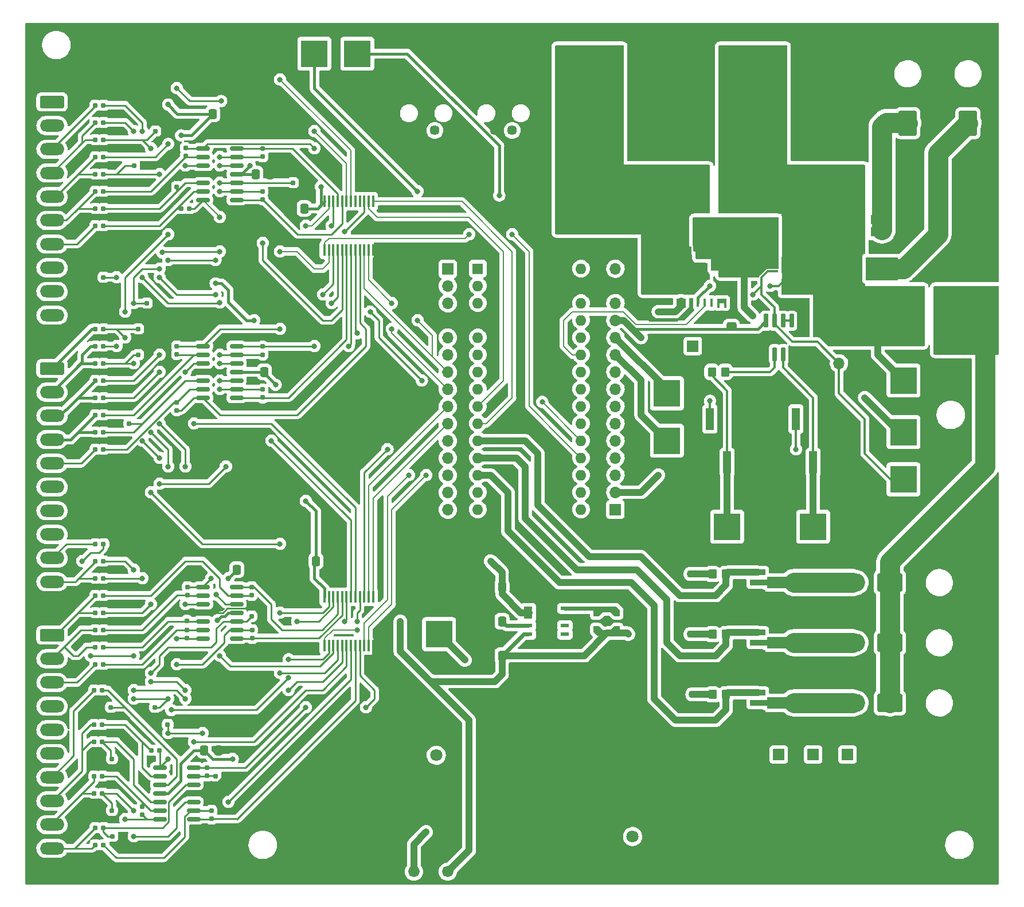
<source format=gtl>
%TF.GenerationSoftware,KiCad,Pcbnew,(6.0.4)*%
%TF.CreationDate,2023-01-14T20:05:48-08:00*%
%TF.ProjectId,fcp-control-pcb,6663702d-636f-46e7-9472-6f6c2d706362,rev?*%
%TF.SameCoordinates,Original*%
%TF.FileFunction,Copper,L1,Top*%
%TF.FilePolarity,Positive*%
%FSLAX46Y46*%
G04 Gerber Fmt 4.6, Leading zero omitted, Abs format (unit mm)*
G04 Created by KiCad (PCBNEW (6.0.4)) date 2023-01-14 20:05:48*
%MOMM*%
%LPD*%
G01*
G04 APERTURE LIST*
G04 Aperture macros list*
%AMRoundRect*
0 Rectangle with rounded corners*
0 $1 Rounding radius*
0 $2 $3 $4 $5 $6 $7 $8 $9 X,Y pos of 4 corners*
0 Add a 4 corners polygon primitive as box body*
4,1,4,$2,$3,$4,$5,$6,$7,$8,$9,$2,$3,0*
0 Add four circle primitives for the rounded corners*
1,1,$1+$1,$2,$3*
1,1,$1+$1,$4,$5*
1,1,$1+$1,$6,$7*
1,1,$1+$1,$8,$9*
0 Add four rect primitives between the rounded corners*
20,1,$1+$1,$2,$3,$4,$5,0*
20,1,$1+$1,$4,$5,$6,$7,0*
20,1,$1+$1,$6,$7,$8,$9,0*
20,1,$1+$1,$8,$9,$2,$3,0*%
%AMFreePoly0*
4,1,9,0.330000,-0.700000,-0.980000,-0.700000,-0.980000,-0.300000,-0.330000,-0.300000,-0.330000,0.300000,-0.980000,0.300000,-0.980000,0.700000,0.330000,0.700000,0.330000,-0.700000,0.330000,-0.700000,$1*%
%AMFreePoly1*
4,1,14,1.750000,-1.535000,-1.750000,-1.535000,-1.750000,1.535000,-0.125000,1.535000,-0.125000,3.595000,-0.124936,3.595064,-0.125000,3.595349,-0.105064,3.682046,-0.049503,3.751522,0.030690,3.790030,0.069996,3.789996,0.075000,3.795000,1.750000,3.795000,1.750000,-1.535000,1.750000,-1.535000,$1*%
%AMFreePoly2*
4,1,12,1.750000,-1.535000,-0.625000,-1.535000,-0.625001,-3.595698,-0.645088,-3.682360,-0.700770,-3.751739,-0.781031,-3.790107,-0.820005,-3.790005,-0.825000,-3.795000,-1.750000,-3.795000,-1.750000,1.535000,1.750000,1.535000,1.750000,-1.535000,1.750000,-1.535000,$1*%
%AMFreePoly3*
4,1,11,1.015000,1.170000,0.435000,0.575000,0.435000,-0.575000,1.015000,-1.170000,1.015000,-1.945000,0.125000,-1.945000,-0.435000,-1.395000,-0.435000,1.395000,0.125000,1.945000,1.015000,1.945000,1.015000,1.170000,1.015000,1.170000,$1*%
%AMFreePoly4*
4,1,11,0.435000,1.395000,0.435000,-1.395000,-0.125000,-1.945000,-1.015000,-1.945000,-1.015000,-1.170000,-0.435000,-0.575000,-0.435000,0.575000,-1.015000,1.170000,-1.015000,1.945000,-0.125000,1.945000,0.435000,1.395000,0.435000,1.395000,$1*%
%AMFreePoly5*
4,1,9,5.362500,-0.866500,1.237500,-0.866500,1.237500,-0.450000,-1.237500,-0.450000,-1.237500,0.450000,1.237500,0.450000,1.237500,0.866500,5.362500,0.866500,5.362500,-0.866500,5.362500,-0.866500,$1*%
G04 Aperture macros list end*
%TA.AperFunction,SMDPad,CuDef*%
%ADD10RoundRect,0.160000X0.197500X0.160000X-0.197500X0.160000X-0.197500X-0.160000X0.197500X-0.160000X0*%
%TD*%
%TA.AperFunction,ComponentPad*%
%ADD11RoundRect,0.250000X-1.550000X0.650000X-1.550000X-0.650000X1.550000X-0.650000X1.550000X0.650000X0*%
%TD*%
%TA.AperFunction,ComponentPad*%
%ADD12O,3.600000X1.800000*%
%TD*%
%TA.AperFunction,SMDPad,CuDef*%
%ADD13RoundRect,0.160000X-0.197500X-0.160000X0.197500X-0.160000X0.197500X0.160000X-0.197500X0.160000X0*%
%TD*%
%TA.AperFunction,ComponentPad*%
%ADD14C,1.450000*%
%TD*%
%TA.AperFunction,SMDPad,CuDef*%
%ADD15RoundRect,0.042000X0.258000X-0.943000X0.258000X0.943000X-0.258000X0.943000X-0.258000X-0.943000X0*%
%TD*%
%TA.AperFunction,SMDPad,CuDef*%
%ADD16RoundRect,0.250000X-0.475000X0.337500X-0.475000X-0.337500X0.475000X-0.337500X0.475000X0.337500X0*%
%TD*%
%TA.AperFunction,ComponentPad*%
%ADD17R,1.700000X1.700000*%
%TD*%
%TA.AperFunction,SMDPad,CuDef*%
%ADD18RoundRect,0.250000X0.337500X0.475000X-0.337500X0.475000X-0.337500X-0.475000X0.337500X-0.475000X0*%
%TD*%
%TA.AperFunction,SMDPad,CuDef*%
%ADD19RoundRect,0.160000X-0.160000X0.197500X-0.160000X-0.197500X0.160000X-0.197500X0.160000X0.197500X0*%
%TD*%
%TA.AperFunction,SMDPad,CuDef*%
%ADD20RoundRect,0.250000X-0.337500X-0.475000X0.337500X-0.475000X0.337500X0.475000X-0.337500X0.475000X0*%
%TD*%
%TA.AperFunction,SMDPad,CuDef*%
%ADD21R,4.000000X4.000000*%
%TD*%
%TA.AperFunction,SMDPad,CuDef*%
%ADD22R,2.660000X1.700000*%
%TD*%
%TA.AperFunction,SMDPad,CuDef*%
%ADD23R,1.700000X1.700000*%
%TD*%
%TA.AperFunction,SMDPad,CuDef*%
%ADD24RoundRect,0.250000X-0.350000X-0.450000X0.350000X-0.450000X0.350000X0.450000X-0.350000X0.450000X0*%
%TD*%
%TA.AperFunction,ComponentPad*%
%ADD25RoundRect,0.250001X-1.599999X1.099999X-1.599999X-1.099999X1.599999X-1.099999X1.599999X1.099999X0*%
%TD*%
%TA.AperFunction,ComponentPad*%
%ADD26O,3.700000X2.700000*%
%TD*%
%TA.AperFunction,SMDPad,CuDef*%
%ADD27R,1.250000X0.600000*%
%TD*%
%TA.AperFunction,ComponentPad*%
%ADD28O,1.700000X1.700000*%
%TD*%
%TA.AperFunction,SMDPad,CuDef*%
%ADD29R,4.860000X3.360000*%
%TD*%
%TA.AperFunction,SMDPad,CuDef*%
%ADD30R,1.400000X1.390000*%
%TD*%
%TA.AperFunction,SMDPad,CuDef*%
%ADD31RoundRect,0.160000X0.160000X-0.197500X0.160000X0.197500X-0.160000X0.197500X-0.160000X-0.197500X0*%
%TD*%
%TA.AperFunction,SMDPad,CuDef*%
%ADD32RoundRect,0.150000X-0.825000X-0.150000X0.825000X-0.150000X0.825000X0.150000X-0.825000X0.150000X0*%
%TD*%
%TA.AperFunction,ComponentPad*%
%ADD33C,2.500000*%
%TD*%
%TA.AperFunction,ComponentPad*%
%ADD34RoundRect,0.250001X-1.099999X-1.599999X1.099999X-1.599999X1.099999X1.599999X-1.099999X1.599999X0*%
%TD*%
%TA.AperFunction,ComponentPad*%
%ADD35O,2.700000X3.700000*%
%TD*%
%TA.AperFunction,SMDPad,CuDef*%
%ADD36R,0.450000X1.750000*%
%TD*%
%TA.AperFunction,SMDPad,CuDef*%
%ADD37FreePoly0,90.000000*%
%TD*%
%TA.AperFunction,SMDPad,CuDef*%
%ADD38R,0.400000X1.300000*%
%TD*%
%TA.AperFunction,SMDPad,CuDef*%
%ADD39FreePoly1,90.000000*%
%TD*%
%TA.AperFunction,SMDPad,CuDef*%
%ADD40FreePoly2,90.000000*%
%TD*%
%TA.AperFunction,SMDPad,CuDef*%
%ADD41FreePoly3,270.000000*%
%TD*%
%TA.AperFunction,SMDPad,CuDef*%
%ADD42FreePoly4,270.000000*%
%TD*%
%TA.AperFunction,SMDPad,CuDef*%
%ADD43RoundRect,0.250000X0.475000X-0.337500X0.475000X0.337500X-0.475000X0.337500X-0.475000X-0.337500X0*%
%TD*%
%TA.AperFunction,ComponentPad*%
%ADD44C,1.680000*%
%TD*%
%TA.AperFunction,ComponentPad*%
%ADD45C,1.800000*%
%TD*%
%TA.AperFunction,SMDPad,CuDef*%
%ADD46RoundRect,0.218750X-0.218750X-0.256250X0.218750X-0.256250X0.218750X0.256250X-0.218750X0.256250X0*%
%TD*%
%TA.AperFunction,SMDPad,CuDef*%
%ADD47R,2.300000X0.900000*%
%TD*%
%TA.AperFunction,SMDPad,CuDef*%
%ADD48FreePoly5,0.000000*%
%TD*%
%TA.AperFunction,SMDPad,CuDef*%
%ADD49R,1.190000X3.300000*%
%TD*%
%TA.AperFunction,SMDPad,CuDef*%
%ADD50R,0.500000X0.350000*%
%TD*%
%TA.AperFunction,SMDPad,CuDef*%
%ADD51R,0.300000X0.400000*%
%TD*%
%TA.AperFunction,SMDPad,CuDef*%
%ADD52R,1.980000X2.450000*%
%TD*%
%TA.AperFunction,SMDPad,CuDef*%
%ADD53R,0.430000X0.380000*%
%TD*%
%TA.AperFunction,SMDPad,CuDef*%
%ADD54RoundRect,0.150000X0.825000X0.150000X-0.825000X0.150000X-0.825000X-0.150000X0.825000X-0.150000X0*%
%TD*%
%TA.AperFunction,ComponentPad*%
%ADD55R,1.600000X1.600000*%
%TD*%
%TA.AperFunction,ComponentPad*%
%ADD56O,1.600000X1.600000*%
%TD*%
%TA.AperFunction,ViaPad*%
%ADD57C,0.800000*%
%TD*%
%TA.AperFunction,Conductor*%
%ADD58C,0.450000*%
%TD*%
%TA.AperFunction,Conductor*%
%ADD59C,0.250000*%
%TD*%
%TA.AperFunction,Conductor*%
%ADD60C,0.300000*%
%TD*%
%TA.AperFunction,Conductor*%
%ADD61C,0.200000*%
%TD*%
%TA.AperFunction,Conductor*%
%ADD62C,1.000000*%
%TD*%
%TA.AperFunction,Conductor*%
%ADD63C,0.600000*%
%TD*%
%TA.AperFunction,Conductor*%
%ADD64C,3.000000*%
%TD*%
G04 APERTURE END LIST*
D10*
%TO.P,R19,1*%
%TO.N,Net-(R19-Pad1)*%
X65199879Y-129540000D03*
%TO.P,R19,2*%
%TO.N,Net-(J13-Pad8)*%
X64004879Y-129540000D03*
%TD*%
D11*
%TO.P,J15,1,Pin_1*%
%TO.N,Net-(J15-Pad1)*%
X57777500Y-37607500D03*
D12*
%TO.P,J15,2,Pin_2*%
%TO.N,Net-(J15-Pad2)*%
X57777500Y-41107500D03*
%TO.P,J15,3,Pin_3*%
%TO.N,Net-(J15-Pad3)*%
X57777500Y-44607500D03*
%TO.P,J15,4,Pin_4*%
%TO.N,Net-(J15-Pad4)*%
X57777500Y-48107500D03*
%TO.P,J15,5,Pin_5*%
%TO.N,Net-(J15-Pad5)*%
X57777500Y-51607500D03*
%TO.P,J15,6,Pin_6*%
%TO.N,Net-(J15-Pad6)*%
X57777500Y-55107500D03*
%TO.P,J15,7,Pin_7*%
%TO.N,Net-(J15-Pad7)*%
X57777500Y-58607500D03*
%TO.P,J15,8,Pin_8*%
%TO.N,Net-(J15-Pad8)*%
X57777500Y-62107500D03*
%TO.P,J15,9,Pin_9*%
%TO.N,Net-(J15-Pad9)*%
X57777500Y-65607500D03*
%TO.P,J15,10,Pin_10*%
%TO.N,Net-(J15-Pad10)*%
X57777500Y-69107500D03*
%TD*%
D13*
%TO.P,R33,1*%
%TO.N,Net-(R24-Pad1)*%
X66712500Y-146050000D03*
%TO.P,R33,2*%
%TO.N,GND*%
X67907500Y-146050000D03*
%TD*%
D14*
%TO.P,D5,1,K*%
%TO.N,GND*%
X123190000Y-41812500D03*
%TO.P,D5,2,A*%
%TO.N,Net-(C8-Pad2)*%
X125730000Y-41812500D03*
%TD*%
D15*
%TO.P,U2,1,GND1*%
%TO.N,GND*%
X163195000Y-74860000D03*
%TO.P,U2,2,IN2*%
%TO.N,Net-(R1-Pad2)*%
X164465000Y-74860000D03*
%TO.P,U2,3,IN3*%
%TO.N,Net-(RV2-Pad2)*%
X165735000Y-74860000D03*
%TO.P,U2,4,V-*%
%TO.N,GND*%
X167005000Y-74860000D03*
%TO.P,U2,5,BAL*%
%TO.N,Net-(U2-Pad5)*%
X167005000Y-69920000D03*
%TO.P,U2,6,BAL/STROBE*%
X165735000Y-69920000D03*
%TO.P,U2,7,OUT*%
%TO.N,Net-(J8-Pad2)*%
X164465000Y-69920000D03*
%TO.P,U2,8,V+*%
%TO.N,+5V*%
X163195000Y-69920000D03*
%TD*%
D16*
%TO.P,C6,1*%
%TO.N,+5V*%
X158115000Y-70717500D03*
%TO.P,C6,2*%
%TO.N,GND*%
X158115000Y-72792500D03*
%TD*%
D17*
%TO.P,TP14,1,1*%
%TO.N,Net-(J10-Pad2)*%
X175260000Y-133985000D03*
%TD*%
D18*
%TO.P,C3,1*%
%TO.N,+5V*%
X124227500Y-119380000D03*
%TO.P,C3,2*%
%TO.N,GND*%
X122152500Y-119380000D03*
%TD*%
D10*
%TO.P,R117,1*%
%TO.N,Net-(R117-Pad1)*%
X65367500Y-55880000D03*
%TO.P,R117,2*%
%TO.N,Net-(J15-Pad7)*%
X64172500Y-55880000D03*
%TD*%
%TO.P,R114,1*%
%TO.N,Net-(R114-Pad1)*%
X65367500Y-48260000D03*
%TO.P,R114,2*%
%TO.N,Net-(J15-Pad5)*%
X64172500Y-48260000D03*
%TD*%
D19*
%TO.P,R71,1*%
%TO.N,/Voltage Sensing/Cell 11*%
X87273583Y-109260843D03*
%TO.P,R71,2*%
%TO.N,Net-(R53-Pad1)*%
X87273583Y-110455843D03*
%TD*%
D20*
%TO.P,C19,1*%
%TO.N,/Voltage Sensing/VCC*%
X87862500Y-48260000D03*
%TO.P,C19,2*%
%TO.N,GND*%
X89937500Y-48260000D03*
%TD*%
D13*
%TO.P,R120,1*%
%TO.N,Net-(R110-Pad1)*%
X93382500Y-49530000D03*
%TO.P,R120,2*%
%TO.N,GND*%
X94577500Y-49530000D03*
%TD*%
D21*
%TO.P,TP17,1,1*%
%TO.N,GND*%
X114935000Y-107950000D03*
%TD*%
D22*
%TO.P,F1,1*%
%TO.N,VCC*%
X190623000Y-72300000D03*
D23*
X192913000Y-69850000D03*
D22*
X190623000Y-67400000D03*
%TO.P,F1,2*%
%TO.N,/CAP+*%
X182795000Y-72300000D03*
D23*
X180505000Y-69850000D03*
D22*
X182795000Y-67400000D03*
%TD*%
D10*
%TO.P,R22,1*%
%TO.N,Net-(R22-Pad1)*%
X65199879Y-139700000D03*
%TO.P,R22,2*%
%TO.N,Net-(J13-Pad9)*%
X64004879Y-139700000D03*
%TD*%
%TO.P,R112,1*%
%TO.N,Net-(R112-Pad1)*%
X65367500Y-43180000D03*
%TO.P,R112,2*%
%TO.N,Net-(J15-Pad4)*%
X64172500Y-43180000D03*
%TD*%
%TO.P,R51,1*%
%TO.N,Net-(R51-Pad1)*%
X65367500Y-105410000D03*
%TO.P,R51,2*%
%TO.N,Net-(J14-Pad10)*%
X64172500Y-105410000D03*
%TD*%
D13*
%TO.P,R121,1*%
%TO.N,Net-(R112-Pad1)*%
X73062500Y-41910000D03*
%TO.P,R121,2*%
%TO.N,GND*%
X74257500Y-41910000D03*
%TD*%
D21*
%TO.P,TP3,1,1*%
%TO.N,VCC*%
X114935000Y-116205000D03*
%TD*%
D10*
%TO.P,R38,1*%
%TO.N,/Voltage Sensing/Cell 4*%
X73660000Y-133350000D03*
%TO.P,R38,2*%
%TO.N,Net-(R19-Pad1)*%
X72465000Y-133350000D03*
%TD*%
D24*
%TO.P,R8,1*%
%TO.N,Net-(D8-Pad2)*%
X155315219Y-116205000D03*
%TO.P,R8,2*%
%TO.N,/BigPump*%
X157315219Y-116205000D03*
%TD*%
D13*
%TO.P,R25,1*%
%TO.N,Net-(R25-Pad1)*%
X81952500Y-137160000D03*
%TO.P,R25,2*%
%TO.N,GND*%
X83147500Y-137160000D03*
%TD*%
D25*
%TO.P,J10,1,Pin_1*%
%TO.N,VCC*%
X181510000Y-126365000D03*
D26*
%TO.P,J10,2,Pin_2*%
%TO.N,Net-(J10-Pad2)*%
X176010000Y-126365000D03*
%TD*%
D27*
%TO.P,U1,1,Vin*%
%TO.N,VCC*%
X128110000Y-112395000D03*
%TO.P,U1,2,EN/UVLO*%
X128110000Y-113665000D03*
%TO.P,U1,3,Vcc*%
%TO.N,Net-(C2-Pad1)*%
X128110000Y-114935000D03*
%TO.P,U1,4,FB/Vout*%
%TO.N,+5V*%
X128110000Y-116205000D03*
%TO.P,U1,5,Mode*%
%TO.N,unconnected-(U1-Pad5)*%
X133510000Y-116205000D03*
%TO.P,U1,6,Reset*%
%TO.N,unconnected-(U1-Pad6)*%
X133510000Y-114935000D03*
%TO.P,U1,7,GND*%
%TO.N,GND*%
X133510000Y-113665000D03*
%TO.P,U1,8,LX*%
%TO.N,Net-(L1-Pad1)*%
X133510000Y-112395000D03*
%TD*%
D17*
%TO.P,J1,1,Pin_1*%
%TO.N,/TLMTR_TX*%
X116215000Y-62260000D03*
D28*
%TO.P,J1,2,Pin_2*%
%TO.N,/RX1*%
X116215000Y-64800000D03*
%TO.P,J1,3,Pin_3*%
%TO.N,/RESET1*%
X116215000Y-67340000D03*
%TO.P,J1,4,Pin_4*%
%TO.N,GND*%
X116215000Y-69880000D03*
%TO.P,J1,5,Pin_5*%
%TO.N,/D2*%
X116215000Y-72420000D03*
%TO.P,J1,6,Pin_6*%
%TO.N,/D3*%
X116215000Y-74960000D03*
%TO.P,J1,7,Pin_7*%
%TO.N,/D4*%
X116215000Y-77500000D03*
%TO.P,J1,8,Pin_8*%
%TO.N,/D5*%
X116215000Y-80040000D03*
%TO.P,J1,9,Pin_9*%
%TO.N,/D6*%
X116215000Y-82580000D03*
%TO.P,J1,10,Pin_10*%
%TO.N,/D7*%
X116215000Y-85120000D03*
%TO.P,J1,11,Pin_11*%
%TO.N,/D8*%
X116215000Y-87660000D03*
%TO.P,J1,12,Pin_12*%
%TO.N,/BigPump*%
X116215000Y-90200000D03*
%TO.P,J1,13,Pin_13*%
%TO.N,/D10*%
X116215000Y-92740000D03*
%TO.P,J1,14,Pin_14*%
%TO.N,/MOSI*%
X116215000Y-95280000D03*
%TO.P,J1,15,Pin_15*%
%TO.N,/MISO*%
X116215000Y-97820000D03*
%TD*%
D10*
%TO.P,R23,1*%
%TO.N,Net-(R23-Pad1)*%
X65367500Y-147320000D03*
%TO.P,R23,2*%
%TO.N,Net-(J13-Pad10)*%
X64172500Y-147320000D03*
%TD*%
%TO.P,R87,1*%
%TO.N,Net-(R104-Pad2)*%
X65367500Y-83820000D03*
%TO.P,R87,2*%
%TO.N,Net-(J14-Pad4)*%
X64172500Y-83820000D03*
%TD*%
D21*
%TO.P,TP11,1,1*%
%TO.N,Net-(J8-Pad2)*%
X183515000Y-93345000D03*
%TD*%
%TO.P,TP7,1,1*%
%TO.N,/D2*%
X96520000Y-30480000D03*
%TD*%
D29*
%TO.P,D3,1,K*%
%TO.N,/CAP+*%
X175410000Y-55880000D03*
D30*
%TO.P,D3,2,A*%
%TO.N,/Voltage Limiting/CHRG+*%
X179392000Y-54960000D03*
X179392000Y-56800000D03*
%TD*%
D10*
%TO.P,R57,1*%
%TO.N,Net-(R57-Pad1)*%
X65367500Y-120650000D03*
%TO.P,R57,2*%
%TO.N,Net-(J13-Pad3)*%
X64172500Y-120650000D03*
%TD*%
D17*
%TO.P,J9,1,Pin_1*%
%TO.N,Net-(J9-Pad1)*%
X152400000Y-73660000D03*
D28*
%TO.P,J9,2,Pin_2*%
%TO.N,GND*%
X149860000Y-73660000D03*
%TD*%
D10*
%TO.P,R82,1*%
%TO.N,Net-(R82-Pad1)*%
X65367500Y-71120000D03*
%TO.P,R82,2*%
%TO.N,Net-(J14-Pad1)*%
X64172500Y-71120000D03*
%TD*%
%TO.P,R116,1*%
%TO.N,Net-(R116-Pad1)*%
X65367500Y-53340000D03*
%TO.P,R116,2*%
%TO.N,Net-(J15-Pad6)*%
X64172500Y-53340000D03*
%TD*%
D31*
%TO.P,R65,1*%
%TO.N,Net-(R56-Pad1)*%
X77708283Y-114218888D03*
%TO.P,R65,2*%
%TO.N,GND*%
X77708283Y-113023888D03*
%TD*%
D21*
%TO.P,TP5,1,1*%
%TO.N,/Analog7*%
X148590000Y-80645000D03*
%TD*%
D20*
%TO.P,C22,1*%
%TO.N,/Voltage Sensing/VCC*%
X89132500Y-77470000D03*
%TO.P,C22,2*%
%TO.N,GND*%
X91207500Y-77470000D03*
%TD*%
D21*
%TO.P,TP10,1,1*%
%TO.N,Net-(R1-Pad1)*%
X157480000Y-100330000D03*
%TD*%
D17*
%TO.P,J2,1,Pin_1*%
%TO.N,/SCK*%
X140980000Y-97790000D03*
D28*
%TO.P,J2,2,Pin_2*%
%TO.N,+3V3*%
X140980000Y-95250000D03*
%TO.P,J2,3,Pin_3*%
%TO.N,/AREF*%
X140980000Y-92710000D03*
%TO.P,J2,4,Pin_4*%
%TO.N,/Analog0*%
X140980000Y-90170000D03*
%TO.P,J2,5,Pin_5*%
%TO.N,/Analog1*%
X140980000Y-87630000D03*
%TO.P,J2,6,Pin_6*%
%TO.N,/Analog2*%
X140980000Y-85090000D03*
%TO.P,J2,7,Pin_7*%
%TO.N,/Analog3*%
X140980000Y-82550000D03*
%TO.P,J2,8,Pin_8*%
%TO.N,/Analog4_SDA*%
X140980000Y-80010000D03*
%TO.P,J2,9,Pin_9*%
%TO.N,/Analog5_SCL*%
X140980000Y-77470000D03*
%TO.P,J2,10,Pin_10*%
%TO.N,/Analog6*%
X140980000Y-74930000D03*
%TO.P,J2,11,Pin_11*%
%TO.N,/Analog7*%
X140980000Y-72390000D03*
%TO.P,J2,12,Pin_12*%
%TO.N,+5V*%
X140980000Y-69850000D03*
%TO.P,J2,13,Pin_13*%
%TO.N,/RESET2*%
X140980000Y-67310000D03*
%TO.P,J2,14,Pin_14*%
%TO.N,GND*%
X140980000Y-64770000D03*
%TO.P,J2,15,Pin_15*%
%TO.N,/VinNano*%
X140980000Y-62230000D03*
%TD*%
D31*
%TO.P,R123,1*%
%TO.N,Net-(R116-Pad1)*%
X76200000Y-50127500D03*
%TO.P,R123,2*%
%TO.N,GND*%
X76200000Y-48932500D03*
%TD*%
D19*
%TO.P,R41,1*%
%TO.N,/Voltage Sensing/Cell 1*%
X80662804Y-135924390D03*
%TO.P,R41,2*%
%TO.N,Net-(R25-Pad1)*%
X80662804Y-137119390D03*
%TD*%
D21*
%TO.P,TP12,1,1*%
%TO.N,/Current Sensing/FC_OUT*%
X183515000Y-86360000D03*
%TD*%
D10*
%TO.P,R129,1*%
%TO.N,/Voltage Sensing/Cell 25*%
X78067500Y-53340000D03*
%TO.P,R129,2*%
%TO.N,Net-(R117-Pad1)*%
X76872500Y-53340000D03*
%TD*%
%TO.P,R85,1*%
%TO.N,Net-(R103-Pad2)*%
X65367500Y-78740000D03*
%TO.P,R85,2*%
%TO.N,Net-(J14-Pad3)*%
X64172500Y-78740000D03*
%TD*%
%TO.P,R54,1*%
%TO.N,Net-(R54-Pad1)*%
X65367500Y-113030000D03*
%TO.P,R54,2*%
%TO.N,Net-(J13-Pad1)*%
X64172500Y-113030000D03*
%TD*%
%TO.P,R115,1*%
%TO.N,Net-(R115-Pad1)*%
X65367500Y-50800000D03*
%TO.P,R115,2*%
%TO.N,Net-(J15-Pad6)*%
X64172500Y-50800000D03*
%TD*%
D29*
%TO.P,D4,1,K*%
%TO.N,/Voltage Limiting/DSCHRG+*%
X180340000Y-62230000D03*
D30*
%TO.P,D4,2,A*%
%TO.N,/CAP+*%
X176358000Y-61310000D03*
X176358000Y-63150000D03*
%TD*%
D32*
%TO.P,U6,1*%
%TO.N,/Voltage Sensing/Cell 4*%
X73725000Y-135890000D03*
%TO.P,U6,2,-*%
%TO.N,Net-(R19-Pad1)*%
X73725000Y-137160000D03*
%TO.P,U6,3,+*%
%TO.N,Net-(R18-Pad1)*%
X73725000Y-138430000D03*
%TO.P,U6,4,V+*%
%TO.N,/Voltage Sensing/VCC*%
X73725000Y-139700000D03*
%TO.P,U6,5,+*%
%TO.N,Net-(R20-Pad1)*%
X73725000Y-140970000D03*
%TO.P,U6,6,-*%
%TO.N,Net-(R21-Pad1)*%
X73725000Y-142240000D03*
%TO.P,U6,7*%
%TO.N,/Voltage Sensing/Cell 3*%
X73725000Y-143510000D03*
%TO.P,U6,8*%
%TO.N,/Voltage Sensing/Cell 2*%
X78675000Y-143510000D03*
%TO.P,U6,9,-*%
%TO.N,Net-(R23-Pad1)*%
X78675000Y-142240000D03*
%TO.P,U6,10,+*%
%TO.N,Net-(R22-Pad1)*%
X78675000Y-140970000D03*
%TO.P,U6,11,V-*%
%TO.N,GND*%
X78675000Y-139700000D03*
%TO.P,U6,12,+*%
%TO.N,Net-(R24-Pad1)*%
X78675000Y-138430000D03*
%TO.P,U6,13,-*%
%TO.N,Net-(R25-Pad1)*%
X78675000Y-137160000D03*
%TO.P,U6,14*%
%TO.N,/Voltage Sensing/Cell 1*%
X78675000Y-135890000D03*
%TD*%
D10*
%TO.P,R31,1*%
%TO.N,Net-(R20-Pad1)*%
X66637500Y-134620000D03*
%TO.P,R31,2*%
%TO.N,GND*%
X65442500Y-134620000D03*
%TD*%
D19*
%TO.P,R128,1*%
%TO.N,/Voltage Sensing/Cell 26*%
X77495038Y-44420213D03*
%TO.P,R128,2*%
%TO.N,Net-(R115-Pad1)*%
X77495038Y-45615213D03*
%TD*%
D17*
%TO.P,TP16,1,1*%
%TO.N,Net-(J12-Pad2)*%
X165100000Y-133985000D03*
%TD*%
D33*
%TO.P,J4,1,Pin_1*%
%TO.N,/FC+*%
X136860000Y-32950000D03*
X136860000Y-43110000D03*
%TO.P,J4,2,Pin_2*%
%TO.N,GND*%
X147620000Y-32950000D03*
X147620000Y-43110000D03*
%TD*%
D34*
%TO.P,J7,1,Pin_1*%
%TO.N,/Voltage Limiting/CHRG+*%
X184150000Y-40740000D03*
D35*
%TO.P,J7,2,Pin_2*%
%TO.N,GND*%
X184150000Y-46240000D03*
%TD*%
D11*
%TO.P,J13,1,Pin_1*%
%TO.N,Net-(J13-Pad1)*%
X57777500Y-116347500D03*
D12*
%TO.P,J13,2,Pin_2*%
%TO.N,Net-(J13-Pad2)*%
X57777500Y-119847500D03*
%TO.P,J13,3,Pin_3*%
%TO.N,Net-(J13-Pad3)*%
X57777500Y-123347500D03*
%TO.P,J13,4,Pin_4*%
%TO.N,Net-(J13-Pad4)*%
X57777500Y-126847500D03*
%TO.P,J13,5,Pin_5*%
%TO.N,Net-(J13-Pad5)*%
X57777500Y-130347500D03*
%TO.P,J13,6,Pin_6*%
%TO.N,Net-(J13-Pad6)*%
X57777500Y-133847500D03*
%TO.P,J13,7,Pin_7*%
%TO.N,Net-(J13-Pad7)*%
X57777500Y-137347500D03*
%TO.P,J13,8,Pin_8*%
%TO.N,Net-(J13-Pad8)*%
X57777500Y-140847500D03*
%TO.P,J13,9,Pin_9*%
%TO.N,Net-(J13-Pad9)*%
X57777500Y-144347500D03*
%TO.P,J13,10,Pin_10*%
%TO.N,Net-(J13-Pad10)*%
X57777500Y-147847500D03*
%TD*%
D36*
%TO.P,U14,1,COM*%
%TO.N,/Analog1*%
X98025000Y-117900000D03*
%TO.P,U14,2,I7*%
%TO.N,/Voltage Sensing/Cell 8*%
X98675000Y-117900000D03*
%TO.P,U14,3,I6*%
%TO.N,/Voltage Sensing/Cell 7*%
X99325000Y-117900000D03*
%TO.P,U14,4,I5*%
%TO.N,/Voltage Sensing/Cell 6*%
X99975000Y-117900000D03*
%TO.P,U14,5,I4*%
%TO.N,/Voltage Sensing/Cell 5*%
X100625000Y-117900000D03*
%TO.P,U14,6,I3*%
%TO.N,/Voltage Sensing/Cell 4*%
X101275000Y-117900000D03*
%TO.P,U14,7,I2*%
%TO.N,/Voltage Sensing/Cell 3*%
X101925000Y-117900000D03*
%TO.P,U14,8,I1*%
%TO.N,/Voltage Sensing/Cell 2*%
X102575000Y-117900000D03*
%TO.P,U14,9,I0*%
%TO.N,/Voltage Sensing/Cell 1*%
X103225000Y-117900000D03*
%TO.P,U14,10,S0*%
%TO.N,/D4*%
X103875000Y-117900000D03*
%TO.P,U14,11,S1*%
%TO.N,/D5*%
X104525000Y-117900000D03*
%TO.P,U14,12,GND*%
%TO.N,GND*%
X105175000Y-117900000D03*
%TO.P,U14,13,S3*%
%TO.N,/D7*%
X105175000Y-110700000D03*
%TO.P,U14,14,S2*%
%TO.N,/D6*%
X104525000Y-110700000D03*
%TO.P,U14,15,~{E}*%
%TO.N,/MISO*%
X103875000Y-110700000D03*
%TO.P,U14,16,I15*%
%TO.N,/Voltage Sensing/Cell 16*%
X103225000Y-110700000D03*
%TO.P,U14,17,I14*%
%TO.N,/Voltage Sensing/Cell 15*%
X102575000Y-110700000D03*
%TO.P,U14,18,I13*%
%TO.N,/Voltage Sensing/Cell 14*%
X101925000Y-110700000D03*
%TO.P,U14,19,I12*%
%TO.N,/Voltage Sensing/Cell 13*%
X101275000Y-110700000D03*
%TO.P,U14,20,I11*%
%TO.N,/Voltage Sensing/Cell 12*%
X100625000Y-110700000D03*
%TO.P,U14,21,I10*%
%TO.N,/Voltage Sensing/Cell 11*%
X99975000Y-110700000D03*
%TO.P,U14,22,I9*%
%TO.N,/Voltage Sensing/Cell 10*%
X99325000Y-110700000D03*
%TO.P,U14,23,I8*%
%TO.N,/Voltage Sensing/Cell 9*%
X98675000Y-110700000D03*
%TO.P,U14,24,VCC*%
%TO.N,+5V*%
X98025000Y-110700000D03*
%TD*%
D37*
%TO.P,U3,1,VDD*%
%TO.N,+3V3*%
X150670000Y-66970000D03*
D38*
%TO.P,U3,2,GND*%
%TO.N,GND*%
X152170000Y-67300000D03*
%TO.P,U3,3,VREF*%
%TO.N,Net-(J9-Pad1)*%
X153170000Y-67300000D03*
%TO.P,U3,4,Aout*%
%TO.N,/Analog6*%
X154170000Y-67300000D03*
%TO.P,U3,5,OCD1*%
%TO.N,unconnected-(U3-Pad5)*%
X155170000Y-67300000D03*
D37*
%TO.P,U3,6,OCD2*%
%TO.N,unconnected-(U3-Pad6)*%
X156670000Y-66970000D03*
D39*
%TO.P,U3,7,IP-*%
%TO.N,/Current Sensing/FC_OUT*%
X156635000Y-60750000D03*
D40*
%TO.P,U3,8,IP+*%
%TO.N,/FC+*%
X150705000Y-60750000D03*
%TD*%
D10*
%TO.P,R28,1*%
%TO.N,Net-(R14-Pad1)*%
X74855000Y-129540000D03*
%TO.P,R28,2*%
%TO.N,GND*%
X73660000Y-129540000D03*
%TD*%
D13*
%TO.P,R94,1*%
%TO.N,Net-(R82-Pad1)*%
X70522500Y-71120000D03*
%TO.P,R94,2*%
%TO.N,GND*%
X71717500Y-71120000D03*
%TD*%
D41*
%TO.P,L1,1,1*%
%TO.N,Net-(L1-Pad1)*%
X139700000Y-112535000D03*
D42*
%TO.P,L1,2,2*%
%TO.N,+5V*%
X139700000Y-116065000D03*
%TD*%
D21*
%TO.P,TP9,1,1*%
%TO.N,Net-(RV2-Pad2)*%
X170180000Y-100330000D03*
%TD*%
D31*
%TO.P,R126,1*%
%TO.N,/Voltage Sensing/Cell 28*%
X88900000Y-51995000D03*
%TO.P,R126,2*%
%TO.N,Net-(R111-Pad1)*%
X88900000Y-50800000D03*
%TD*%
D43*
%TO.P,C5,1*%
%TO.N,VCC*%
X194310000Y-65575000D03*
%TO.P,C5,2*%
%TO.N,GND*%
X194310000Y-63500000D03*
%TD*%
D31*
%TO.P,R102,1*%
%TO.N,/Voltage Sensing/Cell 20*%
X88900000Y-81261902D03*
%TO.P,R102,2*%
%TO.N,Net-(R102-Pad2)*%
X88900000Y-80066902D03*
%TD*%
D36*
%TO.P,U13,1,COM*%
%TO.N,/Analog0*%
X98025000Y-59480000D03*
%TO.P,U13,2,I7*%
%TO.N,/Voltage Sensing/Cell 24*%
X98675000Y-59480000D03*
%TO.P,U13,3,I6*%
%TO.N,/Voltage Sensing/Cell 23*%
X99325000Y-59480000D03*
%TO.P,U13,4,I5*%
%TO.N,/Voltage Sensing/Cell 22*%
X99975000Y-59480000D03*
%TO.P,U13,5,I4*%
%TO.N,/Voltage Sensing/Cell 21*%
X100625000Y-59480000D03*
%TO.P,U13,6,I3*%
%TO.N,/Voltage Sensing/Cell 20*%
X101275000Y-59480000D03*
%TO.P,U13,7,I2*%
%TO.N,/Voltage Sensing/Cell 19*%
X101925000Y-59480000D03*
%TO.P,U13,8,I1*%
%TO.N,/Voltage Sensing/Cell 18*%
X102575000Y-59480000D03*
%TO.P,U13,9,I0*%
%TO.N,/Voltage Sensing/Cell 17*%
X103225000Y-59480000D03*
%TO.P,U13,10,S0*%
%TO.N,/D4*%
X103875000Y-59480000D03*
%TO.P,U13,11,S1*%
%TO.N,/D5*%
X104525000Y-59480000D03*
%TO.P,U13,12,GND*%
%TO.N,GND*%
X105175000Y-59480000D03*
%TO.P,U13,13,S3*%
%TO.N,/D7*%
X105175000Y-52280000D03*
%TO.P,U13,14,S2*%
%TO.N,/D6*%
X104525000Y-52280000D03*
%TO.P,U13,15,~{E}*%
%TO.N,/MOSI*%
X103875000Y-52280000D03*
%TO.P,U13,16,I15*%
%TO.N,unconnected-(U13-Pad16)*%
X103225000Y-52280000D03*
%TO.P,U13,17,I14*%
%TO.N,unconnected-(U13-Pad17)*%
X102575000Y-52280000D03*
%TO.P,U13,18,I13*%
%TO.N,/Voltage Sensing/Cell 30*%
X101925000Y-52280000D03*
%TO.P,U13,19,I12*%
%TO.N,/Voltage Sensing/Cell 29*%
X101275000Y-52280000D03*
%TO.P,U13,20,I11*%
%TO.N,/Voltage Sensing/Cell 28*%
X100625000Y-52280000D03*
%TO.P,U13,21,I10*%
%TO.N,/Voltage Sensing/Cell 27*%
X99975000Y-52280000D03*
%TO.P,U13,22,I9*%
%TO.N,/Voltage Sensing/Cell 26*%
X99325000Y-52280000D03*
%TO.P,U13,23,I8*%
%TO.N,/Voltage Sensing/Cell 25*%
X98675000Y-52280000D03*
%TO.P,U13,24,VCC*%
%TO.N,+5V*%
X98025000Y-52280000D03*
%TD*%
D24*
%TO.P,R1,1*%
%TO.N,Net-(R1-Pad1)*%
X155210000Y-77470000D03*
%TO.P,R1,2*%
%TO.N,Net-(R1-Pad2)*%
X157210000Y-77470000D03*
%TD*%
D10*
%TO.P,R27,1*%
%TO.N,Net-(R12-Pad1)*%
X72987500Y-127000000D03*
%TO.P,R27,2*%
%TO.N,GND*%
X71792500Y-127000000D03*
%TD*%
%TO.P,R18,1*%
%TO.N,Net-(R18-Pad1)*%
X65199879Y-124460000D03*
%TO.P,R18,2*%
%TO.N,Net-(J13-Pad7)*%
X64004879Y-124460000D03*
%TD*%
D44*
%TO.P,IC1,1,VOUT*%
%TO.N,/Analog7*%
X111215000Y-151285000D03*
%TO.P,IC1,2,GND*%
%TO.N,GND*%
X113715000Y-151285000D03*
%TO.P,IC1,3,+VCC_(+5V)*%
%TO.N,+5V*%
X116215000Y-151285000D03*
D45*
%TO.P,IC1,MH1*%
%TO.N,N/C*%
X114515000Y-134085000D03*
%TO.P,IC1,MH2*%
X143515000Y-146085000D03*
%TD*%
D14*
%TO.P,D6,1,K*%
%TO.N,GND*%
X111760000Y-41812500D03*
%TO.P,D6,2,A*%
%TO.N,Net-(C11-Pad2)*%
X114300000Y-41812500D03*
%TD*%
D10*
%TO.P,R50,1*%
%TO.N,Net-(R50-Pad1)*%
X65367500Y-102870000D03*
%TO.P,R50,2*%
%TO.N,Net-(J14-Pad9)*%
X64172500Y-102870000D03*
%TD*%
D31*
%TO.P,R40,1*%
%TO.N,/Voltage Sensing/Cell 2*%
X81338780Y-143469390D03*
%TO.P,R40,2*%
%TO.N,Net-(R23-Pad1)*%
X81338780Y-142274390D03*
%TD*%
D10*
%TO.P,R86,1*%
%TO.N,Net-(R86-Pad1)*%
X65367500Y-81280000D03*
%TO.P,R86,2*%
%TO.N,Net-(J14-Pad3)*%
X64172500Y-81280000D03*
%TD*%
D31*
%TO.P,R70,1*%
%TO.N,/Voltage Sensing/Cell 12*%
X87342249Y-116789956D03*
%TO.P,R70,2*%
%TO.N,Net-(R51-Pad1)*%
X87342249Y-115594956D03*
%TD*%
D46*
%TO.P,D7,1,K*%
%TO.N,GND*%
X150737281Y-125095000D03*
%TO.P,D7,2,A*%
%TO.N,Net-(D7-Pad2)*%
X152312281Y-125095000D03*
%TD*%
D24*
%TO.P,R9,1*%
%TO.N,Net-(D9-Pad2)*%
X155315219Y-107315000D03*
%TO.P,R9,2*%
%TO.N,/D8*%
X157315219Y-107315000D03*
%TD*%
D19*
%TO.P,R104,1*%
%TO.N,/Voltage Sensing/Cell 18*%
X76200000Y-73678097D03*
%TO.P,R104,2*%
%TO.N,Net-(R104-Pad2)*%
X76200000Y-74873097D03*
%TD*%
D21*
%TO.P,TP13,1,1*%
%TO.N,/CAP+*%
X183515000Y-78740000D03*
%TD*%
D13*
%TO.P,R122,1*%
%TO.N,Net-(R114-Pad1)*%
X69925000Y-46990000D03*
%TO.P,R122,2*%
%TO.N,GND*%
X71120000Y-46990000D03*
%TD*%
D17*
%TO.P,TP15,1,1*%
%TO.N,Net-(J11-Pad2)*%
X170180000Y-133985000D03*
%TD*%
D10*
%TO.P,R88,1*%
%TO.N,Net-(R88-Pad1)*%
X65367500Y-86360000D03*
%TO.P,R88,2*%
%TO.N,Net-(J14-Pad4)*%
X64172500Y-86360000D03*
%TD*%
D46*
%TO.P,D8,1,K*%
%TO.N,GND*%
X150457500Y-116205000D03*
%TO.P,D8,2,A*%
%TO.N,Net-(D8-Pad2)*%
X152032500Y-116205000D03*
%TD*%
D10*
%TO.P,R56,1*%
%TO.N,Net-(R56-Pad1)*%
X65367500Y-118110000D03*
%TO.P,R56,2*%
%TO.N,Net-(J13-Pad2)*%
X64172500Y-118110000D03*
%TD*%
%TO.P,R113,1*%
%TO.N,Net-(R113-Pad1)*%
X65367500Y-45720000D03*
%TO.P,R113,2*%
%TO.N,Net-(J15-Pad5)*%
X64172500Y-45720000D03*
%TD*%
%TO.P,R55,1*%
%TO.N,Net-(R55-Pad1)*%
X65367500Y-115570000D03*
%TO.P,R55,2*%
%TO.N,Net-(J13-Pad2)*%
X64172500Y-115570000D03*
%TD*%
D47*
%TO.P,Q3,1,G*%
%TO.N,/BigPump*%
X162005000Y-115975000D03*
D48*
%TO.P,Q3,2,D*%
%TO.N,Net-(J11-Pad2)*%
X162092500Y-117475000D03*
D47*
%TO.P,Q3,3,S*%
%TO.N,GND*%
X162005000Y-118975000D03*
%TD*%
D31*
%TO.P,R73,1*%
%TO.N,/Voltage Sensing/Cell 9*%
X77707418Y-116830577D03*
%TO.P,R73,2*%
%TO.N,Net-(R57-Pad1)*%
X77707418Y-115635577D03*
%TD*%
D47*
%TO.P,Q4,1,G*%
%TO.N,/D8*%
X162005000Y-107085000D03*
D48*
%TO.P,Q4,2,D*%
%TO.N,Net-(J12-Pad2)*%
X162092500Y-108585000D03*
D47*
%TO.P,Q4,3,S*%
%TO.N,GND*%
X162005000Y-110085000D03*
%TD*%
D20*
%TO.P,C17,1*%
%TO.N,+5V*%
X96752500Y-105410000D03*
%TO.P,C17,2*%
%TO.N,GND*%
X98827500Y-105410000D03*
%TD*%
D49*
%TO.P,RV2,1,1*%
%TO.N,GND*%
X172720000Y-84430000D03*
%TO.P,RV2,2,2*%
%TO.N,Net-(RV2-Pad2)*%
X170180000Y-90830000D03*
%TO.P,RV2,3,3*%
%TO.N,+5V*%
X167640000Y-84430000D03*
%TD*%
D10*
%TO.P,R89,1*%
%TO.N,Net-(R105-Pad2)*%
X65367500Y-88900000D03*
%TO.P,R89,2*%
%TO.N,Net-(J14-Pad5)*%
X64172500Y-88900000D03*
%TD*%
D46*
%TO.P,D9,1,K*%
%TO.N,GND*%
X150457500Y-107315000D03*
%TO.P,D9,2,A*%
%TO.N,Net-(D9-Pad2)*%
X152032500Y-107315000D03*
%TD*%
D13*
%TO.P,R95,1*%
%TO.N,Net-(R84-Pad1)*%
X70522500Y-74930000D03*
%TO.P,R95,2*%
%TO.N,GND*%
X71717500Y-74930000D03*
%TD*%
D50*
%TO.P,Q1,1*%
%TO.N,/Current Sensing/FC_OUT*%
X164699138Y-60679585D03*
%TO.P,Q1,2*%
X164699138Y-61329585D03*
%TO.P,Q1,3*%
X164699138Y-61979585D03*
%TO.P,Q1,4*%
%TO.N,Net-(J8-Pad2)*%
X164699138Y-62629585D03*
D51*
%TO.P,Q1,5*%
%TO.N,/CAP+*%
X167599138Y-62629585D03*
%TO.P,Q1,6*%
X167599138Y-61979585D03*
%TO.P,Q1,7*%
X167599138Y-61329585D03*
%TO.P,Q1,8*%
X167599138Y-60679585D03*
D52*
%TO.P,Q1,9*%
X166459138Y-61654585D03*
D53*
%TO.P,Q1,9_1*%
X166099138Y-60239585D03*
%TO.P,Q1,9_2*%
X166099138Y-63069585D03*
%TD*%
D25*
%TO.P,J12,1,Pin_1*%
%TO.N,VCC*%
X181510000Y-108585000D03*
D26*
%TO.P,J12,2,Pin_2*%
%TO.N,Net-(J12-Pad2)*%
X176010000Y-108585000D03*
%TD*%
D47*
%TO.P,Q2,1,G*%
%TO.N,/D10*%
X162014781Y-124865000D03*
D48*
%TO.P,Q2,2,D*%
%TO.N,Net-(J10-Pad2)*%
X162102281Y-126365000D03*
D47*
%TO.P,Q2,3,S*%
%TO.N,GND*%
X162014781Y-127865000D03*
%TD*%
D20*
%TO.P,C20,1*%
%TO.N,/Voltage Sensing/VCC*%
X80242500Y-133350000D03*
%TO.P,C20,2*%
%TO.N,GND*%
X82317500Y-133350000D03*
%TD*%
D11*
%TO.P,J14,1,Pin_1*%
%TO.N,Net-(J14-Pad1)*%
X57777500Y-76977500D03*
D12*
%TO.P,J14,2,Pin_2*%
%TO.N,Net-(J14-Pad2)*%
X57777500Y-80477500D03*
%TO.P,J14,3,Pin_3*%
%TO.N,Net-(J14-Pad3)*%
X57777500Y-83977500D03*
%TO.P,J14,4,Pin_4*%
%TO.N,Net-(J14-Pad4)*%
X57777500Y-87477500D03*
%TO.P,J14,5,Pin_5*%
%TO.N,Net-(J14-Pad5)*%
X57777500Y-90977500D03*
%TO.P,J14,6,Pin_6*%
%TO.N,Net-(J14-Pad6)*%
X57777500Y-94477500D03*
%TO.P,J14,7,Pin_7*%
%TO.N,Net-(J14-Pad7)*%
X57777500Y-97977500D03*
%TO.P,J14,8,Pin_8*%
%TO.N,Net-(J14-Pad8)*%
X57777500Y-101477500D03*
%TO.P,J14,9,Pin_9*%
%TO.N,Net-(J14-Pad9)*%
X57777500Y-104977500D03*
%TO.P,J14,10,Pin_10*%
%TO.N,Net-(J14-Pad10)*%
X57777500Y-108477500D03*
%TD*%
D34*
%TO.P,J6,1,Pin_1*%
%TO.N,/Voltage Limiting/DSCHRG+*%
X193040000Y-40740000D03*
D35*
%TO.P,J6,2,Pin_2*%
%TO.N,GND*%
X193040000Y-46240000D03*
%TD*%
D33*
%TO.P,J3,1,Pin_1*%
%TO.N,/CAP+*%
X160990000Y-32950000D03*
X160990000Y-43110000D03*
%TO.P,J3,2,Pin_2*%
%TO.N,GND*%
X171750000Y-43110000D03*
X171750000Y-32950000D03*
%TD*%
D10*
%TO.P,R32,1*%
%TO.N,Net-(R22-Pad1)*%
X66637500Y-142240000D03*
%TO.P,R32,2*%
%TO.N,GND*%
X65442500Y-142240000D03*
%TD*%
%TO.P,R24,1*%
%TO.N,Net-(R24-Pad1)*%
X65367500Y-144780000D03*
%TO.P,R24,2*%
%TO.N,Net-(J13-Pad10)*%
X64172500Y-144780000D03*
%TD*%
D54*
%TO.P,U10,1*%
%TO.N,/Voltage Sensing/Cell 20*%
X85025000Y-81280000D03*
%TO.P,U10,2,-*%
%TO.N,Net-(R102-Pad2)*%
X85025000Y-80010000D03*
%TO.P,U10,3,+*%
%TO.N,Net-(R82-Pad1)*%
X85025000Y-78740000D03*
%TO.P,U10,4,V+*%
%TO.N,/Voltage Sensing/VCC*%
X85025000Y-77470000D03*
%TO.P,U10,5,+*%
%TO.N,Net-(R84-Pad1)*%
X85025000Y-76200000D03*
%TO.P,U10,6,-*%
%TO.N,Net-(R103-Pad2)*%
X85025000Y-74930000D03*
%TO.P,U10,7*%
%TO.N,/Voltage Sensing/Cell 19*%
X85025000Y-73660000D03*
%TO.P,U10,8*%
%TO.N,/Voltage Sensing/Cell 18*%
X80075000Y-73660000D03*
%TO.P,U10,9,-*%
%TO.N,Net-(R104-Pad2)*%
X80075000Y-74930000D03*
%TO.P,U10,10,+*%
%TO.N,Net-(R86-Pad1)*%
X80075000Y-76200000D03*
%TO.P,U10,11,V-*%
%TO.N,GND*%
X80075000Y-77470000D03*
%TO.P,U10,12,+*%
%TO.N,Net-(R88-Pad1)*%
X80075000Y-78740000D03*
%TO.P,U10,13,-*%
%TO.N,Net-(R105-Pad2)*%
X80075000Y-80010000D03*
%TO.P,U10,14*%
%TO.N,/Voltage Sensing/Cell 17*%
X80075000Y-81280000D03*
%TD*%
D10*
%TO.P,R52,1*%
%TO.N,Net-(R52-Pad1)*%
X65367500Y-107950000D03*
%TO.P,R52,2*%
%TO.N,Net-(J14-Pad10)*%
X64172500Y-107950000D03*
%TD*%
D20*
%TO.P,C14,1*%
%TO.N,/Voltage Sensing/VCC*%
X85090000Y-106680000D03*
%TO.P,C14,2*%
%TO.N,GND*%
X87165000Y-106680000D03*
%TD*%
D54*
%TO.P,U8,1*%
%TO.N,/Voltage Sensing/Cell 12*%
X85025000Y-116840000D03*
%TO.P,U8,2,-*%
%TO.N,Net-(R51-Pad1)*%
X85025000Y-115570000D03*
%TO.P,U8,3,+*%
%TO.N,Net-(R50-Pad1)*%
X85025000Y-114300000D03*
%TO.P,U8,4,V+*%
%TO.N,/Voltage Sensing/VCC*%
X85025000Y-113030000D03*
%TO.P,U8,5,+*%
%TO.N,Net-(R52-Pad1)*%
X85025000Y-111760000D03*
%TO.P,U8,6,-*%
%TO.N,Net-(R53-Pad1)*%
X85025000Y-110490000D03*
%TO.P,U8,7*%
%TO.N,/Voltage Sensing/Cell 11*%
X85025000Y-109220000D03*
%TO.P,U8,8*%
%TO.N,/Voltage Sensing/Cell 10*%
X80075000Y-109220000D03*
%TO.P,U8,9,-*%
%TO.N,Net-(R55-Pad1)*%
X80075000Y-110490000D03*
%TO.P,U8,10,+*%
%TO.N,Net-(R54-Pad1)*%
X80075000Y-111760000D03*
%TO.P,U8,11,V-*%
%TO.N,GND*%
X80075000Y-113030000D03*
%TO.P,U8,12,+*%
%TO.N,Net-(R56-Pad1)*%
X80075000Y-114300000D03*
%TO.P,U8,13,-*%
%TO.N,Net-(R57-Pad1)*%
X80075000Y-115570000D03*
%TO.P,U8,14*%
%TO.N,/Voltage Sensing/Cell 9*%
X80075000Y-116840000D03*
%TD*%
D31*
%TO.P,R105,1*%
%TO.N,/Voltage Sensing/Cell 17*%
X76200000Y-83147500D03*
%TO.P,R105,2*%
%TO.N,Net-(R105-Pad2)*%
X76200000Y-81952500D03*
%TD*%
D10*
%TO.P,R110,1*%
%TO.N,Net-(R110-Pad1)*%
X65367500Y-38100000D03*
%TO.P,R110,2*%
%TO.N,Net-(J15-Pad3)*%
X64172500Y-38100000D03*
%TD*%
D24*
%TO.P,R7,1*%
%TO.N,Net-(D7-Pad2)*%
X155325000Y-125095000D03*
%TO.P,R7,2*%
%TO.N,/D10*%
X157325000Y-125095000D03*
%TD*%
D18*
%TO.P,C2,1*%
%TO.N,Net-(C2-Pad1)*%
X124227500Y-114300000D03*
%TO.P,C2,2*%
%TO.N,GND*%
X122152500Y-114300000D03*
%TD*%
D13*
%TO.P,R93,1*%
%TO.N,Net-(R80-Pad1)*%
X71792500Y-67310000D03*
%TO.P,R93,2*%
%TO.N,GND*%
X72987500Y-67310000D03*
%TD*%
D10*
%TO.P,R83,1*%
%TO.N,Net-(R102-Pad2)*%
X65367500Y-73660000D03*
%TO.P,R83,2*%
%TO.N,Net-(J14-Pad2)*%
X64172500Y-73660000D03*
%TD*%
D49*
%TO.P,RV1,1,1*%
%TO.N,GND*%
X160020000Y-84430000D03*
%TO.P,RV1,2,2*%
%TO.N,Net-(R1-Pad1)*%
X157480000Y-90830000D03*
%TO.P,RV1,3,3*%
%TO.N,/CAP+*%
X154940000Y-84430000D03*
%TD*%
D18*
%TO.P,C16,1*%
%TO.N,+5V*%
X95017500Y-53340000D03*
%TO.P,C16,2*%
%TO.N,GND*%
X92942500Y-53340000D03*
%TD*%
D17*
%TO.P,J8,1,Pin_1*%
%TO.N,GND*%
X176530000Y-76200000D03*
D28*
%TO.P,J8,2,Pin_2*%
%TO.N,Net-(J8-Pad2)*%
X173990000Y-76200000D03*
%TD*%
D21*
%TO.P,TP4,1,1*%
%TO.N,/Analog6*%
X148590000Y-87630000D03*
%TD*%
D18*
%TO.P,C1,1*%
%TO.N,VCC*%
X124227500Y-109220000D03*
%TO.P,C1,2*%
%TO.N,GND*%
X122152500Y-109220000D03*
%TD*%
D10*
%TO.P,R20,1*%
%TO.N,Net-(R20-Pad1)*%
X65199879Y-132080000D03*
%TO.P,R20,2*%
%TO.N,Net-(J13-Pad8)*%
X64004879Y-132080000D03*
%TD*%
D19*
%TO.P,R72,1*%
%TO.N,/Voltage Sensing/Cell 10*%
X77778602Y-109238910D03*
%TO.P,R72,2*%
%TO.N,Net-(R55-Pad1)*%
X77778602Y-110433910D03*
%TD*%
D31*
%TO.P,R62,1*%
%TO.N,Net-(R50-Pad1)*%
X87285662Y-113558113D03*
%TO.P,R62,2*%
%TO.N,GND*%
X87285662Y-112363113D03*
%TD*%
D10*
%TO.P,R53,1*%
%TO.N,Net-(R53-Pad1)*%
X65367500Y-110490000D03*
%TO.P,R53,2*%
%TO.N,Net-(J13-Pad1)*%
X64172500Y-110490000D03*
%TD*%
D20*
%TO.P,C18,1*%
%TO.N,/Voltage Sensing/VCC*%
X81512500Y-39370000D03*
%TO.P,C18,2*%
%TO.N,GND*%
X83587500Y-39370000D03*
%TD*%
D55*
%TO.P,A1,1,TX1*%
%TO.N,/TLMTR_TX*%
X120660000Y-62230000D03*
D56*
%TO.P,A1,2,RX1*%
%TO.N,/RX1*%
X120660000Y-64770000D03*
%TO.P,A1,3,~{RESET}*%
%TO.N,/RESET1*%
X120660000Y-67310000D03*
%TO.P,A1,4,GND*%
%TO.N,GND*%
X120660000Y-69850000D03*
%TO.P,A1,5,D2*%
%TO.N,/D2*%
X120660000Y-72390000D03*
%TO.P,A1,6,D3*%
%TO.N,/D3*%
X120660000Y-74930000D03*
%TO.P,A1,7,D4*%
%TO.N,/D4*%
X120660000Y-77470000D03*
%TO.P,A1,8,D5*%
%TO.N,/D5*%
X120660000Y-80010000D03*
%TO.P,A1,9,D6*%
%TO.N,/D6*%
X120660000Y-82550000D03*
%TO.P,A1,10,D7*%
%TO.N,/D7*%
X120660000Y-85090000D03*
%TO.P,A1,11,D8*%
%TO.N,/D8*%
X120660000Y-87630000D03*
%TO.P,A1,12,D9*%
%TO.N,/BigPump*%
X120660000Y-90170000D03*
%TO.P,A1,13,D10*%
%TO.N,/D10*%
X120660000Y-92710000D03*
%TO.P,A1,14,MOSI*%
%TO.N,/MOSI*%
X120660000Y-95250000D03*
%TO.P,A1,15,MISO*%
%TO.N,/MISO*%
X120660000Y-97790000D03*
%TO.P,A1,16,SCK*%
%TO.N,/SCK*%
X135900000Y-97790000D03*
%TO.P,A1,17,3V3*%
%TO.N,+3V3*%
X135900000Y-95250000D03*
%TO.P,A1,18,AREF*%
%TO.N,/AREF*%
X135900000Y-92710000D03*
%TO.P,A1,19,A0*%
%TO.N,/Analog0*%
X135900000Y-90170000D03*
%TO.P,A1,20,A1*%
%TO.N,/Analog1*%
X135900000Y-87630000D03*
%TO.P,A1,21,A2*%
%TO.N,/Analog2*%
X135900000Y-85090000D03*
%TO.P,A1,22,A3*%
%TO.N,/Analog3*%
X135900000Y-82550000D03*
%TO.P,A1,23,SDA/A4*%
%TO.N,/Analog4_SDA*%
X135900000Y-80010000D03*
%TO.P,A1,24,SCL/A5*%
%TO.N,/Analog5_SCL*%
X135900000Y-77470000D03*
%TO.P,A1,25,A6*%
%TO.N,/Analog6*%
X135900000Y-74930000D03*
%TO.P,A1,26,A7*%
%TO.N,/Analog7*%
X135900000Y-72390000D03*
%TO.P,A1,27,+5V*%
%TO.N,+5V*%
X135900000Y-69850000D03*
%TO.P,A1,28,~{RESET}*%
%TO.N,/RESET2*%
X135900000Y-67310000D03*
%TO.P,A1,29,GND*%
%TO.N,GND*%
X135900000Y-64770000D03*
%TO.P,A1,30,VIN*%
%TO.N,/VinNano*%
X135900000Y-62230000D03*
%TD*%
D31*
%TO.P,R39,1*%
%TO.N,/Voltage Sensing/Cell 3*%
X71120000Y-142837500D03*
%TO.P,R39,2*%
%TO.N,Net-(R21-Pad1)*%
X71120000Y-141642500D03*
%TD*%
D25*
%TO.P,J11,1,Pin_1*%
%TO.N,VCC*%
X181510000Y-117475000D03*
D26*
%TO.P,J11,2,Pin_2*%
%TO.N,Net-(J11-Pad2)*%
X176010000Y-117475000D03*
%TD*%
D10*
%TO.P,R30,1*%
%TO.N,Net-(R18-Pad1)*%
X66469879Y-127000000D03*
%TO.P,R30,2*%
%TO.N,GND*%
X65274879Y-127000000D03*
%TD*%
%TO.P,R84,1*%
%TO.N,Net-(R84-Pad1)*%
X65367500Y-76200000D03*
%TO.P,R84,2*%
%TO.N,Net-(J14-Pad2)*%
X64172500Y-76200000D03*
%TD*%
%TO.P,R111,1*%
%TO.N,Net-(R111-Pad1)*%
X65367500Y-40640000D03*
%TO.P,R111,2*%
%TO.N,Net-(J15-Pad4)*%
X64172500Y-40640000D03*
%TD*%
D54*
%TO.P,U12,1*%
%TO.N,/Voltage Sensing/Cell 28*%
X85025000Y-52070000D03*
%TO.P,U12,2,-*%
%TO.N,Net-(R111-Pad1)*%
X85025000Y-50800000D03*
%TO.P,U12,3,+*%
%TO.N,Net-(R110-Pad1)*%
X85025000Y-49530000D03*
%TO.P,U12,4,V+*%
%TO.N,/Voltage Sensing/VCC*%
X85025000Y-48260000D03*
%TO.P,U12,5,+*%
%TO.N,Net-(R112-Pad1)*%
X85025000Y-46990000D03*
%TO.P,U12,6,-*%
%TO.N,Net-(R113-Pad1)*%
X85025000Y-45720000D03*
%TO.P,U12,7*%
%TO.N,/Voltage Sensing/Cell 27*%
X85025000Y-44450000D03*
%TO.P,U12,8*%
%TO.N,/Voltage Sensing/Cell 26*%
X80075000Y-44450000D03*
%TO.P,U12,9,-*%
%TO.N,Net-(R115-Pad1)*%
X80075000Y-45720000D03*
%TO.P,U12,10,+*%
%TO.N,Net-(R114-Pad1)*%
X80075000Y-46990000D03*
%TO.P,U12,11,V-*%
%TO.N,GND*%
X80075000Y-48260000D03*
%TO.P,U12,12,+*%
%TO.N,Net-(R116-Pad1)*%
X80075000Y-49530000D03*
%TO.P,U12,13,-*%
%TO.N,Net-(R117-Pad1)*%
X80075000Y-50800000D03*
%TO.P,U12,14*%
%TO.N,/Voltage Sensing/Cell 25*%
X80075000Y-52070000D03*
%TD*%
D10*
%TO.P,R92,1*%
%TO.N,Net-(R78-Pad1)*%
X65367500Y-63500000D03*
%TO.P,R92,2*%
%TO.N,GND*%
X64172500Y-63500000D03*
%TD*%
D21*
%TO.P,TP8,1,1*%
%TO.N,/TLMTR_TX*%
X102870000Y-30480000D03*
%TD*%
D19*
%TO.P,R103,1*%
%TO.N,/Voltage Sensing/Cell 19*%
X88900000Y-73735000D03*
%TO.P,R103,2*%
%TO.N,Net-(R103-Pad2)*%
X88900000Y-74930000D03*
%TD*%
D10*
%TO.P,R21,1*%
%TO.N,Net-(R21-Pad1)*%
X65199879Y-137160000D03*
%TO.P,R21,2*%
%TO.N,Net-(J13-Pad9)*%
X64004879Y-137160000D03*
%TD*%
D19*
%TO.P,R127,1*%
%TO.N,/Voltage Sensing/Cell 27*%
X88900000Y-44484058D03*
%TO.P,R127,2*%
%TO.N,Net-(R113-Pad1)*%
X88900000Y-45679058D03*
%TD*%
D10*
%TO.P,R97,1*%
%TO.N,Net-(R88-Pad1)*%
X69177500Y-85090000D03*
%TO.P,R97,2*%
%TO.N,GND*%
X67982500Y-85090000D03*
%TD*%
D57*
%TO.N,/TLMTR_TX*%
X123825000Y-51435000D03*
%TO.N,GND*%
X88265000Y-37465000D03*
X93980000Y-41210500D03*
X78740000Y-106680000D03*
X60960000Y-121285000D03*
X130810000Y-66675000D03*
X88900000Y-118110000D03*
X78105000Y-103505000D03*
X127635000Y-56515000D03*
X97155000Y-125730000D03*
X76200000Y-109220000D03*
X102235000Y-93345000D03*
X61268636Y-117785504D03*
X64135000Y-134620000D03*
X76200000Y-113030000D03*
X67945000Y-52070000D03*
X66675000Y-85179500D03*
X90989251Y-42171680D03*
X107315000Y-59055000D03*
X59690000Y-132080000D03*
X94615000Y-62865000D03*
X81915000Y-62865000D03*
X71120000Y-147320000D03*
X90805000Y-118110000D03*
X67945000Y-49530000D03*
X54760510Y-128630826D03*
X74930000Y-121920000D03*
X82550000Y-77470000D03*
X76200000Y-33020000D03*
X94615000Y-64135000D03*
X88900000Y-114935000D03*
X94615000Y-85725000D03*
X80010000Y-83820000D03*
X69215000Y-116840000D03*
X93345000Y-63500000D03*
X68580000Y-91440000D03*
X92075000Y-46355000D03*
X67310000Y-87540500D03*
X110490000Y-59055000D03*
X100330000Y-107315000D03*
X69850000Y-121920000D03*
X104775000Y-121285000D03*
X73025000Y-151130000D03*
X88900000Y-124460000D03*
X62230000Y-128270000D03*
X95250000Y-87630000D03*
%TO.N,/D2*%
X111760000Y-50800000D03*
%TO.N,/D4*%
X110490000Y-92710000D03*
X111760000Y-69850000D03*
%TO.N,/D5*%
X107950000Y-67310000D03*
X107950000Y-71120000D03*
X113030000Y-92710000D03*
%TO.N,/MOSI*%
X100996438Y-56756702D03*
X112395000Y-78740000D03*
X104775000Y-68580000D03*
%TO.N,/MISO*%
X107315000Y-88900000D03*
%TO.N,+3V3*%
X147320000Y-92710000D03*
X147320000Y-68580000D03*
%TO.N,/Analog0*%
X119380000Y-57150000D03*
X125730000Y-57150000D03*
%TO.N,/Analog1*%
X130175000Y-81915000D03*
X102870000Y-115570000D03*
%TO.N,/Analog7*%
X113030000Y-145415000D03*
%TO.N,+5V*%
X97479856Y-50147790D03*
X167640000Y-88900000D03*
X95250000Y-96520000D03*
X109220000Y-114300000D03*
X142875000Y-116205000D03*
X144780000Y-72390000D03*
%TO.N,VCC*%
X193040000Y-67310000D03*
X193040000Y-72390000D03*
X118745000Y-120015000D03*
X195580000Y-72390000D03*
X122555000Y-105410000D03*
X195580000Y-69850000D03*
X195580000Y-67310000D03*
%TO.N,/Voltage Sensing/VCC*%
X84455000Y-134620000D03*
X76835000Y-42545000D03*
X87630000Y-69850000D03*
X82211550Y-114149951D03*
X86995000Y-46990000D03*
X90805000Y-79375000D03*
X81945553Y-64404689D03*
X74930000Y-38000020D03*
X83820000Y-107950000D03*
%TO.N,/FC+*%
X148590000Y-59690000D03*
X146050000Y-62230000D03*
X146050000Y-64770000D03*
X146050000Y-59690000D03*
X148590000Y-62230000D03*
X148590000Y-57150000D03*
X148590000Y-64770000D03*
X151130000Y-64770000D03*
X151130000Y-57150000D03*
X146050000Y-57150000D03*
%TO.N,/CAP+*%
X168910000Y-58420000D03*
X168910000Y-60960000D03*
X163830000Y-64770000D03*
X168910000Y-64770000D03*
X154940000Y-81745000D03*
X171450000Y-62230000D03*
X166370000Y-58420000D03*
X166370000Y-64770000D03*
X171450000Y-64770000D03*
X171450000Y-58420000D03*
%TO.N,Net-(J8-Pad2)*%
X161290000Y-66040000D03*
%TO.N,Net-(J9-Pad1)*%
X154940000Y-64770000D03*
%TO.N,/Current Sensing/FC_OUT*%
X162560000Y-59690000D03*
X163830000Y-58420000D03*
X162560000Y-60960000D03*
X161290000Y-69215000D03*
X177800000Y-81280000D03*
X162560000Y-62230000D03*
%TO.N,Net-(R10-Pad1)*%
X72390000Y-123190000D03*
X77470000Y-124460000D03*
%TO.N,Net-(R11-Pad1)*%
X69850000Y-124460000D03*
X77470000Y-125730000D03*
%TO.N,Net-(R12-Pad1)*%
X69850000Y-125730000D03*
X74930000Y-125730000D03*
%TO.N,Net-(R14-Pad1)*%
X80010000Y-130810000D03*
X74930000Y-130810000D03*
%TO.N,Net-(R22-Pad1)*%
X69850000Y-142240000D03*
X69850000Y-146050000D03*
%TO.N,/Voltage Sensing/Cell 8*%
X92710000Y-122644500D03*
X75372922Y-127416598D03*
X92710000Y-119925500D03*
%TO.N,/Voltage Sensing/Cell 7*%
X82550000Y-119380000D03*
%TO.N,/Voltage Sensing/Cell 6*%
X91440000Y-121920000D03*
%TO.N,/Voltage Sensing/Cell 5*%
X92710000Y-124460000D03*
%TO.N,/Voltage Sensing/Cell 4*%
X74930000Y-134620000D03*
X78740000Y-132080000D03*
%TO.N,/Voltage Sensing/Cell 3*%
X68580000Y-143510000D03*
X83820000Y-140970000D03*
%TO.N,/Voltage Sensing/Cell 1*%
X95250000Y-127000000D03*
X104140000Y-127000000D03*
%TO.N,Net-(R42-Pad1)*%
X77470000Y-91440000D03*
X73660000Y-85090000D03*
%TO.N,Net-(R43-Pad1)*%
X72390000Y-86360000D03*
X74930000Y-91440000D03*
%TO.N,Net-(R44-Pad1)*%
X71120000Y-87630000D03*
X73660000Y-90170000D03*
%TO.N,Net-(R46-Pad1)*%
X73660000Y-93980000D03*
X83450500Y-91440000D03*
%TO.N,Net-(R50-Pad1)*%
X69850000Y-119380000D03*
X62230000Y-105410000D03*
X63500000Y-119380000D03*
X72390000Y-121920000D03*
%TO.N,Net-(R51-Pad1)*%
X69850000Y-106680000D03*
X76200000Y-120650000D03*
%TO.N,Net-(R52-Pad1)*%
X81987009Y-110359067D03*
X71120000Y-107950000D03*
%TO.N,Net-(R54-Pad1)*%
X77470000Y-111760000D03*
X72390000Y-111760000D03*
%TO.N,/Voltage Sensing/Cell 16*%
X91440000Y-102870000D03*
X102870000Y-114300000D03*
X72390000Y-95250000D03*
%TO.N,/Voltage Sensing/Cell 15*%
X78740000Y-85090000D03*
%TO.N,/Voltage Sensing/Cell 14*%
X90170000Y-87630000D03*
%TO.N,/Voltage Sensing/Cell 13*%
X100965000Y-114300000D03*
%TO.N,/Voltage Sensing/Cell 10*%
X93980000Y-114300000D03*
X81280000Y-107950000D03*
%TO.N,/Voltage Sensing/Cell 9*%
X76200000Y-116840000D03*
X91440000Y-113030000D03*
%TO.N,Net-(R74-Pad1)*%
X74930000Y-60960000D03*
X81915000Y-60960000D03*
%TO.N,Net-(R75-Pad1)*%
X74055451Y-59840049D03*
X82550000Y-59690000D03*
%TO.N,Net-(R76-Pad1)*%
X81915000Y-66040000D03*
X73660000Y-63500000D03*
%TO.N,Net-(R77-Pad1)*%
X82550000Y-67240555D03*
X71120000Y-63500000D03*
%TO.N,Net-(R78-Pad1)*%
X67310000Y-63500000D03*
%TO.N,Net-(R80-Pad1)*%
X69850000Y-67310000D03*
X73660000Y-62230000D03*
%TO.N,Net-(R101-Pad2)*%
X74930000Y-57150000D03*
X68580000Y-68580000D03*
%TO.N,Net-(R82-Pad1)*%
X68580000Y-72390000D03*
X82550000Y-78740000D03*
%TO.N,Net-(R102-Pad2)*%
X82550000Y-80010000D03*
X67310000Y-73660000D03*
%TO.N,Net-(R84-Pad1)*%
X82550000Y-76200000D03*
X69850000Y-76200000D03*
%TO.N,Net-(R103-Pad2)*%
X82550000Y-74930000D03*
X73660000Y-74930000D03*
%TO.N,Net-(R86-Pad1)*%
X77470000Y-77470000D03*
X73660000Y-77470000D03*
%TO.N,/Voltage Sensing/Cell 24*%
X91440000Y-59690000D03*
%TO.N,/Voltage Sensing/Cell 23*%
X97790000Y-66040000D03*
%TO.N,/Voltage Sensing/Cell 22*%
X99060000Y-67310000D03*
%TO.N,/Voltage Sensing/Cell 21*%
X88900000Y-58420000D03*
%TO.N,/Voltage Sensing/Cell 19*%
X101600000Y-73660000D03*
X96520000Y-73660000D03*
%TO.N,/Voltage Sensing/Cell 18*%
X91440000Y-71120000D03*
X102870000Y-71755000D03*
%TO.N,Net-(R106-Pad1)*%
X76200000Y-35560000D03*
X82757493Y-37477519D03*
%TO.N,Net-(R110-Pad1)*%
X82550000Y-49530000D03*
X71120000Y-41910000D03*
%TO.N,Net-(R111-Pad1)*%
X69850000Y-41910000D03*
X82550000Y-50800000D03*
%TO.N,Net-(R112-Pad1)*%
X72390000Y-44450000D03*
X82550000Y-46990000D03*
%TO.N,Net-(R113-Pad1)*%
X74930000Y-43815000D03*
X82550000Y-45720000D03*
%TO.N,Net-(R114-Pad1)*%
X77470000Y-46990000D03*
X73660000Y-48260000D03*
%TO.N,/Voltage Sensing/Cell 30*%
X91440000Y-34290000D03*
%TO.N,/Voltage Sensing/Cell 29*%
X96520000Y-41910000D03*
%TO.N,/Voltage Sensing/Cell 26*%
X99060000Y-55880000D03*
X96520000Y-44450000D03*
%TO.N,/Voltage Sensing/Cell 25*%
X95250000Y-55880000D03*
X82550000Y-54610000D03*
%TD*%
D58*
%TO.N,/TLMTR_TX*%
X123825000Y-44073155D02*
X123825000Y-51435000D01*
X102870000Y-30480000D02*
X110231845Y-30480000D01*
X110231845Y-30480000D02*
X123825000Y-44073155D01*
D59*
%TO.N,GND*%
X82999520Y-113030000D02*
X83645000Y-112384520D01*
X80075000Y-113030000D02*
X77714395Y-113030000D01*
D60*
X98827500Y-105812500D02*
X100330000Y-107315000D01*
X105175000Y-117900000D02*
X105175000Y-120885000D01*
X152170000Y-67750000D02*
X150070000Y-69850000D01*
X66764500Y-85090000D02*
X66675000Y-85179500D01*
X67982500Y-85090000D02*
X66764500Y-85090000D01*
X152170000Y-67300000D02*
X152170000Y-67750000D01*
X146050000Y-69850000D02*
X144780000Y-68580000D01*
D59*
X87630000Y-106680000D02*
X87165000Y-106680000D01*
X80075000Y-113030000D02*
X82999520Y-113030000D01*
X77714395Y-113030000D02*
X77708283Y-113023888D01*
D58*
X61268636Y-117785504D02*
X62214140Y-116840000D01*
X62214140Y-116840000D02*
X63500000Y-116840000D01*
D60*
X150070000Y-69850000D02*
X146050000Y-69850000D01*
X105175000Y-120885000D02*
X104775000Y-121285000D01*
D59*
X80607500Y-139700000D02*
X78675000Y-139700000D01*
D58*
X80075000Y-77470000D02*
X82550000Y-77470000D01*
D59*
X87264255Y-112384520D02*
X87285662Y-112363113D01*
X83645000Y-112384520D02*
X87264255Y-112384520D01*
D60*
X98827500Y-105410000D02*
X98827500Y-105812500D01*
D59*
X83147500Y-137160000D02*
X80607500Y-139700000D01*
D58*
%TO.N,/D2*%
X96520000Y-30480000D02*
X96520000Y-35560000D01*
X96520000Y-35560000D02*
X111760000Y-50800000D01*
D61*
%TO.N,/D4*%
X103875000Y-59480000D02*
X103875000Y-65160000D01*
X103875000Y-114565000D02*
X107315000Y-111125000D01*
X113972500Y-72062500D02*
X113972500Y-75257500D01*
X103875000Y-117900000D02*
X103875000Y-114565000D01*
X107315000Y-95885000D02*
X110490000Y-92710000D01*
X113972500Y-75257500D02*
X116215000Y-77500000D01*
X103875000Y-65160000D02*
X113972500Y-75257500D01*
X111760000Y-69850000D02*
X113972500Y-72062500D01*
X107315000Y-111125000D02*
X107315000Y-95885000D01*
%TO.N,/D5*%
X107950000Y-71775000D02*
X116215000Y-80040000D01*
X107950000Y-71120000D02*
X107950000Y-71775000D01*
X104525000Y-59480000D02*
X104525000Y-63885000D01*
X104525000Y-63885000D02*
X107950000Y-67310000D01*
X104525000Y-115185000D02*
X107950000Y-111760000D01*
X107950000Y-97790000D02*
X113030000Y-92710000D01*
X104525000Y-117900000D02*
X104525000Y-115185000D01*
X107950000Y-111760000D02*
X107950000Y-97790000D01*
%TO.N,/D6*%
X105780000Y-54610000D02*
X119380000Y-54610000D01*
X124460000Y-59690000D02*
X124460000Y-78750000D01*
X119380000Y-54610000D02*
X124460000Y-59690000D01*
X124460000Y-78750000D02*
X120660000Y-82550000D01*
X104525000Y-94270000D02*
X116215000Y-82580000D01*
X104525000Y-53355000D02*
X105780000Y-54610000D01*
X104525000Y-110700000D02*
X104525000Y-94270000D01*
X104525000Y-52280000D02*
X104525000Y-53355000D01*
%TO.N,/D7*%
X125730000Y-59690000D02*
X125730000Y-81280000D01*
X105175000Y-52280000D02*
X118320000Y-52280000D01*
X118320000Y-52280000D02*
X125730000Y-59690000D01*
X105175000Y-96160000D02*
X116215000Y-85120000D01*
X125730000Y-81280000D02*
X121920000Y-85090000D01*
X121920000Y-85090000D02*
X120660000Y-85090000D01*
X105175000Y-110700000D02*
X105175000Y-96160000D01*
D62*
%TO.N,/D8*%
X144780000Y-104775000D02*
X150495000Y-110490000D01*
X157545219Y-107085000D02*
X157315219Y-107315000D01*
X155780219Y-110490000D02*
X157315219Y-108955000D01*
X129540000Y-97155000D02*
X137160000Y-104775000D01*
X137160000Y-104775000D02*
X144780000Y-104775000D01*
X129540000Y-89535000D02*
X129540000Y-97155000D01*
X157315219Y-108955000D02*
X157315219Y-107315000D01*
X120660000Y-87630000D02*
X127635000Y-87630000D01*
X127635000Y-87630000D02*
X129540000Y-89535000D01*
X162005000Y-107085000D02*
X157545219Y-107085000D01*
X150495000Y-110490000D02*
X155780219Y-110490000D01*
%TO.N,/BigPump*%
X150495000Y-119380000D02*
X155780219Y-119380000D01*
X126365000Y-90170000D02*
X120660000Y-90170000D01*
X157315219Y-117845000D02*
X155780219Y-119380000D01*
X144145000Y-106680000D02*
X148590000Y-111125000D01*
X157315219Y-116205000D02*
X157315219Y-117845000D01*
X127635000Y-91440000D02*
X126365000Y-90170000D01*
X148590000Y-111125000D02*
X148590000Y-117475000D01*
X157545219Y-115975000D02*
X157315219Y-116205000D01*
X148590000Y-117475000D02*
X150495000Y-119380000D01*
X135255000Y-106680000D02*
X127635000Y-99060000D01*
X135255000Y-106680000D02*
X144145000Y-106680000D01*
X162005000Y-115975000D02*
X157545219Y-115975000D01*
X127635000Y-99060000D02*
X127635000Y-91440000D01*
%TO.N,/D10*%
X157555000Y-124865000D02*
X157325000Y-125095000D01*
X120660000Y-92710000D02*
X122555000Y-92710000D01*
X149860000Y-128905000D02*
X155780219Y-128905000D01*
X162014781Y-124865000D02*
X157555000Y-124865000D01*
X146685000Y-111968623D02*
X146685000Y-125730000D01*
X157325000Y-127360219D02*
X157325000Y-125095000D01*
X155780219Y-128905000D02*
X157325000Y-127360219D01*
X146685000Y-125730000D02*
X149860000Y-128905000D01*
X125095000Y-100965000D02*
X132715000Y-108585000D01*
X122555000Y-92710000D02*
X125095000Y-95250000D01*
X132715000Y-108585000D02*
X143301377Y-108585000D01*
X143301377Y-108585000D02*
X146685000Y-111968623D01*
X125095000Y-95250000D02*
X125095000Y-100965000D01*
D59*
%TO.N,/MOSI*%
X103875000Y-52280000D02*
X103875000Y-53878140D01*
X106045000Y-69850000D02*
X106045000Y-72390000D01*
X103875000Y-53878140D02*
X100996438Y-56756702D01*
X104775000Y-68580000D02*
X106045000Y-69850000D01*
X106045000Y-72390000D02*
X112395000Y-78740000D01*
%TO.N,/MISO*%
X103875000Y-110700000D02*
X103875000Y-92340000D01*
X103875000Y-92340000D02*
X107315000Y-88900000D01*
D62*
%TO.N,+3V3*%
X150677375Y-67752545D02*
X149849920Y-68580000D01*
X150677375Y-66977375D02*
X150677375Y-67752545D01*
X150670000Y-66970000D02*
X150677375Y-66977375D01*
X149849920Y-68580000D02*
X147320000Y-68580000D01*
X140980000Y-95250000D02*
X144780000Y-95250000D01*
X144780000Y-95250000D02*
X147320000Y-92710000D01*
D61*
%TO.N,/Analog0*%
X133355000Y-87625000D02*
X135900000Y-90170000D01*
X128270000Y-82540000D02*
X133355000Y-87625000D01*
X119380000Y-57150000D02*
X118765967Y-57764033D01*
X128270000Y-59690000D02*
X128270000Y-82540000D01*
X118765967Y-57764033D02*
X98665967Y-57764033D01*
X98025000Y-58405000D02*
X98025000Y-59480000D01*
X125730000Y-57150000D02*
X128270000Y-59690000D01*
X98665967Y-57764033D02*
X98025000Y-58405000D01*
%TO.N,/Analog1*%
X130185000Y-81915000D02*
X135900000Y-87630000D01*
X99280000Y-115570000D02*
X99695000Y-115570000D01*
X130175000Y-81915000D02*
X130185000Y-81915000D01*
X98025000Y-117900000D02*
X98025000Y-116825000D01*
X99695000Y-115570000D02*
X102870000Y-115570000D01*
X98025000Y-116825000D02*
X99280000Y-115570000D01*
%TO.N,/Analog6*%
X133350000Y-73660000D02*
X134620000Y-74930000D01*
D62*
X144780000Y-78730000D02*
X140980000Y-74930000D01*
D61*
X154170000Y-67750000D02*
X151435000Y-70485000D01*
X142100692Y-68580000D02*
X134620000Y-68580000D01*
X134620000Y-68580000D02*
X133350000Y-69850000D01*
D62*
X148590000Y-87630000D02*
X144780000Y-83820000D01*
D61*
X144005692Y-70485000D02*
X142100692Y-68580000D01*
X154170000Y-67300000D02*
X154170000Y-67750000D01*
X134620000Y-74930000D02*
X135900000Y-74930000D01*
D62*
X144780000Y-83820000D02*
X144780000Y-78730000D01*
D61*
X151435000Y-70485000D02*
X144005692Y-70485000D01*
X133350000Y-69850000D02*
X133350000Y-73660000D01*
D62*
%TO.N,/Analog7*%
X140980000Y-72390000D02*
X148590000Y-80000000D01*
X111215000Y-151285000D02*
X111215000Y-147230000D01*
X111215000Y-147230000D02*
X113030000Y-145415000D01*
X148590000Y-80000000D02*
X148590000Y-80645000D01*
%TO.N,+5V*%
X109220000Y-114300000D02*
X109220000Y-118745000D01*
D58*
X98025000Y-110700000D02*
X98025000Y-109455000D01*
X96752500Y-105410000D02*
X96752500Y-101832500D01*
D62*
X113665000Y-123190000D02*
X123190000Y-123190000D01*
X119380000Y-128905000D02*
X113665000Y-123190000D01*
D58*
X96965000Y-53340000D02*
X98025000Y-52280000D01*
X96520000Y-105642500D02*
X96752500Y-105410000D01*
D63*
X128110000Y-116205000D02*
X127402500Y-116205000D01*
D58*
X97479856Y-50147790D02*
X97479856Y-52825144D01*
D60*
X167640000Y-84430000D02*
X167640000Y-88900000D01*
D58*
X96520000Y-107950000D02*
X96520000Y-105642500D01*
X96752500Y-101367500D02*
X96752500Y-98022500D01*
D62*
X142240000Y-69850000D02*
X140980000Y-69850000D01*
D58*
X161995000Y-71120000D02*
X143510000Y-71120000D01*
D62*
X143510000Y-71120000D02*
X142240000Y-69850000D01*
D58*
X97479856Y-52825144D02*
X96965000Y-53340000D01*
D62*
X142875000Y-116205000D02*
X142735000Y-116065000D01*
X144780000Y-72390000D02*
X143510000Y-71120000D01*
X109220000Y-118745000D02*
X113665000Y-123190000D01*
D63*
X127402500Y-116205000D02*
X124227500Y-119380000D01*
D62*
X136385000Y-119380000D02*
X124227500Y-119380000D01*
X116215000Y-151285000D02*
X119380000Y-148120000D01*
D58*
X98025000Y-109455000D02*
X96520000Y-107950000D01*
X163195000Y-69920000D02*
X161995000Y-71120000D01*
D62*
X142735000Y-116065000D02*
X139700000Y-116065000D01*
D58*
X96752500Y-98022500D02*
X95250000Y-96520000D01*
X95017500Y-53340000D02*
X96965000Y-53340000D01*
D62*
X139700000Y-116065000D02*
X136385000Y-119380000D01*
X123190000Y-123190000D02*
X124227500Y-122152500D01*
X124227500Y-122152500D02*
X124227500Y-119380000D01*
X119380000Y-148120000D02*
X119380000Y-128905000D01*
D58*
X96752500Y-101832500D02*
X96752500Y-101367500D01*
D64*
%TO.N,VCC*%
X181510000Y-108585000D02*
X181510000Y-105510000D01*
D62*
X114935000Y-116205000D02*
X118745000Y-120015000D01*
D64*
X181510000Y-126365000D02*
X181510000Y-117475000D01*
X181510000Y-105510000D02*
X193040000Y-93980000D01*
D62*
X124227500Y-107082500D02*
X122555000Y-105410000D01*
D64*
X193040000Y-93980000D02*
X195580000Y-91440000D01*
D62*
X127000000Y-113030000D02*
X128270000Y-113030000D01*
D64*
X181510000Y-108585000D02*
X181510000Y-117475000D01*
D62*
X124227500Y-109220000D02*
X124227500Y-107082500D01*
X124227500Y-109220000D02*
X124227500Y-110257500D01*
D64*
X195580000Y-91440000D02*
X195580000Y-73660000D01*
D62*
X124227500Y-110257500D02*
X127000000Y-113030000D01*
D63*
%TO.N,Net-(C2-Pad1)*%
X124862500Y-114935000D02*
X128110000Y-114935000D01*
X124227500Y-114300000D02*
X124862500Y-114935000D01*
D58*
%TO.N,/Voltage Sensing/VCC*%
X85025000Y-77470000D02*
X89132500Y-77470000D01*
X80242500Y-133350000D02*
X78740000Y-133350000D01*
X85025000Y-48260000D02*
X85725000Y-48260000D01*
X86533409Y-69850000D02*
X87630000Y-69850000D01*
X76299980Y-39370000D02*
X74930000Y-38000020D01*
X80242500Y-133350000D02*
X81512500Y-134620000D01*
X78337500Y-42545000D02*
X76835000Y-42545000D01*
X82819689Y-64404689D02*
X83820000Y-65405000D01*
X76749520Y-137880480D02*
X74930000Y-139700000D01*
X85725000Y-48260000D02*
X86995000Y-46990000D01*
X82211550Y-114149951D02*
X82781981Y-113579520D01*
X83820000Y-113030000D02*
X85025000Y-113030000D01*
X74930000Y-139700000D02*
X73725000Y-139700000D01*
X89132500Y-77702500D02*
X90805000Y-79375000D01*
X81512500Y-39370000D02*
X78337500Y-42545000D01*
X78740000Y-133350000D02*
X76749520Y-135340480D01*
X89132500Y-77470000D02*
X89132500Y-77702500D01*
X83820000Y-65405000D02*
X83820000Y-67136591D01*
X81945553Y-64404689D02*
X82819689Y-64404689D01*
X81512500Y-39370000D02*
X76299980Y-39370000D01*
X82781981Y-113579520D02*
X83270480Y-113579520D01*
X83820000Y-67136591D02*
X86533409Y-69850000D01*
X83270480Y-113579520D02*
X83820000Y-113030000D01*
X76749520Y-135340480D02*
X76749520Y-137880480D01*
X81512500Y-134620000D02*
X84455000Y-134620000D01*
X85025000Y-48260000D02*
X87862500Y-48260000D01*
X85090000Y-106680000D02*
X83820000Y-107950000D01*
D60*
%TO.N,/CAP+*%
X165100000Y-64770000D02*
X166099138Y-63770862D01*
X166099138Y-63770862D02*
X166099138Y-63069585D01*
X154940000Y-81745000D02*
X154940000Y-84430000D01*
D62*
X183515000Y-78740000D02*
X179705000Y-74930000D01*
D60*
X163830000Y-64770000D02*
X165100000Y-64770000D01*
D62*
X179705000Y-74930000D02*
X179705000Y-72390000D01*
D64*
%TO.N,/Voltage Limiting/CHRG+*%
X180975000Y-40640000D02*
X180340000Y-41275000D01*
X184150000Y-40740000D02*
X184050000Y-40640000D01*
X180340000Y-41275000D02*
X180340000Y-56515000D01*
X184050000Y-40640000D02*
X180975000Y-40640000D01*
%TO.N,/Voltage Limiting/DSCHRG+*%
X188595000Y-45185000D02*
X188595000Y-57150000D01*
X188595000Y-57150000D02*
X183515000Y-62230000D01*
X193040000Y-40740000D02*
X188595000Y-45185000D01*
X183515000Y-62230000D02*
X180340000Y-62230000D01*
D62*
%TO.N,Net-(D7-Pad2)*%
X155325000Y-125095000D02*
X152312281Y-125095000D01*
%TO.N,Net-(D8-Pad2)*%
X155315219Y-116205000D02*
X152032500Y-116205000D01*
%TO.N,Net-(D9-Pad2)*%
X155315219Y-107315000D02*
X152032500Y-107315000D01*
D60*
%TO.N,Net-(J8-Pad2)*%
X163430415Y-62629585D02*
X162560000Y-63500000D01*
X162560000Y-66040000D02*
X164465000Y-67945000D01*
X181610000Y-93345000D02*
X183515000Y-93345000D01*
X164465000Y-69920000D02*
X164465000Y-70404692D01*
X177800000Y-89535000D02*
X181610000Y-93345000D01*
X167085308Y-73025000D02*
X170815000Y-73025000D01*
X162560000Y-63500000D02*
X162560000Y-64770000D01*
X164465000Y-67945000D02*
X164465000Y-69920000D01*
X164465000Y-70404692D02*
X167085308Y-73025000D01*
X164699138Y-62629585D02*
X163430415Y-62629585D01*
X162560000Y-64770000D02*
X162560000Y-66040000D01*
X177800000Y-84455000D02*
X177800000Y-89535000D01*
X161290000Y-66040000D02*
X162560000Y-64770000D01*
X170815000Y-73025000D02*
X173990000Y-76200000D01*
X173990000Y-76200000D02*
X173990000Y-80645000D01*
X173990000Y-80645000D02*
X177800000Y-84455000D01*
D58*
%TO.N,Net-(J9-Pad1)*%
X153170000Y-66540000D02*
X153170000Y-67300000D01*
X154940000Y-64770000D02*
X153170000Y-66540000D01*
D64*
%TO.N,Net-(J10-Pad2)*%
X176010000Y-126365000D02*
X167330000Y-126365000D01*
%TO.N,Net-(J11-Pad2)*%
X176010000Y-117475000D02*
X167330000Y-117475000D01*
%TO.N,Net-(J12-Pad2)*%
X176010000Y-108585000D02*
X167330000Y-108585000D01*
D59*
%TO.N,Net-(J13-Pad1)*%
X64172500Y-113030000D02*
X61632500Y-113030000D01*
X61296250Y-113366250D02*
X64172500Y-110490000D01*
X57777500Y-116347500D02*
X58315000Y-116347500D01*
X58315000Y-116347500D02*
X61296250Y-113366250D01*
X61632500Y-113030000D02*
X61296250Y-113366250D01*
%TO.N,Net-(J13-Pad2)*%
X59602500Y-118022500D02*
X62055000Y-115570000D01*
X62055000Y-115570000D02*
X64172500Y-115570000D01*
X57777500Y-119847500D02*
X59602500Y-118022500D01*
X59602500Y-118022500D02*
X60960000Y-119380000D01*
X60960000Y-119380000D02*
X61595000Y-119380000D01*
X62865000Y-118110000D02*
X64172500Y-118110000D01*
X61595000Y-119380000D02*
X62865000Y-118110000D01*
%TO.N,Net-(J13-Pad3)*%
X57777500Y-123347500D02*
X61475000Y-123347500D01*
X61475000Y-123347500D02*
X64172500Y-120650000D01*
%TO.N,Net-(J13-Pad7)*%
X57777500Y-137347500D02*
X60960000Y-134165000D01*
X60960000Y-127504879D02*
X64004879Y-124460000D01*
X60960000Y-134165000D02*
X60960000Y-127504879D01*
%TO.N,Net-(J13-Pad8)*%
X62230000Y-136395000D02*
X62230000Y-130810000D01*
X62230000Y-130810000D02*
X63500000Y-129540000D01*
X64004879Y-132080000D02*
X63500000Y-132080000D01*
X63500000Y-132080000D02*
X62230000Y-133350000D01*
X63500000Y-129540000D02*
X64004879Y-129540000D01*
X57777500Y-140847500D02*
X62230000Y-136395000D01*
%TO.N,Net-(J13-Pad9)*%
X57777500Y-144152500D02*
X62230000Y-139700000D01*
X64004879Y-137925121D02*
X64004879Y-137160000D01*
X64004879Y-139700000D02*
X62230000Y-139700000D01*
X57777500Y-144347500D02*
X57777500Y-144152500D01*
X62230000Y-139700000D02*
X64004879Y-137925121D01*
%TO.N,Net-(J13-Pad10)*%
X63645000Y-147847500D02*
X64172500Y-147320000D01*
X57777500Y-147847500D02*
X63645000Y-147847500D01*
X61105000Y-147847500D02*
X64172500Y-144780000D01*
X57777500Y-147847500D02*
X61105000Y-147847500D01*
D58*
%TO.N,Net-(J14-Pad1)*%
X57777500Y-76977500D02*
X63635000Y-71120000D01*
X63635000Y-71120000D02*
X64172500Y-71120000D01*
%TO.N,Net-(J14-Pad2)*%
X62230000Y-74930000D02*
X63500000Y-73660000D01*
X57777500Y-80477500D02*
X60872500Y-77382500D01*
X62230000Y-76025000D02*
X62230000Y-74930000D01*
X60872500Y-77382500D02*
X62230000Y-76025000D01*
X63500000Y-73660000D02*
X64172500Y-73660000D01*
X62055000Y-76200000D02*
X60872500Y-77382500D01*
X64172500Y-76200000D02*
X62055000Y-76200000D01*
%TO.N,Net-(J14-Pad3)*%
X64172500Y-81280000D02*
X61632500Y-81280000D01*
X60661250Y-82251250D02*
X64172500Y-78740000D01*
X57777500Y-83977500D02*
X58935000Y-83977500D01*
X61632500Y-81280000D02*
X60661250Y-82251250D01*
X58935000Y-83977500D02*
X60661250Y-82251250D01*
%TO.N,Net-(J14-Pad4)*%
X60661250Y-87331250D02*
X64172500Y-83820000D01*
X64172500Y-86360000D02*
X61632500Y-86360000D01*
X61632500Y-86360000D02*
X60661250Y-87331250D01*
X57777500Y-87477500D02*
X60515000Y-87477500D01*
X60515000Y-87477500D02*
X60661250Y-87331250D01*
D59*
%TO.N,Net-(J14-Pad5)*%
X62095000Y-90977500D02*
X64172500Y-88900000D01*
X57777500Y-90977500D02*
X62095000Y-90977500D01*
%TO.N,Net-(J14-Pad9)*%
X59885000Y-102870000D02*
X64172500Y-102870000D01*
X57777500Y-104977500D02*
X59885000Y-102870000D01*
%TO.N,Net-(J14-Pad10)*%
X64172500Y-107950000D02*
X61784786Y-107950000D01*
X64172500Y-105562286D02*
X64172500Y-105410000D01*
X61784786Y-107950000D02*
X61372393Y-108362393D01*
X61257286Y-108477500D02*
X61372393Y-108362393D01*
X57777500Y-108477500D02*
X61257286Y-108477500D01*
X61372393Y-108362393D02*
X64172500Y-105562286D01*
%TO.N,Net-(J15-Pad3)*%
X64172500Y-38212500D02*
X64172500Y-38100000D01*
X57777500Y-44607500D02*
X64172500Y-38212500D01*
%TO.N,Net-(J15-Pad4)*%
X62705000Y-43180000D02*
X62230000Y-43655000D01*
X57777500Y-48107500D02*
X62230000Y-43655000D01*
X62230000Y-43655000D02*
X62230000Y-42582500D01*
X64172500Y-43180000D02*
X62705000Y-43180000D01*
X62230000Y-42582500D02*
X64172500Y-40640000D01*
%TO.N,Net-(J15-Pad5)*%
X57777500Y-51607500D02*
X58285000Y-51607500D01*
X64172500Y-48260000D02*
X61632500Y-48260000D01*
X58285000Y-51607500D02*
X61296250Y-48596250D01*
X61296250Y-48596250D02*
X64172500Y-45720000D01*
X61632500Y-48260000D02*
X61296250Y-48596250D01*
%TO.N,Net-(J15-Pad6)*%
X61296250Y-53676250D02*
X64172500Y-50800000D01*
X57777500Y-55107500D02*
X59865000Y-55107500D01*
X61632500Y-53340000D02*
X61296250Y-53676250D01*
X64172500Y-53340000D02*
X61632500Y-53340000D01*
X59865000Y-55107500D02*
X61296250Y-53676250D01*
%TO.N,Net-(J15-Pad7)*%
X57777500Y-58607500D02*
X61445000Y-58607500D01*
X61445000Y-58607500D02*
X64172500Y-55880000D01*
D63*
%TO.N,Net-(L1-Pad1)*%
X133510000Y-112395000D02*
X139560000Y-112395000D01*
D58*
X139560000Y-112395000D02*
X139700000Y-112535000D01*
D62*
%TO.N,/Current Sensing/FC_OUT*%
X161290000Y-69215000D02*
X160020000Y-67945000D01*
X160020000Y-67945000D02*
X160020000Y-61595000D01*
X183515000Y-86360000D02*
X182880000Y-86360000D01*
X182880000Y-86360000D02*
X177800000Y-81280000D01*
D60*
%TO.N,Net-(R1-Pad1)*%
X157480000Y-80280000D02*
X155210000Y-78010000D01*
X155210000Y-78010000D02*
X155210000Y-77470000D01*
D62*
X157480000Y-100330000D02*
X157480000Y-90830000D01*
D60*
X157480000Y-90830000D02*
X157480000Y-80280000D01*
%TO.N,Net-(R1-Pad2)*%
X164465000Y-76835000D02*
X163830000Y-77470000D01*
X164465000Y-76835000D02*
X164465000Y-74860000D01*
X163830000Y-77470000D02*
X157210000Y-77470000D01*
D59*
%TO.N,Net-(R10-Pad1)*%
X72390000Y-123190000D02*
X76200000Y-123190000D01*
X76200000Y-123190000D02*
X77470000Y-124460000D01*
%TO.N,Net-(R11-Pad1)*%
X76200000Y-124460000D02*
X77470000Y-125730000D01*
X69850000Y-124460000D02*
X76200000Y-124460000D01*
%TO.N,Net-(R12-Pad1)*%
X72987500Y-127000000D02*
X73660000Y-127000000D01*
X73660000Y-127000000D02*
X74930000Y-125730000D01*
X69850000Y-125730000D02*
X74930000Y-125730000D01*
%TO.N,Net-(R14-Pad1)*%
X74930000Y-130810000D02*
X74930000Y-129615000D01*
X74930000Y-129615000D02*
X74855000Y-129540000D01*
X74930000Y-130810000D02*
X80010000Y-130810000D01*
%TO.N,Net-(R18-Pad1)*%
X66040000Y-124460000D02*
X69850000Y-128270000D01*
X74930000Y-138430000D02*
X76200000Y-137160000D01*
X73725000Y-138430000D02*
X74930000Y-138430000D01*
X76200000Y-137160000D02*
X76200000Y-134620000D01*
X68580000Y-127000000D02*
X66469879Y-127000000D01*
X76200000Y-134620000D02*
X69850000Y-128270000D01*
X65199879Y-124460000D02*
X66040000Y-124460000D01*
X69850000Y-128270000D02*
X68580000Y-127000000D01*
%TO.N,Net-(R19-Pad1)*%
X72465000Y-133350000D02*
X72390000Y-133350000D01*
X65199879Y-129540000D02*
X68580000Y-129540000D01*
X72390000Y-133350000D02*
X71120000Y-132080000D01*
X72390000Y-137160000D02*
X73725000Y-137160000D01*
X71120000Y-135890000D02*
X72390000Y-137160000D01*
X68580000Y-129540000D02*
X71120000Y-132080000D01*
X71120000Y-132080000D02*
X71120000Y-135890000D01*
%TO.N,Net-(R20-Pad1)*%
X65199879Y-132080000D02*
X67310000Y-132080000D01*
X72390000Y-140970000D02*
X73725000Y-140970000D01*
X66469879Y-133350000D02*
X66469879Y-134620000D01*
X67310000Y-132080000D02*
X69850000Y-134620000D01*
X69850000Y-138430000D02*
X72390000Y-140970000D01*
X65199879Y-132080000D02*
X66469879Y-133350000D01*
X69850000Y-134620000D02*
X69850000Y-138430000D01*
%TO.N,Net-(R21-Pad1)*%
X71120000Y-140970000D02*
X67310000Y-137160000D01*
X72390000Y-142240000D02*
X73660000Y-142240000D01*
X71120000Y-140970000D02*
X72390000Y-142240000D01*
X67310000Y-137160000D02*
X65199879Y-137160000D01*
X71120000Y-141642500D02*
X71120000Y-140970000D01*
%TO.N,Net-(R22-Pad1)*%
X65199879Y-139700000D02*
X66637500Y-141137621D01*
X66637500Y-141137621D02*
X66637500Y-142240000D01*
X69850000Y-146050000D02*
X74930000Y-146050000D01*
X76200000Y-144780000D02*
X76200000Y-142240000D01*
X65199879Y-139700000D02*
X67310000Y-139700000D01*
X76200000Y-142240000D02*
X77470000Y-140970000D01*
X74930000Y-146050000D02*
X76200000Y-144780000D01*
X77470000Y-140970000D02*
X78675000Y-140970000D01*
X67310000Y-139700000D02*
X69850000Y-142240000D01*
%TO.N,Net-(R23-Pad1)*%
X74295000Y-149225000D02*
X77375480Y-146144520D01*
X65367500Y-147320000D02*
X67272500Y-149225000D01*
X67272500Y-149225000D02*
X74295000Y-149225000D01*
X81304390Y-142240000D02*
X81338780Y-142274390D01*
X77375480Y-143163448D02*
X78298928Y-142240000D01*
X77375480Y-146144520D02*
X77375480Y-143163448D01*
X78675000Y-142240000D02*
X81304390Y-142240000D01*
X78298928Y-142240000D02*
X78675000Y-142240000D01*
%TO.N,Net-(R24-Pad1)*%
X77564520Y-138430000D02*
X78675000Y-138430000D01*
X65367500Y-144780000D02*
X65367500Y-145377500D01*
X75024520Y-143856552D02*
X75024520Y-140970000D01*
X75024520Y-140970000D02*
X77564520Y-138430000D01*
X65367500Y-145377500D02*
X66040000Y-146050000D01*
X65367500Y-144780000D02*
X74101072Y-144780000D01*
X66040000Y-146050000D02*
X66712500Y-146050000D01*
X74101072Y-144780000D02*
X75024520Y-143856552D01*
%TO.N,Net-(R25-Pad1)*%
X80662804Y-137119390D02*
X81911890Y-137119390D01*
X81911890Y-137119390D02*
X81952500Y-137160000D01*
X80622194Y-137160000D02*
X80662804Y-137119390D01*
X78675000Y-137160000D02*
X80622194Y-137160000D01*
%TO.N,/Voltage Sensing/Cell 8*%
X92710000Y-119925500D02*
X97748522Y-119925500D01*
X75372922Y-127416598D02*
X87937902Y-127416598D01*
X97748522Y-119925500D02*
X98675000Y-118999022D01*
X98675000Y-118999022D02*
X98675000Y-117900000D01*
X87937902Y-127416598D02*
X92710000Y-122644500D01*
%TO.N,/Voltage Sensing/Cell 7*%
X82550000Y-119380000D02*
X84132337Y-120962337D01*
X84132337Y-120962337D02*
X97361685Y-120962337D01*
X99325000Y-118999022D02*
X99325000Y-117900000D01*
X97361685Y-120962337D02*
X99325000Y-118999022D01*
%TO.N,/Voltage Sensing/Cell 6*%
X91440000Y-121920000D02*
X98057011Y-121920000D01*
X98057011Y-121920000D02*
X99975000Y-120002011D01*
X99975000Y-120002011D02*
X99975000Y-117900000D01*
%TO.N,/Voltage Sensing/Cell 5*%
X97790000Y-123190000D02*
X100625000Y-120355000D01*
X92710000Y-124460000D02*
X93980000Y-123190000D01*
X93980000Y-123190000D02*
X97790000Y-123190000D01*
X100625000Y-120355000D02*
X100625000Y-117900000D01*
%TO.N,/Voltage Sensing/Cell 4*%
X78740000Y-132080000D02*
X87630000Y-132080000D01*
X73725000Y-135890000D02*
X73725000Y-133415000D01*
X95250000Y-124460000D02*
X97790000Y-124460000D01*
X97790000Y-124460000D02*
X101275000Y-120975000D01*
X73725000Y-135890000D02*
X73725000Y-135825000D01*
X87630000Y-132080000D02*
X95250000Y-124460000D01*
X73725000Y-135825000D02*
X74930000Y-134620000D01*
X73725000Y-133415000D02*
X73660000Y-133350000D01*
X101275000Y-120975000D02*
X101275000Y-117900000D01*
%TO.N,/Voltage Sensing/Cell 3*%
X101925000Y-122865000D02*
X101925000Y-117900000D01*
X73725000Y-143510000D02*
X71792500Y-143510000D01*
X73725000Y-143510000D02*
X68580000Y-143510000D01*
X83820000Y-140970000D02*
X101925000Y-122865000D01*
X71792500Y-143510000D02*
X71120000Y-142837500D01*
%TO.N,/Voltage Sensing/Cell 2*%
X81338780Y-143469390D02*
X85049390Y-143469390D01*
X85090000Y-143510000D02*
X102575000Y-126025000D01*
X102575000Y-126025000D02*
X102575000Y-117900000D01*
X81298170Y-143510000D02*
X81338780Y-143469390D01*
X78675000Y-143510000D02*
X81298170Y-143510000D01*
X85049390Y-143469390D02*
X85090000Y-143510000D01*
%TO.N,/Voltage Sensing/Cell 1*%
X78675000Y-135890000D02*
X80628414Y-135890000D01*
X104140000Y-127000000D02*
X105410000Y-125730000D01*
X86325610Y-135924390D02*
X95250000Y-127000000D01*
X80628414Y-135890000D02*
X80662804Y-135924390D01*
X80662804Y-135924390D02*
X86325610Y-135924390D01*
X105410000Y-124460000D02*
X103225000Y-122275000D01*
X103225000Y-122275000D02*
X103225000Y-117900000D01*
X105410000Y-125730000D02*
X105410000Y-124460000D01*
%TO.N,Net-(R42-Pad1)*%
X77470000Y-88900000D02*
X77470000Y-91440000D01*
X73660000Y-85090000D02*
X77470000Y-88900000D01*
%TO.N,Net-(R43-Pad1)*%
X74930000Y-91440000D02*
X74930000Y-88900000D01*
X74930000Y-88900000D02*
X72390000Y-86360000D01*
%TO.N,Net-(R44-Pad1)*%
X71120000Y-87630000D02*
X73660000Y-90170000D01*
%TO.N,Net-(R46-Pad1)*%
X80910500Y-93980000D02*
X83450500Y-91440000D01*
X73660000Y-93980000D02*
X80910500Y-93980000D01*
%TO.N,Net-(R50-Pad1)*%
X65367500Y-103542500D02*
X64770000Y-104140000D01*
X86543775Y-114300000D02*
X87285662Y-113558113D01*
X81280000Y-118110000D02*
X82022385Y-117367615D01*
X63500000Y-119380000D02*
X69850000Y-119380000D01*
X73660000Y-119380000D02*
X74930000Y-118110000D01*
X72390000Y-121920000D02*
X73660000Y-120650000D01*
X63500000Y-104140000D02*
X62230000Y-105410000D01*
X83086099Y-114300000D02*
X85025000Y-114300000D01*
X73660000Y-120650000D02*
X73660000Y-119380000D01*
X65367500Y-102870000D02*
X65367500Y-103542500D01*
X74930000Y-118110000D02*
X81280000Y-118110000D01*
X85025000Y-114300000D02*
X86543775Y-114300000D01*
X64770000Y-104140000D02*
X63500000Y-104140000D01*
X82022385Y-115363714D02*
X83086099Y-114300000D01*
X82022385Y-117367615D02*
X82022385Y-115363714D01*
%TO.N,Net-(R51-Pad1)*%
X83185898Y-116377096D02*
X83992994Y-115570000D01*
X83185898Y-117474102D02*
X83185898Y-116377096D01*
X68580000Y-105410000D02*
X69850000Y-106680000D01*
X85025000Y-115570000D02*
X87317293Y-115570000D01*
X83992994Y-115570000D02*
X85025000Y-115570000D01*
X65367500Y-105410000D02*
X68580000Y-105410000D01*
X80010000Y-120650000D02*
X83185898Y-117474102D01*
X76200000Y-120650000D02*
X80010000Y-120650000D01*
X87317293Y-115570000D02*
X87342249Y-115594956D01*
%TO.N,Net-(R52-Pad1)*%
X81987009Y-110359067D02*
X83387942Y-111760000D01*
X83387942Y-111760000D02*
X85025000Y-111760000D01*
X65367500Y-107950000D02*
X71120000Y-107950000D01*
%TO.N,Net-(R53-Pad1)*%
X82550000Y-109220000D02*
X83820000Y-110490000D01*
X65367500Y-110490000D02*
X72390000Y-110490000D01*
X80010000Y-105410000D02*
X82550000Y-107950000D01*
X85025000Y-110490000D02*
X87239426Y-110490000D01*
X72390000Y-110490000D02*
X77470000Y-105410000D01*
X87239426Y-110490000D02*
X87273583Y-110455843D01*
X83820000Y-110490000D02*
X85025000Y-110490000D01*
X77470000Y-105410000D02*
X80010000Y-105410000D01*
X82550000Y-107950000D02*
X82550000Y-109220000D01*
%TO.N,Net-(R54-Pad1)*%
X71120000Y-113030000D02*
X72390000Y-111760000D01*
X77470000Y-111760000D02*
X80075000Y-111760000D01*
X65367500Y-113030000D02*
X71120000Y-113030000D01*
%TO.N,Net-(R55-Pad1)*%
X65367500Y-115570000D02*
X71120000Y-115570000D01*
X76256090Y-110433910D02*
X77778602Y-110433910D01*
X71120000Y-115570000D02*
X76256090Y-110433910D01*
X77834692Y-110490000D02*
X77778602Y-110433910D01*
X80075000Y-110490000D02*
X77834692Y-110490000D01*
%TO.N,Net-(R56-Pad1)*%
X74930000Y-114300000D02*
X77627171Y-114300000D01*
X65367500Y-118110000D02*
X71120000Y-118110000D01*
X77627171Y-114300000D02*
X77708283Y-114218888D01*
X80075000Y-114300000D02*
X77789395Y-114300000D01*
X77789395Y-114300000D02*
X77708283Y-114218888D01*
X71120000Y-118110000D02*
X74930000Y-114300000D01*
%TO.N,Net-(R57-Pad1)*%
X77772995Y-115570000D02*
X77707418Y-115635577D01*
X77641841Y-115570000D02*
X77707418Y-115635577D01*
X76200000Y-115570000D02*
X77641841Y-115570000D01*
X80075000Y-115570000D02*
X77772995Y-115570000D01*
X71120000Y-120650000D02*
X76200000Y-115570000D01*
X65367500Y-120650000D02*
X71120000Y-120650000D01*
%TO.N,/Voltage Sensing/Cell 16*%
X102870000Y-114300000D02*
X102870000Y-113030000D01*
X80010000Y-102870000D02*
X91440000Y-102870000D01*
X102870000Y-113030000D02*
X103225000Y-112675000D01*
X103225000Y-112675000D02*
X103225000Y-110700000D01*
X72390000Y-95250000D02*
X80010000Y-102870000D01*
%TO.N,/Voltage Sensing/Cell 15*%
X90170000Y-85090000D02*
X102575000Y-97495000D01*
X102575000Y-97495000D02*
X102575000Y-110700000D01*
X78740000Y-85090000D02*
X90170000Y-85090000D01*
%TO.N,/Voltage Sensing/Cell 14*%
X101925000Y-99385000D02*
X101925000Y-110700000D01*
X90170000Y-87630000D02*
X101925000Y-99385000D01*
%TO.N,/Voltage Sensing/Cell 13*%
X101275000Y-113990000D02*
X101275000Y-110700000D01*
X100965000Y-114300000D02*
X101275000Y-113990000D01*
%TO.N,/Voltage Sensing/Cell 12*%
X85025000Y-116840000D02*
X87292205Y-116840000D01*
X97205044Y-116789956D02*
X100625000Y-113370000D01*
X87292205Y-116840000D02*
X87342249Y-116789956D01*
X87342249Y-116789956D02*
X97205044Y-116789956D01*
X100625000Y-113370000D02*
X100625000Y-110700000D01*
%TO.N,/Voltage Sensing/Cell 11*%
X90170000Y-113982500D02*
X91757500Y-115570000D01*
X87232740Y-109220000D02*
X87273583Y-109260843D01*
X97645000Y-115570000D02*
X99975000Y-113240000D01*
X91757500Y-115570000D02*
X97645000Y-115570000D01*
X90170000Y-111760000D02*
X90170000Y-113982500D01*
X85025000Y-109220000D02*
X87232740Y-109220000D01*
X99975000Y-113240000D02*
X99975000Y-110700000D01*
X87630000Y-109220000D02*
X90170000Y-111760000D01*
X87273583Y-109260843D02*
X87589157Y-109260843D01*
X87589157Y-109260843D02*
X87630000Y-109220000D01*
%TO.N,/Voltage Sensing/Cell 10*%
X80075000Y-109155000D02*
X81280000Y-107950000D01*
X80075000Y-109220000D02*
X80075000Y-109155000D01*
X93980000Y-114300000D02*
X97155717Y-114300000D01*
X99325000Y-112130717D02*
X99325000Y-110700000D01*
X97155717Y-114300000D02*
X99325000Y-112130717D01*
X80075000Y-109220000D02*
X77797512Y-109220000D01*
X77797512Y-109220000D02*
X77778602Y-109238910D01*
%TO.N,/Voltage Sensing/Cell 9*%
X77716841Y-116840000D02*
X77707418Y-116830577D01*
X91440000Y-113030000D02*
X97790000Y-113030000D01*
X98675000Y-112145000D02*
X98675000Y-110700000D01*
X77707418Y-116830577D02*
X76209423Y-116830577D01*
X76209423Y-116830577D02*
X76200000Y-116840000D01*
X97790000Y-113030000D02*
X98675000Y-112145000D01*
X80075000Y-116840000D02*
X77716841Y-116840000D01*
%TO.N,Net-(R74-Pad1)*%
X74930000Y-60960000D02*
X81915000Y-60960000D01*
%TO.N,Net-(R75-Pad1)*%
X74205500Y-59690000D02*
X82550000Y-59690000D01*
X74055451Y-59840049D02*
X74205500Y-59690000D01*
%TO.N,Net-(R76-Pad1)*%
X76200000Y-66040000D02*
X73660000Y-63500000D01*
X81915000Y-66040000D02*
X76200000Y-66040000D01*
%TO.N,Net-(R77-Pad1)*%
X82480555Y-67310000D02*
X74930000Y-67310000D01*
X74930000Y-67310000D02*
X71120000Y-63500000D01*
X82550000Y-67240555D02*
X82480555Y-67310000D01*
%TO.N,Net-(R78-Pad1)*%
X67310000Y-63500000D02*
X65367500Y-63500000D01*
%TO.N,Net-(R80-Pad1)*%
X69850000Y-63500000D02*
X71120000Y-62230000D01*
X69850000Y-67310000D02*
X71792500Y-67310000D01*
X71120000Y-62230000D02*
X73660000Y-62230000D01*
X69850000Y-67310000D02*
X69850000Y-63500000D01*
%TO.N,Net-(R101-Pad2)*%
X68580000Y-63500000D02*
X74930000Y-57150000D01*
X68580000Y-68580000D02*
X68580000Y-63500000D01*
%TO.N,Net-(R82-Pad1)*%
X65367500Y-71120000D02*
X67310000Y-71120000D01*
X82550000Y-78740000D02*
X85025000Y-78740000D01*
X67310000Y-71120000D02*
X68580000Y-72390000D01*
X67310000Y-71120000D02*
X70522500Y-71120000D01*
%TO.N,Net-(R102-Pad2)*%
X82550000Y-80010000D02*
X85025000Y-80010000D01*
X85025000Y-80010000D02*
X88843098Y-80010000D01*
X88843098Y-80010000D02*
X88900000Y-80066902D01*
X65367500Y-73660000D02*
X67310000Y-73660000D01*
%TO.N,Net-(R84-Pad1)*%
X68580000Y-76200000D02*
X69850000Y-76200000D01*
X82550000Y-76200000D02*
X85025000Y-76200000D01*
X69850000Y-74930000D02*
X68580000Y-76200000D01*
X65367500Y-76200000D02*
X68580000Y-76200000D01*
X70522500Y-74930000D02*
X69850000Y-74930000D01*
%TO.N,Net-(R103-Pad2)*%
X82550000Y-74930000D02*
X85025000Y-74930000D01*
X65367500Y-78740000D02*
X69850000Y-78740000D01*
X85025000Y-74930000D02*
X88900000Y-74930000D01*
X69850000Y-78740000D02*
X73660000Y-74930000D01*
%TO.N,Net-(R86-Pad1)*%
X69850000Y-81280000D02*
X73660000Y-77470000D01*
X65367500Y-81280000D02*
X69850000Y-81280000D01*
X77470000Y-77470000D02*
X78740000Y-76200000D01*
X78740000Y-76200000D02*
X80075000Y-76200000D01*
%TO.N,Net-(R104-Pad2)*%
X65367500Y-83820000D02*
X69850000Y-83820000D01*
X69850000Y-83820000D02*
X78740000Y-74930000D01*
X76256903Y-74930000D02*
X76200000Y-74873097D01*
X80075000Y-74930000D02*
X76256903Y-74930000D01*
X78740000Y-74930000D02*
X80075000Y-74930000D01*
%TO.N,Net-(R88-Pad1)*%
X65367500Y-86360000D02*
X69850000Y-86360000D01*
X69177500Y-85090000D02*
X71120000Y-85090000D01*
X77470000Y-78740000D02*
X80075000Y-78740000D01*
X69850000Y-86360000D02*
X71120000Y-85090000D01*
X71120000Y-85090000D02*
X77470000Y-78740000D01*
%TO.N,Net-(R105-Pad2)*%
X76200000Y-81952500D02*
X78142500Y-80010000D01*
X65367500Y-88900000D02*
X68825386Y-88900000D01*
X78142500Y-80010000D02*
X80075000Y-80010000D01*
X75772886Y-81952500D02*
X76200000Y-81952500D01*
X68825386Y-88900000D02*
X75772886Y-81952500D01*
D61*
%TO.N,/Voltage Sensing/Cell 24*%
X98675000Y-61345000D02*
X98675000Y-59480000D01*
X91440000Y-59690000D02*
X93980000Y-59690000D01*
X97790000Y-62230000D02*
X98675000Y-61345000D01*
X96520000Y-62230000D02*
X97790000Y-62230000D01*
X93980000Y-59690000D02*
X96520000Y-62230000D01*
D59*
%TO.N,/Voltage Sensing/Cell 23*%
X99325000Y-64505000D02*
X99325000Y-59480000D01*
X97790000Y-66040000D02*
X99325000Y-64505000D01*
%TO.N,/Voltage Sensing/Cell 22*%
X99975000Y-66395000D02*
X99975000Y-59480000D01*
X99060000Y-67310000D02*
X99975000Y-66395000D01*
%TO.N,/Voltage Sensing/Cell 21*%
X100625000Y-68285000D02*
X100625000Y-59480000D01*
X99060000Y-69850000D02*
X100625000Y-68285000D01*
X88900000Y-60960000D02*
X97790000Y-69850000D01*
X88900000Y-58420000D02*
X88900000Y-60960000D01*
X97790000Y-69850000D02*
X99060000Y-69850000D01*
%TO.N,/Voltage Sensing/Cell 20*%
X101275000Y-72715000D02*
X101275000Y-59480000D01*
X89058689Y-81280000D02*
X92710000Y-81280000D01*
X88900000Y-81261902D02*
X89040591Y-81261902D01*
X85025000Y-81280000D02*
X88881902Y-81280000D01*
X92710000Y-81280000D02*
X101275000Y-72715000D01*
X89040591Y-81261902D02*
X89058689Y-81280000D01*
X88881902Y-81280000D02*
X88900000Y-81261902D01*
%TO.N,/Voltage Sensing/Cell 19*%
X88900000Y-73735000D02*
X96445000Y-73735000D01*
X101925000Y-73335000D02*
X101925000Y-59480000D01*
X101600000Y-73660000D02*
X101925000Y-73335000D01*
X88825000Y-73660000D02*
X88900000Y-73735000D01*
X85025000Y-73660000D02*
X88825000Y-73660000D01*
X96445000Y-73735000D02*
X96520000Y-73660000D01*
%TO.N,/Voltage Sensing/Cell 18*%
X76218097Y-73660000D02*
X76200000Y-73678097D01*
X102870000Y-71755000D02*
X102575000Y-71460000D01*
X80075000Y-73660000D02*
X76218097Y-73660000D01*
X82615000Y-71120000D02*
X91440000Y-71120000D01*
X80075000Y-73660000D02*
X82615000Y-71120000D01*
X102575000Y-71460000D02*
X102575000Y-59480000D01*
%TO.N,/Voltage Sensing/Cell 17*%
X76872500Y-83147500D02*
X78740000Y-81280000D01*
X80075000Y-81280000D02*
X82615000Y-83820000D01*
X103225000Y-70205000D02*
X103225000Y-59480000D01*
X104140000Y-71120000D02*
X103225000Y-70205000D01*
X76200000Y-83147500D02*
X76872500Y-83147500D01*
X78740000Y-81280000D02*
X80075000Y-81280000D01*
X82615000Y-83820000D02*
X93980000Y-83820000D01*
X93980000Y-83820000D02*
X104140000Y-73660000D01*
X104140000Y-73660000D02*
X104140000Y-71120000D01*
%TO.N,Net-(R106-Pad1)*%
X76200000Y-35560000D02*
X78117519Y-37477519D01*
X78117519Y-37477519D02*
X82757493Y-37477519D01*
%TO.N,Net-(R110-Pad1)*%
X71120000Y-41910000D02*
X71120000Y-40640000D01*
X71120000Y-40640000D02*
X68580000Y-38100000D01*
X68580000Y-38100000D02*
X65367500Y-38100000D01*
X82550000Y-49530000D02*
X85025000Y-49530000D01*
X85025000Y-49530000D02*
X93382500Y-49530000D01*
%TO.N,Net-(R111-Pad1)*%
X85025000Y-50800000D02*
X88900000Y-50800000D01*
X65367500Y-40640000D02*
X68580000Y-40640000D01*
X68580000Y-40640000D02*
X69850000Y-41910000D01*
X82550000Y-50800000D02*
X85025000Y-50800000D01*
%TO.N,Net-(R112-Pad1)*%
X71120000Y-43180000D02*
X71792500Y-43180000D01*
X71792500Y-43180000D02*
X73062500Y-41910000D01*
X82550000Y-46990000D02*
X85025000Y-46990000D01*
X65367500Y-43180000D02*
X71120000Y-43180000D01*
X71120000Y-43180000D02*
X72390000Y-44450000D01*
%TO.N,Net-(R113-Pad1)*%
X65367500Y-45720000D02*
X73025000Y-45720000D01*
X85025000Y-45720000D02*
X88859058Y-45720000D01*
X82550000Y-45720000D02*
X85025000Y-45720000D01*
X88859058Y-45720000D02*
X88900000Y-45679058D01*
X73025000Y-45720000D02*
X74930000Y-43815000D01*
%TO.N,Net-(R114-Pad1)*%
X69925000Y-46990000D02*
X68580000Y-46990000D01*
X65367500Y-48260000D02*
X67310000Y-48260000D01*
X73660000Y-48260000D02*
X67310000Y-48260000D01*
X68580000Y-46990000D02*
X67310000Y-48260000D01*
X77470000Y-46990000D02*
X80075000Y-46990000D01*
%TO.N,Net-(R115-Pad1)*%
X65367500Y-50800000D02*
X72390000Y-50800000D01*
X77599825Y-45720000D02*
X77495038Y-45615213D01*
X72390000Y-50800000D02*
X77470000Y-45720000D01*
X80075000Y-45720000D02*
X77599825Y-45720000D01*
X77470000Y-45720000D02*
X80075000Y-45720000D01*
%TO.N,Net-(R116-Pad1)*%
X77470000Y-49530000D02*
X80075000Y-49530000D01*
X65367500Y-53340000D02*
X73660000Y-53340000D01*
X73660000Y-53340000D02*
X76200000Y-50800000D01*
X76200000Y-50800000D02*
X77470000Y-49530000D01*
X76200000Y-50800000D02*
X76200000Y-50127500D01*
%TO.N,Net-(R117-Pad1)*%
X76200000Y-53340000D02*
X78740000Y-50800000D01*
X65367500Y-55880000D02*
X73660000Y-55880000D01*
X73660000Y-55880000D02*
X76200000Y-53340000D01*
X76872500Y-53340000D02*
X76200000Y-53340000D01*
X78740000Y-50800000D02*
X80075000Y-50800000D01*
D61*
%TO.N,/Voltage Sensing/Cell 30*%
X101925000Y-44775000D02*
X91440000Y-34290000D01*
X101925000Y-52280000D02*
X101925000Y-44775000D01*
%TO.N,/Voltage Sensing/Cell 29*%
X101275000Y-52280000D02*
X101275000Y-46665000D01*
X101275000Y-46665000D02*
X96520000Y-41910000D01*
D59*
%TO.N,/Voltage Sensing/Cell 28*%
X94055000Y-57150000D02*
X99060000Y-57150000D01*
X100625000Y-55585000D02*
X100625000Y-52280000D01*
X88900000Y-51995000D02*
X94055000Y-57150000D01*
X88825000Y-52070000D02*
X88900000Y-51995000D01*
X99060000Y-57150000D02*
X100625000Y-55585000D01*
X85025000Y-52070000D02*
X88825000Y-52070000D01*
%TO.N,/Voltage Sensing/Cell 27*%
X85025000Y-44450000D02*
X88865942Y-44450000D01*
X99975000Y-51155000D02*
X99975000Y-52280000D01*
X88900000Y-44484058D02*
X93304058Y-44484058D01*
X93304058Y-44484058D02*
X99975000Y-51155000D01*
X88865942Y-44450000D02*
X88900000Y-44484058D01*
%TO.N,/Voltage Sensing/Cell 26*%
X99325000Y-55615000D02*
X99325000Y-52280000D01*
X80075000Y-44450000D02*
X77524825Y-44450000D01*
X77524825Y-44450000D02*
X77495038Y-44420213D01*
X99060000Y-55880000D02*
X99325000Y-55615000D01*
X95872038Y-43802038D02*
X96520000Y-44450000D01*
X80722962Y-43802038D02*
X95872038Y-43802038D01*
X80075000Y-44450000D02*
X80722962Y-43802038D01*
D61*
%TO.N,/Voltage Sensing/Cell 25*%
X96150000Y-55880000D02*
X95250000Y-55880000D01*
X98675000Y-52280000D02*
X98675000Y-53355000D01*
X98675000Y-53355000D02*
X96150000Y-55880000D01*
X82550000Y-54610000D02*
X82550000Y-54545000D01*
D59*
X78805000Y-53340000D02*
X80075000Y-52070000D01*
X78067500Y-53340000D02*
X78805000Y-53340000D01*
D61*
X82550000Y-54545000D02*
X80075000Y-52070000D01*
D60*
%TO.N,Net-(RV2-Pad2)*%
X165735000Y-76835000D02*
X170180000Y-81280000D01*
X165735000Y-74860000D02*
X165735000Y-76835000D01*
D62*
X170180000Y-100330000D02*
X170180000Y-90830000D01*
D60*
X170180000Y-81280000D02*
X170180000Y-90830000D01*
%TO.N,Net-(U2-Pad5)*%
X165735000Y-69920000D02*
X167005000Y-69920000D01*
%TD*%
%TA.AperFunction,Conductor*%
%TO.N,/FC+*%
G36*
X142182121Y-29230002D02*
G01*
X142228614Y-29283658D01*
X142240000Y-29336000D01*
X142240000Y-46898455D01*
X154814000Y-46898455D01*
X154882121Y-46918457D01*
X154928614Y-46972113D01*
X154940000Y-47024455D01*
X154940000Y-53970500D01*
X154919998Y-54038621D01*
X154866342Y-54085114D01*
X154814000Y-54096500D01*
X152526000Y-54096500D01*
X152522654Y-54096860D01*
X152522649Y-54096860D01*
X152420215Y-54107872D01*
X152420208Y-54107873D01*
X152416851Y-54108234D01*
X152413551Y-54108952D01*
X152413550Y-54108952D01*
X152367790Y-54118906D01*
X152367785Y-54118907D01*
X152364509Y-54119620D01*
X152260343Y-54154290D01*
X152137388Y-54233308D01*
X152083732Y-54279801D01*
X152080792Y-54283194D01*
X151993919Y-54383450D01*
X151993917Y-54383453D01*
X151988018Y-54390261D01*
X151927302Y-54523210D01*
X151907300Y-54591331D01*
X151886500Y-54736000D01*
X151886500Y-58840345D01*
X151908612Y-58989410D01*
X151909957Y-58993844D01*
X151909958Y-58993848D01*
X151925502Y-59045087D01*
X151930928Y-59081664D01*
X151930928Y-59564000D01*
X151942662Y-59673149D01*
X151954048Y-59725491D01*
X151988718Y-59829657D01*
X152067736Y-59952612D01*
X152114229Y-60006268D01*
X152117622Y-60009208D01*
X152217878Y-60096081D01*
X152217881Y-60096083D01*
X152224689Y-60101982D01*
X152232885Y-60105725D01*
X152232888Y-60105727D01*
X152252612Y-60114734D01*
X152306268Y-60161226D01*
X152326271Y-60229348D01*
X152326271Y-60668673D01*
X152326226Y-60719999D01*
X152332958Y-60803345D01*
X152376850Y-60942825D01*
X152416348Y-61025081D01*
X152417639Y-61027289D01*
X152417645Y-61027300D01*
X152445945Y-61075694D01*
X152458562Y-61097270D01*
X152558600Y-61203917D01*
X152629862Y-61260906D01*
X152699197Y-61307641D01*
X152835586Y-61360356D01*
X152839977Y-61361366D01*
X152839978Y-61361366D01*
X152886823Y-61372138D01*
X152924513Y-61380805D01*
X152927040Y-61381173D01*
X152927046Y-61381174D01*
X152958139Y-61385700D01*
X153007262Y-61392851D01*
X153014310Y-61392288D01*
X153014312Y-61392288D01*
X153053847Y-61389129D01*
X153063882Y-61388729D01*
X154460271Y-61388729D01*
X154528392Y-61408731D01*
X154574885Y-61462387D01*
X154586271Y-61514729D01*
X154586271Y-62500000D01*
X154591500Y-62573111D01*
X154593404Y-62579594D01*
X154627155Y-62694539D01*
X154632696Y-62713411D01*
X154637567Y-62720990D01*
X154706878Y-62828841D01*
X154706880Y-62828844D01*
X154711750Y-62836421D01*
X154718560Y-62842322D01*
X154815445Y-62926274D01*
X154815448Y-62926276D01*
X154822257Y-62932176D01*
X154830454Y-62935920D01*
X154830455Y-62935920D01*
X154866342Y-62952309D01*
X154919998Y-62998802D01*
X154940000Y-63066923D01*
X154940000Y-63739170D01*
X154919998Y-63807291D01*
X154866342Y-63853784D01*
X154840197Y-63862417D01*
X154764662Y-63878473D01*
X154657712Y-63901206D01*
X154651682Y-63903891D01*
X154651681Y-63903891D01*
X154489278Y-63976197D01*
X154489276Y-63976198D01*
X154483248Y-63978882D01*
X154477907Y-63982762D01*
X154477906Y-63982763D01*
X154436326Y-64012973D01*
X154328747Y-64091134D01*
X154324326Y-64096044D01*
X154324325Y-64096045D01*
X154297498Y-64125840D01*
X154200960Y-64233056D01*
X154105473Y-64398444D01*
X154046458Y-64580072D01*
X154045768Y-64586637D01*
X154045702Y-64587264D01*
X154045563Y-64587603D01*
X154044394Y-64593100D01*
X154043389Y-64592886D01*
X154018688Y-64652921D01*
X154009487Y-64663187D01*
X152697423Y-65975252D01*
X152683011Y-65987639D01*
X152666349Y-65999900D01*
X152661612Y-66005476D01*
X152660888Y-66006151D01*
X152597426Y-66037980D01*
X152574957Y-66040000D01*
X151096411Y-66040000D01*
X151059956Y-66032739D01*
X151059437Y-66034438D01*
X150876200Y-65978416D01*
X150876198Y-65978416D01*
X150870302Y-65976613D01*
X150812449Y-65970736D01*
X150679666Y-65957248D01*
X150679661Y-65957248D01*
X150673538Y-65956626D01*
X150549475Y-65968354D01*
X150482771Y-65974659D01*
X150482769Y-65974659D01*
X150476638Y-65975239D01*
X150287104Y-66031741D01*
X150287034Y-66031506D01*
X150243737Y-66040000D01*
X144906000Y-66040000D01*
X144837879Y-66019998D01*
X144791386Y-65966342D01*
X144780000Y-65914000D01*
X144780000Y-57150000D01*
X132206000Y-57150000D01*
X132137879Y-57129998D01*
X132091386Y-57076342D01*
X132080000Y-57024000D01*
X132080000Y-29336000D01*
X132100002Y-29267879D01*
X132153658Y-29221386D01*
X132206000Y-29210000D01*
X142114000Y-29210000D01*
X142182121Y-29230002D01*
G37*
%TD.AperFunction*%
%TD*%
%TA.AperFunction,Conductor*%
%TO.N,/CAP+*%
G36*
X166312121Y-29230002D02*
G01*
X166358614Y-29283658D01*
X166370000Y-29336000D01*
X166370000Y-46888509D01*
X177713876Y-46888509D01*
X177781997Y-46908511D01*
X177828490Y-46962167D01*
X177839876Y-47014509D01*
X177839876Y-59945860D01*
X177819874Y-60013981D01*
X177766218Y-60060474D01*
X177758105Y-60063842D01*
X177671705Y-60096232D01*
X177671704Y-60096233D01*
X177663295Y-60099385D01*
X177546739Y-60186739D01*
X177459385Y-60303295D01*
X177408255Y-60439684D01*
X177401500Y-60501866D01*
X177401500Y-63958134D01*
X177408255Y-64020316D01*
X177459385Y-64156705D01*
X177546739Y-64273261D01*
X177663295Y-64360615D01*
X177671704Y-64363767D01*
X177671705Y-64363768D01*
X177758105Y-64396158D01*
X177814870Y-64438799D01*
X177839570Y-64505361D01*
X177839876Y-64514140D01*
X177839876Y-66090746D01*
X165589859Y-66090746D01*
X165521738Y-66070744D01*
X165475245Y-66017088D01*
X165463859Y-65964746D01*
X165463859Y-63822272D01*
X165483861Y-63754151D01*
X165494634Y-63739760D01*
X165506080Y-63726550D01*
X165511982Y-63719739D01*
X165572698Y-63586790D01*
X165592700Y-63518669D01*
X165613500Y-63374000D01*
X165613500Y-63130581D01*
X165595800Y-62996922D01*
X165578727Y-62933591D01*
X165526850Y-62809152D01*
X165491053Y-62763915D01*
X165464466Y-62698084D01*
X165463859Y-62685727D01*
X165463859Y-62576861D01*
X165483861Y-62508740D01*
X165494634Y-62494349D01*
X165506080Y-62481139D01*
X165511982Y-62474328D01*
X165572698Y-62341379D01*
X165592700Y-62273258D01*
X165613500Y-62128589D01*
X165613500Y-54736000D01*
X165601766Y-54626851D01*
X165601048Y-54623550D01*
X165591094Y-54577790D01*
X165591093Y-54577785D01*
X165590380Y-54574509D01*
X165555710Y-54470343D01*
X165504245Y-54390261D01*
X165483861Y-54358542D01*
X165463859Y-54290422D01*
X165463859Y-54167455D01*
X165280226Y-54167455D01*
X165227884Y-54156069D01*
X165219429Y-54152208D01*
X165186790Y-54137302D01*
X165163036Y-54130327D01*
X165122992Y-54118569D01*
X165122988Y-54118568D01*
X165118669Y-54117300D01*
X165114220Y-54116660D01*
X165114214Y-54116659D01*
X164978447Y-54097139D01*
X164978442Y-54097139D01*
X164974000Y-54096500D01*
X156336000Y-54096500D01*
X156267879Y-54076498D01*
X156221386Y-54022842D01*
X156210000Y-53970500D01*
X156210000Y-29336000D01*
X156230002Y-29267879D01*
X156283658Y-29221386D01*
X156336000Y-29210000D01*
X166244000Y-29210000D01*
X166312121Y-29230002D01*
G37*
%TD.AperFunction*%
%TD*%
%TA.AperFunction,Conductor*%
%TO.N,/CAP+*%
G36*
X186632121Y-64790002D02*
G01*
X186678614Y-64843658D01*
X186690000Y-64896000D01*
X186690000Y-73534000D01*
X186669998Y-73602121D01*
X186616342Y-73648614D01*
X186564000Y-73660000D01*
X172433450Y-73660000D01*
X172365329Y-73639998D01*
X172344355Y-73623095D01*
X171338655Y-72617395D01*
X171330665Y-72608615D01*
X171330663Y-72608613D01*
X171326416Y-72601920D01*
X171274742Y-72553395D01*
X171271901Y-72550641D01*
X171251333Y-72530073D01*
X171247826Y-72527353D01*
X171238804Y-72519647D01*
X171210913Y-72493456D01*
X171205133Y-72488028D01*
X171198181Y-72484206D01*
X171186342Y-72477697D01*
X171169818Y-72466843D01*
X171159132Y-72458555D01*
X171152868Y-72453696D01*
X171145596Y-72450549D01*
X171145594Y-72450548D01*
X171110465Y-72435346D01*
X171099805Y-72430124D01*
X171066284Y-72411695D01*
X171066282Y-72411694D01*
X171059337Y-72407876D01*
X171038559Y-72402541D01*
X171019869Y-72396142D01*
X171000176Y-72387620D01*
X170954552Y-72380394D01*
X170942929Y-72377987D01*
X170914928Y-72370798D01*
X170898188Y-72366500D01*
X170876741Y-72366500D01*
X170857031Y-72364949D01*
X170843677Y-72362834D01*
X170835848Y-72361594D01*
X170789859Y-72365941D01*
X170778004Y-72366500D01*
X170306000Y-72366500D01*
X170237879Y-72346498D01*
X170191386Y-72292842D01*
X170180000Y-72240500D01*
X170180000Y-64770000D01*
X186564000Y-64770000D01*
X186632121Y-64790002D01*
G37*
%TD.AperFunction*%
%TD*%
%TA.AperFunction,Conductor*%
%TO.N,VCC*%
G36*
X197553621Y-64790002D02*
G01*
X197600114Y-64843658D01*
X197611500Y-64896000D01*
X197611500Y-74804000D01*
X197591498Y-74872121D01*
X197537842Y-74918614D01*
X197485500Y-74930000D01*
X188086000Y-74930000D01*
X188017879Y-74909998D01*
X187971386Y-74856342D01*
X187960000Y-74804000D01*
X187960000Y-64896000D01*
X187980002Y-64827879D01*
X188033658Y-64781386D01*
X188086000Y-64770000D01*
X197485500Y-64770000D01*
X197553621Y-64790002D01*
G37*
%TD.AperFunction*%
%TD*%
%TA.AperFunction,Conductor*%
%TO.N,GND*%
G36*
X197553621Y-25928502D02*
G01*
X197600114Y-25982158D01*
X197611500Y-26034500D01*
X197611500Y-64130500D01*
X197591498Y-64198621D01*
X197537842Y-64245114D01*
X197485500Y-64256500D01*
X188086000Y-64256500D01*
X188082654Y-64256860D01*
X188082649Y-64256860D01*
X187980215Y-64267872D01*
X187980208Y-64267873D01*
X187976851Y-64268234D01*
X187973551Y-64268952D01*
X187973550Y-64268952D01*
X187927790Y-64278906D01*
X187927785Y-64278907D01*
X187924509Y-64279620D01*
X187820343Y-64314290D01*
X187697388Y-64393308D01*
X187693993Y-64396250D01*
X187693990Y-64396252D01*
X187679855Y-64408500D01*
X187643732Y-64439801D01*
X187640792Y-64443194D01*
X187553919Y-64543450D01*
X187553917Y-64543453D01*
X187548018Y-64550261D01*
X187487302Y-64683210D01*
X187467300Y-64751331D01*
X187466659Y-64755788D01*
X187466657Y-64755798D01*
X187450227Y-64870069D01*
X187420734Y-64934650D01*
X187361008Y-64973033D01*
X187290012Y-64973033D01*
X187230285Y-64934649D01*
X187200232Y-64865604D01*
X187192128Y-64790216D01*
X187192127Y-64790211D01*
X187191766Y-64786851D01*
X187190097Y-64779177D01*
X187181094Y-64737790D01*
X187181093Y-64737785D01*
X187180380Y-64734509D01*
X187145710Y-64630343D01*
X187066692Y-64507388D01*
X187062764Y-64502854D01*
X187023139Y-64457125D01*
X187020199Y-64453732D01*
X187010179Y-64445050D01*
X186916550Y-64363919D01*
X186916547Y-64363917D01*
X186909739Y-64358018D01*
X186776790Y-64297302D01*
X186742512Y-64287237D01*
X186712992Y-64278569D01*
X186712988Y-64278568D01*
X186708669Y-64277300D01*
X186704220Y-64276660D01*
X186704214Y-64276659D01*
X186568447Y-64257139D01*
X186568442Y-64257139D01*
X186564000Y-64256500D01*
X184489168Y-64256500D01*
X184421047Y-64236498D01*
X184374554Y-64182842D01*
X184364450Y-64112568D01*
X184393944Y-64047988D01*
X184428081Y-64020299D01*
X184472454Y-63995702D01*
X184474388Y-63994652D01*
X184578058Y-63939530D01*
X184578067Y-63939524D01*
X184581942Y-63937464D01*
X184585499Y-63934879D01*
X184585505Y-63934876D01*
X184589953Y-63931645D01*
X184602927Y-63923379D01*
X184605770Y-63921803D01*
X184611579Y-63918583D01*
X184708844Y-63845289D01*
X184710598Y-63843991D01*
X184805637Y-63774941D01*
X184805638Y-63774940D01*
X184809192Y-63772358D01*
X184816320Y-63765475D01*
X184828012Y-63755490D01*
X184832393Y-63752188D01*
X184832394Y-63752187D01*
X184835912Y-63749536D01*
X184921988Y-63663460D01*
X184923556Y-63661918D01*
X184938875Y-63647125D01*
X185011252Y-63577231D01*
X185017353Y-63569422D01*
X185027548Y-63557900D01*
X189975683Y-58609765D01*
X189980467Y-58605224D01*
X190040060Y-58551566D01*
X190043322Y-58548629D01*
X190121640Y-58455295D01*
X190123051Y-58453642D01*
X190142796Y-58430928D01*
X190202977Y-58361697D01*
X190205371Y-58358011D01*
X190205376Y-58358004D01*
X190208368Y-58353397D01*
X190217512Y-58341039D01*
X190221047Y-58336826D01*
X190221052Y-58336819D01*
X190223879Y-58333450D01*
X190288420Y-58230162D01*
X190289602Y-58228306D01*
X190353567Y-58129809D01*
X190355964Y-58126118D01*
X190357827Y-58122123D01*
X190360150Y-58117143D01*
X190367482Y-58103637D01*
X190370399Y-58098968D01*
X190372731Y-58095236D01*
X190374517Y-58091224D01*
X190374521Y-58091217D01*
X190422276Y-57983956D01*
X190423188Y-57981955D01*
X190472816Y-57875528D01*
X190472817Y-57875527D01*
X190474676Y-57871539D01*
X190477568Y-57862079D01*
X190482957Y-57847665D01*
X190485190Y-57842650D01*
X190485191Y-57842649D01*
X190486982Y-57838625D01*
X190516077Y-57737158D01*
X190520567Y-57721498D01*
X190521192Y-57719388D01*
X190526563Y-57701820D01*
X190556801Y-57602917D01*
X190558350Y-57593135D01*
X190561680Y-57578119D01*
X190563193Y-57572843D01*
X190564407Y-57568610D01*
X190565339Y-57561982D01*
X190581354Y-57448022D01*
X190581679Y-57445845D01*
X190600056Y-57329824D01*
X190600056Y-57329823D01*
X190600744Y-57325480D01*
X190600917Y-57315570D01*
X190602124Y-57300235D01*
X190602680Y-57296284D01*
X190603500Y-57290448D01*
X190603500Y-57168688D01*
X190603519Y-57166489D01*
X190604238Y-57125293D01*
X190605646Y-57044626D01*
X190604439Y-57034796D01*
X190603500Y-57019440D01*
X190603500Y-46069138D01*
X190623502Y-46001017D01*
X190640405Y-45980043D01*
X193485042Y-43135405D01*
X193547354Y-43101379D01*
X193574137Y-43098500D01*
X194190400Y-43098500D01*
X194193646Y-43098163D01*
X194193650Y-43098163D01*
X194289307Y-43088238D01*
X194289311Y-43088237D01*
X194296165Y-43087526D01*
X194302701Y-43085345D01*
X194302703Y-43085345D01*
X194434805Y-43041272D01*
X194463945Y-43031550D01*
X194614348Y-42938478D01*
X194739305Y-42813303D01*
X194762232Y-42776109D01*
X194828275Y-42668968D01*
X194828276Y-42668966D01*
X194832115Y-42662738D01*
X194871167Y-42545000D01*
X194885632Y-42501389D01*
X194885632Y-42501387D01*
X194887797Y-42494861D01*
X194888692Y-42486133D01*
X194895870Y-42416070D01*
X194898500Y-42390400D01*
X194898500Y-41534886D01*
X194910305Y-41481636D01*
X194916431Y-41468499D01*
X194919676Y-41461540D01*
X194934288Y-41413748D01*
X194976285Y-41276379D01*
X195001801Y-41192918D01*
X195045744Y-40915480D01*
X195050646Y-40634626D01*
X195050111Y-40630267D01*
X195016949Y-40360188D01*
X195016948Y-40360184D01*
X195016413Y-40355825D01*
X194960520Y-40147230D01*
X194944848Y-40088739D01*
X194944847Y-40088737D01*
X194943712Y-40084500D01*
X194908516Y-40001583D01*
X194898500Y-39952351D01*
X194898500Y-39089600D01*
X194893928Y-39045536D01*
X194888238Y-38990693D01*
X194888237Y-38990689D01*
X194887526Y-38983835D01*
X194876711Y-38951417D01*
X194833868Y-38823003D01*
X194831550Y-38816055D01*
X194738478Y-38665652D01*
X194613303Y-38540695D01*
X194537878Y-38494202D01*
X194468968Y-38451725D01*
X194468966Y-38451724D01*
X194462738Y-38447885D01*
X194368166Y-38416517D01*
X194301389Y-38394368D01*
X194301387Y-38394368D01*
X194294861Y-38392203D01*
X194288025Y-38391503D01*
X194288022Y-38391502D01*
X194234505Y-38386019D01*
X194190400Y-38381500D01*
X191889600Y-38381500D01*
X191886354Y-38381837D01*
X191886350Y-38381837D01*
X191790693Y-38391762D01*
X191790689Y-38391763D01*
X191783835Y-38392474D01*
X191777299Y-38394655D01*
X191777297Y-38394655D01*
X191696243Y-38421697D01*
X191616055Y-38448450D01*
X191465652Y-38541522D01*
X191340695Y-38666697D01*
X191336855Y-38672927D01*
X191336854Y-38672928D01*
X191258940Y-38799328D01*
X191247885Y-38817262D01*
X191235044Y-38855978D01*
X191203222Y-38951919D01*
X191192203Y-38985139D01*
X191191503Y-38991975D01*
X191191502Y-38991978D01*
X191188080Y-39025376D01*
X191181500Y-39089600D01*
X191181500Y-39705862D01*
X191161498Y-39773983D01*
X191144595Y-39794957D01*
X187214317Y-43725235D01*
X187209533Y-43729776D01*
X187146678Y-43786371D01*
X187068677Y-43879328D01*
X187068376Y-43879687D01*
X187066965Y-43881339D01*
X186987023Y-43973303D01*
X186984629Y-43976989D01*
X186984624Y-43976996D01*
X186981632Y-43981603D01*
X186972488Y-43993961D01*
X186968953Y-43998174D01*
X186968948Y-43998181D01*
X186966121Y-44001550D01*
X186907152Y-44095921D01*
X186901580Y-44104838D01*
X186900422Y-44106657D01*
X186834036Y-44208882D01*
X186832173Y-44212876D01*
X186832173Y-44212877D01*
X186829850Y-44217857D01*
X186822518Y-44231363D01*
X186817269Y-44239764D01*
X186815483Y-44243776D01*
X186815479Y-44243783D01*
X186767729Y-44351032D01*
X186766817Y-44353033D01*
X186721601Y-44450000D01*
X186715324Y-44463460D01*
X186714039Y-44467662D01*
X186714039Y-44467663D01*
X186712430Y-44472927D01*
X186707042Y-44487337D01*
X186703018Y-44496375D01*
X186688110Y-44548368D01*
X186669435Y-44613495D01*
X186668817Y-44615583D01*
X186633199Y-44732083D01*
X186631650Y-44741865D01*
X186628320Y-44756879D01*
X186625593Y-44766390D01*
X186624981Y-44770743D01*
X186624980Y-44770749D01*
X186608646Y-44886978D01*
X186608321Y-44889155D01*
X186602029Y-44928882D01*
X186589256Y-45009520D01*
X186589179Y-45013916D01*
X186589179Y-45013920D01*
X186589083Y-45019430D01*
X186587876Y-45034760D01*
X186586500Y-45044552D01*
X186586500Y-45166312D01*
X186586481Y-45168510D01*
X186584354Y-45290374D01*
X186584889Y-45294730D01*
X186584889Y-45294733D01*
X186585561Y-45300204D01*
X186586500Y-45315560D01*
X186586500Y-56265862D01*
X186566498Y-56333983D01*
X186549595Y-56354957D01*
X182899957Y-60004595D01*
X182837645Y-60038621D01*
X182810862Y-60041500D01*
X178479376Y-60041500D01*
X178411255Y-60021498D01*
X178364762Y-59967842D01*
X178353376Y-59915500D01*
X178353376Y-58092955D01*
X178373378Y-58024834D01*
X178427034Y-57978341D01*
X178497308Y-57968237D01*
X178523605Y-57974973D01*
X178574282Y-57993971D01*
X178574288Y-57993973D01*
X178581684Y-57996745D01*
X178637560Y-58002815D01*
X178638601Y-58002928D01*
X178643866Y-58003500D01*
X178939461Y-58003500D01*
X179007582Y-58023502D01*
X179017034Y-58030210D01*
X179210653Y-58181481D01*
X179214118Y-58184188D01*
X179217922Y-58186384D01*
X179217929Y-58186389D01*
X179398306Y-58290529D01*
X179457381Y-58324636D01*
X179717824Y-58429862D01*
X179722097Y-58430927D01*
X179722099Y-58430928D01*
X179986107Y-58496753D01*
X179986112Y-58496754D01*
X179990376Y-58497817D01*
X179994744Y-58498276D01*
X179994749Y-58498277D01*
X180265364Y-58526719D01*
X180265367Y-58526719D01*
X180269733Y-58527178D01*
X180274121Y-58527025D01*
X180274127Y-58527025D01*
X180546061Y-58517529D01*
X180546067Y-58517528D01*
X180550458Y-58517375D01*
X180554781Y-58516613D01*
X180554788Y-58516612D01*
X180730494Y-58485630D01*
X180827087Y-58468598D01*
X181094235Y-58381797D01*
X181098188Y-58379869D01*
X181098193Y-58379867D01*
X181211432Y-58324636D01*
X181346702Y-58258660D01*
X181350341Y-58256205D01*
X181350347Y-58256202D01*
X181461125Y-58181481D01*
X181579576Y-58101585D01*
X181628951Y-58057128D01*
X181699093Y-57993971D01*
X181788322Y-57913629D01*
X181968879Y-57698450D01*
X182117731Y-57460236D01*
X182214578Y-57242716D01*
X182230195Y-57207639D01*
X182230196Y-57207637D01*
X182231982Y-57203625D01*
X182305674Y-56946630D01*
X182308195Y-56937837D01*
X182308195Y-56937836D01*
X182309407Y-56933610D01*
X182348500Y-56655448D01*
X182348500Y-43015322D01*
X182368502Y-42947201D01*
X182422158Y-42900708D01*
X182492432Y-42890604D01*
X182557012Y-42920098D01*
X182563518Y-42926149D01*
X182576697Y-42939305D01*
X182582927Y-42943145D01*
X182582928Y-42943146D01*
X182720202Y-43027763D01*
X182727262Y-43032115D01*
X182783331Y-43050712D01*
X182888611Y-43085632D01*
X182888613Y-43085632D01*
X182895139Y-43087797D01*
X182901975Y-43088497D01*
X182901978Y-43088498D01*
X182945031Y-43092909D01*
X182999600Y-43098500D01*
X185300400Y-43098500D01*
X185303646Y-43098163D01*
X185303650Y-43098163D01*
X185399307Y-43088238D01*
X185399311Y-43088237D01*
X185406165Y-43087526D01*
X185412701Y-43085345D01*
X185412703Y-43085345D01*
X185544805Y-43041272D01*
X185573945Y-43031550D01*
X185724348Y-42938478D01*
X185849305Y-42813303D01*
X185872232Y-42776109D01*
X185938275Y-42668968D01*
X185938276Y-42668966D01*
X185942115Y-42662738D01*
X185981167Y-42545000D01*
X185995632Y-42501389D01*
X185995632Y-42501387D01*
X185997797Y-42494861D01*
X185998692Y-42486133D01*
X186005870Y-42416070D01*
X186008500Y-42390400D01*
X186008500Y-41532823D01*
X186015365Y-41491802D01*
X186094799Y-41261108D01*
X186111714Y-41174089D01*
X186147558Y-40989691D01*
X186147559Y-40989684D01*
X186148397Y-40985372D01*
X186158172Y-40798849D01*
X186162868Y-40709258D01*
X186162868Y-40709252D01*
X186163098Y-40704861D01*
X186156954Y-40634626D01*
X186150220Y-40557663D01*
X186138617Y-40425034D01*
X186137629Y-40420755D01*
X186137628Y-40420748D01*
X186076417Y-40155619D01*
X186076415Y-40155614D01*
X186075428Y-40151337D01*
X186016869Y-39998785D01*
X186008500Y-39953631D01*
X186008500Y-39089600D01*
X186003928Y-39045536D01*
X185998238Y-38990693D01*
X185998237Y-38990689D01*
X185997526Y-38983835D01*
X185986711Y-38951417D01*
X185943868Y-38823003D01*
X185941550Y-38816055D01*
X185848478Y-38665652D01*
X185723303Y-38540695D01*
X185647878Y-38494202D01*
X185578968Y-38451725D01*
X185578966Y-38451724D01*
X185572738Y-38447885D01*
X185478166Y-38416517D01*
X185411389Y-38394368D01*
X185411387Y-38394368D01*
X185404861Y-38392203D01*
X185398025Y-38391503D01*
X185398022Y-38391502D01*
X185344505Y-38386019D01*
X185300400Y-38381500D01*
X182999600Y-38381500D01*
X182996354Y-38381837D01*
X182996350Y-38381837D01*
X182900693Y-38391762D01*
X182900689Y-38391763D01*
X182893835Y-38392474D01*
X182887299Y-38394655D01*
X182887297Y-38394655D01*
X182806243Y-38421697D01*
X182726055Y-38448450D01*
X182575652Y-38541522D01*
X182570479Y-38546704D01*
X182522748Y-38594518D01*
X182460465Y-38628597D01*
X182433575Y-38631500D01*
X181030909Y-38631500D01*
X181024315Y-38631327D01*
X180944259Y-38627131D01*
X180944253Y-38627131D01*
X180939862Y-38626901D01*
X180935485Y-38627284D01*
X180935482Y-38627284D01*
X180818454Y-38637523D01*
X180816261Y-38637695D01*
X180699173Y-38645882D01*
X180699168Y-38645883D01*
X180694788Y-38646189D01*
X180685107Y-38648247D01*
X180669900Y-38650519D01*
X180664425Y-38650998D01*
X180664412Y-38651000D01*
X180660034Y-38651383D01*
X180598229Y-38665652D01*
X180541326Y-38678789D01*
X180539179Y-38679265D01*
X180481952Y-38691429D01*
X180420030Y-38704591D01*
X180415898Y-38706095D01*
X180410728Y-38707976D01*
X180395982Y-38712344D01*
X180390624Y-38713581D01*
X180390619Y-38713582D01*
X180386337Y-38714571D01*
X180272571Y-38758241D01*
X180270571Y-38758989D01*
X180200333Y-38784554D01*
X180174746Y-38793867D01*
X180156074Y-38800663D01*
X180147336Y-38805309D01*
X180133333Y-38811690D01*
X180128210Y-38813656D01*
X180128203Y-38813659D01*
X180124098Y-38815235D01*
X180017479Y-38874336D01*
X180015612Y-38875348D01*
X179911942Y-38930470D01*
X179911933Y-38930476D01*
X179908058Y-38932536D01*
X179904501Y-38935121D01*
X179904495Y-38935124D01*
X179900047Y-38938355D01*
X179887074Y-38946620D01*
X179878421Y-38951417D01*
X179824594Y-38991978D01*
X179781169Y-39024701D01*
X179779402Y-39026009D01*
X179687382Y-39092866D01*
X179680808Y-39097642D01*
X179674847Y-39103398D01*
X179673680Y-39104525D01*
X179661988Y-39114510D01*
X179657607Y-39117812D01*
X179654088Y-39120464D01*
X179568012Y-39206540D01*
X179566444Y-39208082D01*
X179478748Y-39292769D01*
X179472685Y-39300530D01*
X179472647Y-39300578D01*
X179462452Y-39312100D01*
X178959317Y-39815235D01*
X178954533Y-39819776D01*
X178891678Y-39876371D01*
X178813453Y-39969595D01*
X178813376Y-39969687D01*
X178811965Y-39971339D01*
X178732023Y-40063303D01*
X178729629Y-40066989D01*
X178729624Y-40066996D01*
X178726632Y-40071603D01*
X178717488Y-40083961D01*
X178713953Y-40088174D01*
X178713948Y-40088181D01*
X178711121Y-40091550D01*
X178646580Y-40194838D01*
X178645399Y-40196693D01*
X178579036Y-40298882D01*
X178577173Y-40302876D01*
X178577173Y-40302877D01*
X178574850Y-40307857D01*
X178567518Y-40321363D01*
X178562269Y-40329764D01*
X178560483Y-40333776D01*
X178560479Y-40333783D01*
X178512729Y-40441032D01*
X178511817Y-40443033D01*
X178472176Y-40528044D01*
X178460324Y-40553460D01*
X178459039Y-40557662D01*
X178459039Y-40557663D01*
X178457430Y-40562927D01*
X178452042Y-40577337D01*
X178448018Y-40586375D01*
X178430634Y-40647000D01*
X178414435Y-40703495D01*
X178413817Y-40705583D01*
X178378199Y-40822083D01*
X178376650Y-40831865D01*
X178373320Y-40846879D01*
X178370593Y-40856390D01*
X178369981Y-40860743D01*
X178369980Y-40860749D01*
X178353646Y-40976978D01*
X178353321Y-40979154D01*
X178334256Y-41099520D01*
X178334179Y-41103916D01*
X178334179Y-41103920D01*
X178334083Y-41109430D01*
X178332876Y-41124760D01*
X178331500Y-41134552D01*
X178331500Y-41256312D01*
X178331481Y-41258510D01*
X178329354Y-41380374D01*
X178329889Y-41384730D01*
X178329889Y-41384733D01*
X178330561Y-41390204D01*
X178331500Y-41405560D01*
X178331500Y-46436215D01*
X178311498Y-46504336D01*
X178257842Y-46550829D01*
X178187568Y-46560933D01*
X178122988Y-46531439D01*
X178066430Y-46482431D01*
X178066425Y-46482427D01*
X178059615Y-46476527D01*
X178020742Y-46458774D01*
X177979680Y-46440022D01*
X177926666Y-46415811D01*
X177886380Y-46403982D01*
X177862868Y-46397078D01*
X177862864Y-46397077D01*
X177858545Y-46395809D01*
X177854096Y-46395169D01*
X177854090Y-46395168D01*
X177718323Y-46375648D01*
X177718318Y-46375648D01*
X177713876Y-46375009D01*
X167009500Y-46375009D01*
X166941379Y-46355007D01*
X166894886Y-46301351D01*
X166883500Y-46249009D01*
X166883500Y-33369733D01*
X182137822Y-33369733D01*
X182137975Y-33374121D01*
X182137975Y-33374127D01*
X182146252Y-33611134D01*
X182147625Y-33650458D01*
X182148387Y-33654781D01*
X182148388Y-33654788D01*
X182172164Y-33789624D01*
X182196402Y-33927087D01*
X182283203Y-34194235D01*
X182285131Y-34198188D01*
X182285133Y-34198193D01*
X182333113Y-34296565D01*
X182406340Y-34446702D01*
X182408795Y-34450341D01*
X182408798Y-34450347D01*
X182481890Y-34558710D01*
X182563415Y-34679576D01*
X182751371Y-34888322D01*
X182966550Y-35068879D01*
X183204764Y-35217731D01*
X183461375Y-35331982D01*
X183731390Y-35409407D01*
X183735740Y-35410018D01*
X183735743Y-35410019D01*
X183838690Y-35424487D01*
X184009552Y-35448500D01*
X184220146Y-35448500D01*
X184222332Y-35448347D01*
X184222336Y-35448347D01*
X184425827Y-35434118D01*
X184425832Y-35434117D01*
X184430212Y-35433811D01*
X184704970Y-35375409D01*
X184709099Y-35373906D01*
X184709103Y-35373905D01*
X184964781Y-35280846D01*
X184964785Y-35280844D01*
X184968926Y-35279337D01*
X185216942Y-35147464D01*
X185220503Y-35144877D01*
X185440629Y-34984947D01*
X185440632Y-34984944D01*
X185444192Y-34982358D01*
X185454143Y-34972749D01*
X185549013Y-34881134D01*
X185646252Y-34787231D01*
X185819188Y-34565882D01*
X185821384Y-34562078D01*
X185821389Y-34562071D01*
X185935206Y-34364932D01*
X185959636Y-34322619D01*
X186064862Y-34062176D01*
X186098544Y-33927087D01*
X186131753Y-33793893D01*
X186131754Y-33793888D01*
X186132817Y-33789624D01*
X186136060Y-33758774D01*
X186161719Y-33514636D01*
X186161719Y-33514633D01*
X186162178Y-33510267D01*
X186161916Y-33502763D01*
X186157271Y-33369733D01*
X191027822Y-33369733D01*
X191027975Y-33374121D01*
X191027975Y-33374127D01*
X191036252Y-33611134D01*
X191037625Y-33650458D01*
X191038387Y-33654781D01*
X191038388Y-33654788D01*
X191062164Y-33789624D01*
X191086402Y-33927087D01*
X191173203Y-34194235D01*
X191175131Y-34198188D01*
X191175133Y-34198193D01*
X191223113Y-34296565D01*
X191296340Y-34446702D01*
X191298795Y-34450341D01*
X191298798Y-34450347D01*
X191371890Y-34558710D01*
X191453415Y-34679576D01*
X191641371Y-34888322D01*
X191856550Y-35068879D01*
X192094764Y-35217731D01*
X192351375Y-35331982D01*
X192621390Y-35409407D01*
X192625740Y-35410018D01*
X192625743Y-35410019D01*
X192728690Y-35424487D01*
X192899552Y-35448500D01*
X193110146Y-35448500D01*
X193112332Y-35448347D01*
X193112336Y-35448347D01*
X193315827Y-35434118D01*
X193315832Y-35434117D01*
X193320212Y-35433811D01*
X193594970Y-35375409D01*
X193599099Y-35373906D01*
X193599103Y-35373905D01*
X193854781Y-35280846D01*
X193854785Y-35280844D01*
X193858926Y-35279337D01*
X194106942Y-35147464D01*
X194110503Y-35144877D01*
X194330629Y-34984947D01*
X194330632Y-34984944D01*
X194334192Y-34982358D01*
X194344143Y-34972749D01*
X194439013Y-34881134D01*
X194536252Y-34787231D01*
X194709188Y-34565882D01*
X194711384Y-34562078D01*
X194711389Y-34562071D01*
X194825206Y-34364932D01*
X194849636Y-34322619D01*
X194954862Y-34062176D01*
X194988544Y-33927087D01*
X195021753Y-33793893D01*
X195021754Y-33793888D01*
X195022817Y-33789624D01*
X195026060Y-33758774D01*
X195051719Y-33514636D01*
X195051719Y-33514633D01*
X195052178Y-33510267D01*
X195051916Y-33502763D01*
X195042529Y-33233939D01*
X195042528Y-33233933D01*
X195042375Y-33229542D01*
X195018608Y-33094749D01*
X195003400Y-33008502D01*
X194993598Y-32952913D01*
X194906797Y-32685765D01*
X194783660Y-32433298D01*
X194781205Y-32429659D01*
X194781202Y-32429653D01*
X194700935Y-32310653D01*
X194626585Y-32200424D01*
X194438629Y-31991678D01*
X194223450Y-31811121D01*
X193985236Y-31662269D01*
X193728625Y-31548018D01*
X193458610Y-31470593D01*
X193454260Y-31469982D01*
X193454257Y-31469981D01*
X193351310Y-31455513D01*
X193180448Y-31431500D01*
X192969854Y-31431500D01*
X192967668Y-31431653D01*
X192967664Y-31431653D01*
X192764173Y-31445882D01*
X192764168Y-31445883D01*
X192759788Y-31446189D01*
X192485030Y-31504591D01*
X192480901Y-31506094D01*
X192480897Y-31506095D01*
X192225219Y-31599154D01*
X192225215Y-31599156D01*
X192221074Y-31600663D01*
X191973058Y-31732536D01*
X191969499Y-31735122D01*
X191969497Y-31735123D01*
X191864895Y-31811121D01*
X191745808Y-31897642D01*
X191543748Y-32092769D01*
X191370812Y-32314118D01*
X191368616Y-32317922D01*
X191368611Y-32317929D01*
X191254794Y-32515067D01*
X191230364Y-32557381D01*
X191125138Y-32817824D01*
X191124073Y-32822097D01*
X191124072Y-32822099D01*
X191064219Y-33062158D01*
X191057183Y-33090376D01*
X191056724Y-33094744D01*
X191056723Y-33094749D01*
X191043011Y-33225212D01*
X191027822Y-33369733D01*
X186157271Y-33369733D01*
X186152529Y-33233939D01*
X186152528Y-33233933D01*
X186152375Y-33229542D01*
X186128608Y-33094749D01*
X186113400Y-33008502D01*
X186103598Y-32952913D01*
X186016797Y-32685765D01*
X185893660Y-32433298D01*
X185891205Y-32429659D01*
X185891202Y-32429653D01*
X185810935Y-32310653D01*
X185736585Y-32200424D01*
X185548629Y-31991678D01*
X185333450Y-31811121D01*
X185095236Y-31662269D01*
X184838625Y-31548018D01*
X184568610Y-31470593D01*
X184564260Y-31469982D01*
X184564257Y-31469981D01*
X184461310Y-31455513D01*
X184290448Y-31431500D01*
X184079854Y-31431500D01*
X184077668Y-31431653D01*
X184077664Y-31431653D01*
X183874173Y-31445882D01*
X183874168Y-31445883D01*
X183869788Y-31446189D01*
X183595030Y-31504591D01*
X183590901Y-31506094D01*
X183590897Y-31506095D01*
X183335219Y-31599154D01*
X183335215Y-31599156D01*
X183331074Y-31600663D01*
X183083058Y-31732536D01*
X183079499Y-31735122D01*
X183079497Y-31735123D01*
X182974895Y-31811121D01*
X182855808Y-31897642D01*
X182653748Y-32092769D01*
X182480812Y-32314118D01*
X182478616Y-32317922D01*
X182478611Y-32317929D01*
X182364794Y-32515067D01*
X182340364Y-32557381D01*
X182235138Y-32817824D01*
X182234073Y-32822097D01*
X182234072Y-32822099D01*
X182174219Y-33062158D01*
X182167183Y-33090376D01*
X182166724Y-33094744D01*
X182166723Y-33094749D01*
X182153011Y-33225212D01*
X182137822Y-33369733D01*
X166883500Y-33369733D01*
X166883500Y-29336000D01*
X166871766Y-29226851D01*
X166871048Y-29223550D01*
X166861094Y-29177790D01*
X166861093Y-29177785D01*
X166860380Y-29174509D01*
X166825710Y-29070343D01*
X166746692Y-28947388D01*
X166700199Y-28893732D01*
X166690933Y-28885703D01*
X166596550Y-28803919D01*
X166596547Y-28803917D01*
X166589739Y-28798018D01*
X166456790Y-28737302D01*
X166433036Y-28730327D01*
X166392992Y-28718569D01*
X166392988Y-28718568D01*
X166388669Y-28717300D01*
X166384220Y-28716660D01*
X166384214Y-28716659D01*
X166248447Y-28697139D01*
X166248442Y-28697139D01*
X166244000Y-28696500D01*
X156336000Y-28696500D01*
X156332654Y-28696860D01*
X156332649Y-28696860D01*
X156230215Y-28707872D01*
X156230208Y-28707873D01*
X156226851Y-28708234D01*
X156223551Y-28708952D01*
X156223550Y-28708952D01*
X156177790Y-28718906D01*
X156177785Y-28718907D01*
X156174509Y-28719620D01*
X156070343Y-28754290D01*
X155947388Y-28833308D01*
X155893732Y-28879801D01*
X155890792Y-28883194D01*
X155803919Y-28983450D01*
X155803917Y-28983453D01*
X155798018Y-28990261D01*
X155737302Y-29123210D01*
X155717300Y-29191331D01*
X155716660Y-29195780D01*
X155716659Y-29195786D01*
X155712193Y-29226851D01*
X155696500Y-29336000D01*
X155696500Y-46933986D01*
X155676498Y-47002107D01*
X155622842Y-47048600D01*
X155552568Y-47058704D01*
X155487988Y-47029210D01*
X155449604Y-46969484D01*
X155445222Y-46947454D01*
X155442128Y-46918670D01*
X155442127Y-46918663D01*
X155441766Y-46915306D01*
X155430380Y-46862964D01*
X155395710Y-46758798D01*
X155316692Y-46635843D01*
X155270199Y-46582187D01*
X155236379Y-46552882D01*
X155166550Y-46492374D01*
X155166547Y-46492372D01*
X155159739Y-46486473D01*
X155026790Y-46425757D01*
X154992917Y-46415811D01*
X154962992Y-46407024D01*
X154962988Y-46407023D01*
X154958669Y-46405755D01*
X154954220Y-46405115D01*
X154954214Y-46405114D01*
X154818447Y-46385594D01*
X154818442Y-46385594D01*
X154814000Y-46384955D01*
X142879500Y-46384955D01*
X142811379Y-46364953D01*
X142764886Y-46311297D01*
X142753500Y-46258955D01*
X142753500Y-29336000D01*
X142741766Y-29226851D01*
X142741048Y-29223550D01*
X142731094Y-29177790D01*
X142731093Y-29177785D01*
X142730380Y-29174509D01*
X142695710Y-29070343D01*
X142616692Y-28947388D01*
X142570199Y-28893732D01*
X142560933Y-28885703D01*
X142466550Y-28803919D01*
X142466547Y-28803917D01*
X142459739Y-28798018D01*
X142326790Y-28737302D01*
X142303036Y-28730327D01*
X142262992Y-28718569D01*
X142262988Y-28718568D01*
X142258669Y-28717300D01*
X142254220Y-28716660D01*
X142254214Y-28716659D01*
X142118447Y-28697139D01*
X142118442Y-28697139D01*
X142114000Y-28696500D01*
X132206000Y-28696500D01*
X132202654Y-28696860D01*
X132202649Y-28696860D01*
X132100215Y-28707872D01*
X132100208Y-28707873D01*
X132096851Y-28708234D01*
X132093551Y-28708952D01*
X132093550Y-28708952D01*
X132047790Y-28718906D01*
X132047785Y-28718907D01*
X132044509Y-28719620D01*
X131940343Y-28754290D01*
X131817388Y-28833308D01*
X131763732Y-28879801D01*
X131760792Y-28883194D01*
X131673919Y-28983450D01*
X131673917Y-28983453D01*
X131668018Y-28990261D01*
X131607302Y-29123210D01*
X131587300Y-29191331D01*
X131586660Y-29195780D01*
X131586659Y-29195786D01*
X131582193Y-29226851D01*
X131566500Y-29336000D01*
X131566500Y-57024000D01*
X131566860Y-57027346D01*
X131566860Y-57027351D01*
X131569190Y-57049018D01*
X131578234Y-57133149D01*
X131578952Y-57136449D01*
X131578952Y-57136450D01*
X131581900Y-57150000D01*
X131589620Y-57185491D01*
X131624290Y-57289657D01*
X131703308Y-57412612D01*
X131706250Y-57416007D01*
X131706252Y-57416010D01*
X131729225Y-57442522D01*
X131749801Y-57466268D01*
X131753194Y-57469208D01*
X131853450Y-57556081D01*
X131853453Y-57556083D01*
X131860261Y-57561982D01*
X131993210Y-57622698D01*
X132005127Y-57626197D01*
X132057008Y-57641431D01*
X132057012Y-57641432D01*
X132061331Y-57642700D01*
X132065780Y-57643340D01*
X132065786Y-57643341D01*
X132201553Y-57662861D01*
X132201558Y-57662861D01*
X132206000Y-57663500D01*
X144140500Y-57663500D01*
X144208621Y-57683502D01*
X144255114Y-57737158D01*
X144266500Y-57789500D01*
X144266500Y-65914000D01*
X144266860Y-65917346D01*
X144266860Y-65917351D01*
X144277754Y-66018681D01*
X144278234Y-66023149D01*
X144278952Y-66026449D01*
X144278952Y-66026450D01*
X144287319Y-66064912D01*
X144289620Y-66075491D01*
X144324290Y-66179657D01*
X144403308Y-66302612D01*
X144406250Y-66306007D01*
X144406252Y-66306010D01*
X144418925Y-66320635D01*
X144449801Y-66356268D01*
X144453194Y-66359208D01*
X144553450Y-66446081D01*
X144553453Y-66446083D01*
X144560261Y-66451982D01*
X144568459Y-66455726D01*
X144581766Y-66461803D01*
X144693210Y-66512698D01*
X144704912Y-66516134D01*
X144757008Y-66531431D01*
X144757012Y-66531432D01*
X144761331Y-66532700D01*
X144765780Y-66533340D01*
X144765786Y-66533341D01*
X144901553Y-66552861D01*
X144901558Y-66552861D01*
X144906000Y-66553500D01*
X149330271Y-66553500D01*
X149398392Y-66573502D01*
X149444885Y-66627158D01*
X149456271Y-66679500D01*
X149456271Y-67445500D01*
X149436269Y-67513621D01*
X149382613Y-67560114D01*
X149330271Y-67571500D01*
X147270231Y-67571500D01*
X147267175Y-67571800D01*
X147267168Y-67571800D01*
X147208660Y-67577537D01*
X147123167Y-67585920D01*
X147117266Y-67587702D01*
X147117264Y-67587702D01*
X147079503Y-67599103D01*
X146933831Y-67643084D01*
X146759204Y-67735934D01*
X146685167Y-67796317D01*
X146610713Y-67857040D01*
X146610710Y-67857043D01*
X146605938Y-67860935D01*
X146602011Y-67865682D01*
X146602009Y-67865684D01*
X146483799Y-68008575D01*
X146483797Y-68008579D01*
X146479870Y-68013325D01*
X146385802Y-68187299D01*
X146327318Y-68376232D01*
X146326674Y-68382357D01*
X146326674Y-68382358D01*
X146314279Y-68500296D01*
X146306645Y-68572925D01*
X146311434Y-68625550D01*
X146318310Y-68701097D01*
X146324570Y-68769888D01*
X146326308Y-68775794D01*
X146326309Y-68775798D01*
X146348882Y-68852494D01*
X146380410Y-68959619D01*
X146472040Y-69134890D01*
X146595968Y-69289025D01*
X146747474Y-69416154D01*
X146752872Y-69419121D01*
X146752877Y-69419125D01*
X146850815Y-69472966D01*
X146920787Y-69511433D01*
X146926654Y-69513294D01*
X146926656Y-69513295D01*
X147103436Y-69569373D01*
X147109306Y-69571235D01*
X147263227Y-69588500D01*
X149788077Y-69588500D01*
X149801684Y-69589237D01*
X149833182Y-69592659D01*
X149833187Y-69592659D01*
X149839308Y-69593324D01*
X149865558Y-69591027D01*
X149889308Y-69588950D01*
X149894134Y-69588621D01*
X149896606Y-69588500D01*
X149899689Y-69588500D01*
X149911658Y-69587326D01*
X149942426Y-69584310D01*
X149943739Y-69584188D01*
X149988004Y-69580315D01*
X150036333Y-69576087D01*
X150041452Y-69574600D01*
X150046753Y-69574080D01*
X150135754Y-69547209D01*
X150136887Y-69546874D01*
X150220334Y-69522630D01*
X150220338Y-69522628D01*
X150226256Y-69520909D01*
X150230988Y-69518456D01*
X150236089Y-69516916D01*
X150274098Y-69496707D01*
X150318180Y-69473269D01*
X150319346Y-69472657D01*
X150396373Y-69432729D01*
X150401846Y-69429892D01*
X150406009Y-69426569D01*
X150410716Y-69424066D01*
X150482838Y-69365245D01*
X150483694Y-69364554D01*
X150522893Y-69333262D01*
X150525397Y-69330758D01*
X150526115Y-69330116D01*
X150530448Y-69326415D01*
X150563982Y-69299065D01*
X150593211Y-69263733D01*
X150601192Y-69254963D01*
X151346758Y-68509396D01*
X151356900Y-68500296D01*
X151375150Y-68485622D01*
X151431733Y-68459819D01*
X151436373Y-68458982D01*
X151443111Y-68458500D01*
X151466116Y-68451745D01*
X151574765Y-68419843D01*
X151574767Y-68419842D01*
X151583411Y-68417304D01*
X151634967Y-68384171D01*
X151698841Y-68343122D01*
X151698844Y-68343120D01*
X151706421Y-68338250D01*
X151716977Y-68326068D01*
X151796274Y-68234555D01*
X151796276Y-68234552D01*
X151802176Y-68227743D01*
X151806036Y-68219292D01*
X151832547Y-68161239D01*
X151862919Y-68094734D01*
X151883729Y-67950000D01*
X151883729Y-66679500D01*
X151903731Y-66611379D01*
X151957387Y-66564886D01*
X152009729Y-66553500D01*
X152310500Y-66553500D01*
X152378621Y-66573502D01*
X152425114Y-66627158D01*
X152436500Y-66679500D01*
X152436500Y-67342826D01*
X152443934Y-67406590D01*
X152450301Y-67461198D01*
X152451314Y-67469890D01*
X152453811Y-67476768D01*
X152453812Y-67476774D01*
X152453939Y-67477123D01*
X152454067Y-67477854D01*
X152455496Y-67483897D01*
X152455145Y-67483980D01*
X152461500Y-67520113D01*
X152461500Y-67998134D01*
X152468255Y-68060316D01*
X152519385Y-68196705D01*
X152574279Y-68269950D01*
X152600965Y-68305557D01*
X152625813Y-68372063D01*
X152610760Y-68441446D01*
X152589234Y-68470217D01*
X151219856Y-69839595D01*
X151157544Y-69873621D01*
X151130761Y-69876500D01*
X144309931Y-69876500D01*
X144241810Y-69856498D01*
X144220836Y-69839595D01*
X142565007Y-68183766D01*
X142554140Y-68171375D01*
X142539705Y-68152563D01*
X142534679Y-68146013D01*
X142502767Y-68121526D01*
X142502764Y-68121523D01*
X142407568Y-68048476D01*
X142301947Y-68004726D01*
X142246667Y-67960179D01*
X142224246Y-67892815D01*
X142237208Y-67832493D01*
X142247430Y-67811811D01*
X142288914Y-67675271D01*
X142310865Y-67603023D01*
X142310865Y-67603021D01*
X142312370Y-67598069D01*
X142341529Y-67376590D01*
X142342423Y-67340000D01*
X142343074Y-67313365D01*
X142343074Y-67313361D01*
X142343156Y-67310000D01*
X142324852Y-67087361D01*
X142270431Y-66870702D01*
X142181354Y-66665840D01*
X142121618Y-66573502D01*
X142062822Y-66482617D01*
X142062820Y-66482614D01*
X142060014Y-66478277D01*
X141909670Y-66313051D01*
X141905619Y-66309852D01*
X141905615Y-66309848D01*
X141738414Y-66177800D01*
X141738410Y-66177798D01*
X141734359Y-66174598D01*
X141726304Y-66170151D01*
X141656040Y-66131364D01*
X141538789Y-66066638D01*
X141533920Y-66064914D01*
X141533916Y-66064912D01*
X141333087Y-65993795D01*
X141333083Y-65993794D01*
X141328212Y-65992069D01*
X141323119Y-65991162D01*
X141323116Y-65991161D01*
X141113373Y-65953800D01*
X141113367Y-65953799D01*
X141108284Y-65952894D01*
X141034452Y-65951992D01*
X140890081Y-65950228D01*
X140890079Y-65950228D01*
X140884911Y-65950165D01*
X140664091Y-65983955D01*
X140451756Y-66053357D01*
X140421443Y-66069137D01*
X140271098Y-66147402D01*
X140253607Y-66156507D01*
X140249474Y-66159610D01*
X140249471Y-66159612D01*
X140079100Y-66287530D01*
X140074965Y-66290635D01*
X140062382Y-66303802D01*
X139933667Y-66438495D01*
X139920629Y-66452138D01*
X139917715Y-66456410D01*
X139917714Y-66456411D01*
X139872452Y-66522763D01*
X139794743Y-66636680D01*
X139780818Y-66666680D01*
X139706290Y-66827237D01*
X139700688Y-66839305D01*
X139640989Y-67054570D01*
X139617251Y-67276695D01*
X139617548Y-67281848D01*
X139617548Y-67281851D01*
X139628897Y-67478675D01*
X139630110Y-67499715D01*
X139631247Y-67504761D01*
X139631248Y-67504767D01*
X139646355Y-67571800D01*
X139679222Y-67717639D01*
X139681164Y-67722421D01*
X139681165Y-67722425D01*
X139711892Y-67798096D01*
X139718988Y-67868737D01*
X139686766Y-67932001D01*
X139625456Y-67967801D01*
X139595149Y-67971500D01*
X137233088Y-67971500D01*
X137164967Y-67951498D01*
X137118474Y-67897842D01*
X137108370Y-67827568D01*
X137118893Y-67792251D01*
X137131959Y-67764230D01*
X137131961Y-67764225D01*
X137134284Y-67759243D01*
X137138225Y-67744537D01*
X137192119Y-67543402D01*
X137192119Y-67543400D01*
X137193543Y-67538087D01*
X137213498Y-67310000D01*
X137193543Y-67081913D01*
X137187593Y-67059707D01*
X137135707Y-66866067D01*
X137135706Y-66866065D01*
X137134284Y-66860757D01*
X137120463Y-66831118D01*
X137039849Y-66658238D01*
X137039846Y-66658233D01*
X137037523Y-66653251D01*
X136953112Y-66532700D01*
X136909357Y-66470211D01*
X136909355Y-66470208D01*
X136906198Y-66465700D01*
X136744300Y-66303802D01*
X136739792Y-66300645D01*
X136739789Y-66300643D01*
X136623396Y-66219144D01*
X136556749Y-66172477D01*
X136551767Y-66170154D01*
X136551762Y-66170151D01*
X136354225Y-66078039D01*
X136354224Y-66078039D01*
X136349243Y-66075716D01*
X136343935Y-66074294D01*
X136343933Y-66074293D01*
X136133402Y-66017881D01*
X136133400Y-66017881D01*
X136128087Y-66016457D01*
X135900000Y-65996502D01*
X135671913Y-66016457D01*
X135666600Y-66017881D01*
X135666598Y-66017881D01*
X135456067Y-66074293D01*
X135456065Y-66074294D01*
X135450757Y-66075716D01*
X135445776Y-66078039D01*
X135445775Y-66078039D01*
X135248238Y-66170151D01*
X135248233Y-66170154D01*
X135243251Y-66172477D01*
X135176604Y-66219144D01*
X135060211Y-66300643D01*
X135060208Y-66300645D01*
X135055700Y-66303802D01*
X134893802Y-66465700D01*
X134890645Y-66470208D01*
X134890643Y-66470211D01*
X134846888Y-66532700D01*
X134762477Y-66653251D01*
X134760154Y-66658233D01*
X134760151Y-66658238D01*
X134679537Y-66831118D01*
X134665716Y-66860757D01*
X134664294Y-66866065D01*
X134664293Y-66866067D01*
X134612407Y-67059707D01*
X134606457Y-67081913D01*
X134586502Y-67310000D01*
X134606457Y-67538087D01*
X134607881Y-67543400D01*
X134607881Y-67543402D01*
X134661776Y-67744537D01*
X134665716Y-67759243D01*
X134668039Y-67764225D01*
X134668041Y-67764230D01*
X134681393Y-67792863D01*
X134692055Y-67863055D01*
X134663076Y-67927868D01*
X134603656Y-67966724D01*
X134583653Y-67971035D01*
X134580122Y-67971500D01*
X134580115Y-67971500D01*
X134461150Y-67987162D01*
X134453521Y-67990322D01*
X134447662Y-67992749D01*
X134407806Y-68009258D01*
X134313124Y-68048476D01*
X134217928Y-68121523D01*
X134217925Y-68121526D01*
X134186013Y-68146013D01*
X134180983Y-68152568D01*
X134166548Y-68171379D01*
X134155681Y-68183770D01*
X132953766Y-69385685D01*
X132941375Y-69396552D01*
X132916013Y-69416013D01*
X132891526Y-69447925D01*
X132891523Y-69447928D01*
X132889806Y-69450166D01*
X132834202Y-69522630D01*
X132818476Y-69543124D01*
X132759198Y-69686234D01*
X132757162Y-69691150D01*
X132741500Y-69810115D01*
X132741500Y-69810120D01*
X132736250Y-69850000D01*
X132737328Y-69858188D01*
X132740422Y-69881690D01*
X132741500Y-69898136D01*
X132741500Y-73611864D01*
X132740422Y-73628307D01*
X132736250Y-73660000D01*
X132737328Y-73668189D01*
X132740087Y-73689144D01*
X132741500Y-73699880D01*
X132741500Y-73699885D01*
X132752001Y-73779650D01*
X132757162Y-73818851D01*
X132818476Y-73966876D01*
X132823503Y-73973427D01*
X132823504Y-73973429D01*
X132891520Y-74062069D01*
X132891526Y-74062075D01*
X132916013Y-74093987D01*
X132922568Y-74099017D01*
X132941379Y-74113452D01*
X132953770Y-74124319D01*
X134155685Y-75326234D01*
X134166552Y-75338625D01*
X134186013Y-75363987D01*
X134192563Y-75369013D01*
X134217925Y-75388474D01*
X134217928Y-75388477D01*
X134289635Y-75443500D01*
X134313124Y-75461524D01*
X134320754Y-75464684D01*
X134320755Y-75464685D01*
X134356798Y-75479614D01*
X134372493Y-75486115D01*
X134461150Y-75522838D01*
X134580115Y-75538500D01*
X134580120Y-75538500D01*
X134580129Y-75538501D01*
X134611812Y-75542672D01*
X134620000Y-75543750D01*
X134628189Y-75542672D01*
X134647081Y-75540185D01*
X134717230Y-75551125D01*
X134766739Y-75592836D01*
X134884281Y-75760702D01*
X134893802Y-75774300D01*
X135055700Y-75936198D01*
X135060208Y-75939355D01*
X135060211Y-75939357D01*
X135079094Y-75952579D01*
X135243251Y-76067523D01*
X135248233Y-76069846D01*
X135248238Y-76069849D01*
X135282457Y-76085805D01*
X135335742Y-76132722D01*
X135355203Y-76200999D01*
X135334661Y-76268959D01*
X135282457Y-76314195D01*
X135248238Y-76330151D01*
X135248233Y-76330154D01*
X135243251Y-76332477D01*
X135168888Y-76384547D01*
X135060211Y-76460643D01*
X135060208Y-76460645D01*
X135055700Y-76463802D01*
X134893802Y-76625700D01*
X134890645Y-76630208D01*
X134890643Y-76630211D01*
X134848902Y-76689824D01*
X134762477Y-76813251D01*
X134760154Y-76818233D01*
X134760151Y-76818238D01*
X134672801Y-77005562D01*
X134665716Y-77020757D01*
X134664294Y-77026065D01*
X134664293Y-77026067D01*
X134609894Y-77229087D01*
X134606457Y-77241913D01*
X134586502Y-77470000D01*
X134606457Y-77698087D01*
X134607881Y-77703400D01*
X134607881Y-77703402D01*
X134663713Y-77911766D01*
X134665716Y-77919243D01*
X134668039Y-77924224D01*
X134668039Y-77924225D01*
X134760151Y-78121762D01*
X134760154Y-78121767D01*
X134762477Y-78126749D01*
X134818163Y-78206277D01*
X134881258Y-78296385D01*
X134893802Y-78314300D01*
X135055700Y-78476198D01*
X135060208Y-78479355D01*
X135060211Y-78479357D01*
X135123251Y-78523498D01*
X135243251Y-78607523D01*
X135248233Y-78609846D01*
X135248238Y-78609849D01*
X135282457Y-78625805D01*
X135335742Y-78672722D01*
X135355203Y-78740999D01*
X135334661Y-78808959D01*
X135282457Y-78854195D01*
X135248238Y-78870151D01*
X135248233Y-78870154D01*
X135243251Y-78872477D01*
X135170576Y-78923365D01*
X135060211Y-79000643D01*
X135060208Y-79000645D01*
X135055700Y-79003802D01*
X134893802Y-79165700D01*
X134890645Y-79170208D01*
X134890643Y-79170211D01*
X134862691Y-79210131D01*
X134762477Y-79353251D01*
X134760154Y-79358233D01*
X134760151Y-79358238D01*
X134679537Y-79531118D01*
X134665716Y-79560757D01*
X134664294Y-79566065D01*
X134664293Y-79566067D01*
X134613355Y-79756169D01*
X134606457Y-79781913D01*
X134586502Y-80010000D01*
X134606457Y-80238087D01*
X134607881Y-80243400D01*
X134607881Y-80243402D01*
X134663713Y-80451766D01*
X134665716Y-80459243D01*
X134668039Y-80464224D01*
X134668039Y-80464225D01*
X134760151Y-80661762D01*
X134760154Y-80661767D01*
X134762477Y-80666749D01*
X134818163Y-80746277D01*
X134887352Y-80845088D01*
X134893802Y-80854300D01*
X135055700Y-81016198D01*
X135060208Y-81019355D01*
X135060211Y-81019357D01*
X135128090Y-81066886D01*
X135243251Y-81147523D01*
X135248233Y-81149846D01*
X135248238Y-81149849D01*
X135282457Y-81165805D01*
X135335742Y-81212722D01*
X135355203Y-81280999D01*
X135334661Y-81348959D01*
X135282457Y-81394195D01*
X135248238Y-81410151D01*
X135248233Y-81410154D01*
X135243251Y-81412477D01*
X135166223Y-81466413D01*
X135060211Y-81540643D01*
X135060208Y-81540645D01*
X135055700Y-81543802D01*
X134893802Y-81705700D01*
X134890645Y-81710208D01*
X134890643Y-81710211D01*
X134853996Y-81762549D01*
X134762477Y-81893251D01*
X134760154Y-81898233D01*
X134760151Y-81898238D01*
X134668039Y-82095775D01*
X134665716Y-82100757D01*
X134664294Y-82106065D01*
X134664293Y-82106067D01*
X134612407Y-82299707D01*
X134606457Y-82321913D01*
X134586502Y-82550000D01*
X134606457Y-82778087D01*
X134607881Y-82783400D01*
X134607881Y-82783402D01*
X134663713Y-82991766D01*
X134665716Y-82999243D01*
X134668039Y-83004224D01*
X134668039Y-83004225D01*
X134760151Y-83201762D01*
X134760154Y-83201767D01*
X134762477Y-83206749D01*
X134818163Y-83286277D01*
X134887179Y-83384841D01*
X134893802Y-83394300D01*
X135055700Y-83556198D01*
X135060208Y-83559355D01*
X135060211Y-83559357D01*
X135100445Y-83587529D01*
X135243251Y-83687523D01*
X135248233Y-83689846D01*
X135248238Y-83689849D01*
X135282457Y-83705805D01*
X135335742Y-83752722D01*
X135355203Y-83820999D01*
X135334661Y-83888959D01*
X135282457Y-83934195D01*
X135248238Y-83950151D01*
X135248233Y-83950154D01*
X135243251Y-83952477D01*
X135156103Y-84013499D01*
X135060211Y-84080643D01*
X135060208Y-84080645D01*
X135055700Y-84083802D01*
X134893802Y-84245700D01*
X134890645Y-84250208D01*
X134890643Y-84250211D01*
X134848624Y-84310221D01*
X134762477Y-84433251D01*
X134760154Y-84438233D01*
X134760151Y-84438238D01*
X134679994Y-84610138D01*
X134665716Y-84640757D01*
X134664294Y-84646065D01*
X134664293Y-84646067D01*
X134612407Y-84839707D01*
X134606457Y-84861913D01*
X134586502Y-85090000D01*
X134586981Y-85095475D01*
X134586981Y-85095486D01*
X134591416Y-85146175D01*
X134577428Y-85215780D01*
X134528029Y-85266772D01*
X134458903Y-85282963D01*
X134391997Y-85259211D01*
X134376801Y-85246252D01*
X131124719Y-81994170D01*
X131090693Y-81931858D01*
X131088877Y-81914961D01*
X131088504Y-81915000D01*
X131069232Y-81731635D01*
X131069232Y-81731633D01*
X131068542Y-81725072D01*
X131009527Y-81543444D01*
X130981000Y-81494033D01*
X130935736Y-81415634D01*
X130914040Y-81378056D01*
X130904735Y-81367721D01*
X130790675Y-81241045D01*
X130790674Y-81241044D01*
X130786253Y-81236134D01*
X130664291Y-81147523D01*
X130637094Y-81127763D01*
X130637093Y-81127762D01*
X130631752Y-81123882D01*
X130625724Y-81121198D01*
X130625722Y-81121197D01*
X130463319Y-81048891D01*
X130463318Y-81048891D01*
X130457288Y-81046206D01*
X130333962Y-81019992D01*
X130276944Y-81007872D01*
X130276939Y-81007872D01*
X130270487Y-81006500D01*
X130079513Y-81006500D01*
X130073061Y-81007872D01*
X130073056Y-81007872D01*
X130016038Y-81019992D01*
X129892712Y-81046206D01*
X129886682Y-81048891D01*
X129886681Y-81048891D01*
X129724278Y-81121197D01*
X129724276Y-81121198D01*
X129718248Y-81123882D01*
X129712907Y-81127762D01*
X129712906Y-81127763D01*
X129685709Y-81147523D01*
X129563747Y-81236134D01*
X129559326Y-81241044D01*
X129559325Y-81241045D01*
X129445266Y-81367721D01*
X129435960Y-81378056D01*
X129414264Y-81415634D01*
X129369001Y-81494033D01*
X129340473Y-81543444D01*
X129281458Y-81725072D01*
X129280768Y-81731633D01*
X129280768Y-81731635D01*
X129274582Y-81790489D01*
X129261496Y-81915000D01*
X129262186Y-81921565D01*
X129279476Y-82086067D01*
X129281458Y-82104928D01*
X129340473Y-82286556D01*
X129343776Y-82292278D01*
X129343777Y-82292279D01*
X129368310Y-82334771D01*
X129435960Y-82451944D01*
X129440378Y-82456851D01*
X129440379Y-82456852D01*
X129541560Y-82569225D01*
X129563747Y-82593866D01*
X129635999Y-82646360D01*
X129705053Y-82696531D01*
X129718248Y-82706118D01*
X129724276Y-82708802D01*
X129724278Y-82708803D01*
X129886681Y-82781109D01*
X129892712Y-82783794D01*
X129986112Y-82803647D01*
X130073056Y-82822128D01*
X130073061Y-82822128D01*
X130079513Y-82823500D01*
X130180761Y-82823500D01*
X130248882Y-82843502D01*
X130269856Y-82860405D01*
X134598319Y-87188868D01*
X134632345Y-87251180D01*
X134630931Y-87310574D01*
X134612407Y-87379707D01*
X134606457Y-87401913D01*
X134586502Y-87630000D01*
X134586981Y-87635475D01*
X134586981Y-87635486D01*
X134591416Y-87686175D01*
X134577428Y-87755780D01*
X134528029Y-87806772D01*
X134458903Y-87822963D01*
X134391997Y-87799211D01*
X134376801Y-87786252D01*
X133757072Y-87166523D01*
X133757068Y-87166520D01*
X131337485Y-84746937D01*
X128915405Y-82324856D01*
X128881379Y-82262544D01*
X128878500Y-82235761D01*
X128878500Y-62230000D01*
X134586502Y-62230000D01*
X134606457Y-62458087D01*
X134607881Y-62463400D01*
X134607881Y-62463402D01*
X134663713Y-62671766D01*
X134665716Y-62679243D01*
X134668039Y-62684224D01*
X134668039Y-62684225D01*
X134760151Y-62881762D01*
X134760154Y-62881767D01*
X134762477Y-62886749D01*
X134765634Y-62891257D01*
X134888637Y-63066923D01*
X134893802Y-63074300D01*
X135055700Y-63236198D01*
X135060208Y-63239355D01*
X135060211Y-63239357D01*
X135100445Y-63267529D01*
X135243251Y-63367523D01*
X135248233Y-63369846D01*
X135248238Y-63369849D01*
X135445775Y-63461961D01*
X135450757Y-63464284D01*
X135456065Y-63465706D01*
X135456067Y-63465707D01*
X135666598Y-63522119D01*
X135666600Y-63522119D01*
X135671913Y-63523543D01*
X135900000Y-63543498D01*
X136128087Y-63523543D01*
X136133400Y-63522119D01*
X136133402Y-63522119D01*
X136343933Y-63465707D01*
X136343935Y-63465706D01*
X136349243Y-63464284D01*
X136354225Y-63461961D01*
X136551762Y-63369849D01*
X136551767Y-63369846D01*
X136556749Y-63367523D01*
X136699555Y-63267529D01*
X136739789Y-63239357D01*
X136739792Y-63239355D01*
X136744300Y-63236198D01*
X136906198Y-63074300D01*
X136911364Y-63066923D01*
X137034366Y-62891257D01*
X137037523Y-62886749D01*
X137039846Y-62881767D01*
X137039849Y-62881762D01*
X137131961Y-62684225D01*
X137131961Y-62684224D01*
X137134284Y-62679243D01*
X137136288Y-62671766D01*
X137192119Y-62463402D01*
X137192119Y-62463400D01*
X137193543Y-62458087D01*
X137213498Y-62230000D01*
X137210584Y-62196695D01*
X139617251Y-62196695D01*
X139617548Y-62201848D01*
X139617548Y-62201851D01*
X139623011Y-62296590D01*
X139630110Y-62419715D01*
X139631247Y-62424761D01*
X139631248Y-62424767D01*
X139650115Y-62508484D01*
X139679222Y-62637639D01*
X139729405Y-62761226D01*
X139760783Y-62838500D01*
X139763266Y-62844616D01*
X139780369Y-62872526D01*
X139863388Y-63008000D01*
X139879987Y-63035088D01*
X140026250Y-63203938D01*
X140198126Y-63346632D01*
X140391000Y-63459338D01*
X140395825Y-63461180D01*
X140395826Y-63461181D01*
X140432614Y-63475229D01*
X140599692Y-63539030D01*
X140604760Y-63540061D01*
X140604763Y-63540062D01*
X140679312Y-63555229D01*
X140818597Y-63583567D01*
X140823772Y-63583757D01*
X140823774Y-63583757D01*
X141036673Y-63591564D01*
X141036677Y-63591564D01*
X141041837Y-63591753D01*
X141046957Y-63591097D01*
X141046959Y-63591097D01*
X141258288Y-63564025D01*
X141258289Y-63564025D01*
X141263416Y-63563368D01*
X141272592Y-63560615D01*
X141472429Y-63500661D01*
X141472434Y-63500659D01*
X141477384Y-63499174D01*
X141677994Y-63400896D01*
X141859860Y-63271173D01*
X141891788Y-63239357D01*
X141991175Y-63140316D01*
X142018096Y-63113489D01*
X142049498Y-63069789D01*
X142145435Y-62936277D01*
X142148453Y-62932077D01*
X142168628Y-62891257D01*
X142245136Y-62736453D01*
X142245137Y-62736451D01*
X142247430Y-62731811D01*
X142312370Y-62518069D01*
X142341529Y-62296590D01*
X142341611Y-62293240D01*
X142343074Y-62233365D01*
X142343074Y-62233361D01*
X142343156Y-62230000D01*
X142324852Y-62007361D01*
X142270431Y-61790702D01*
X142181354Y-61585840D01*
X142123845Y-61496944D01*
X142062822Y-61402617D01*
X142062820Y-61402614D01*
X142060014Y-61398277D01*
X141909670Y-61233051D01*
X141905619Y-61229852D01*
X141905615Y-61229848D01*
X141738414Y-61097800D01*
X141738410Y-61097798D01*
X141734359Y-61094598D01*
X141726304Y-61090151D01*
X141647662Y-61046739D01*
X141538789Y-60986638D01*
X141533920Y-60984914D01*
X141533916Y-60984912D01*
X141333087Y-60913795D01*
X141333083Y-60913794D01*
X141328212Y-60912069D01*
X141323119Y-60911162D01*
X141323116Y-60911161D01*
X141113373Y-60873800D01*
X141113367Y-60873799D01*
X141108284Y-60872894D01*
X141034452Y-60871992D01*
X140890081Y-60870228D01*
X140890079Y-60870228D01*
X140884911Y-60870165D01*
X140664091Y-60903955D01*
X140451756Y-60973357D01*
X140253607Y-61076507D01*
X140249474Y-61079610D01*
X140249471Y-61079612D01*
X140079100Y-61207530D01*
X140074965Y-61210635D01*
X140071393Y-61214373D01*
X139926798Y-61365683D01*
X139920629Y-61372138D01*
X139917715Y-61376410D01*
X139917714Y-61376411D01*
X139909817Y-61387988D01*
X139794743Y-61556680D01*
X139777652Y-61593500D01*
X139706290Y-61747237D01*
X139700688Y-61759305D01*
X139640989Y-61974570D01*
X139617251Y-62196695D01*
X137210584Y-62196695D01*
X137193543Y-62001913D01*
X137187593Y-61979707D01*
X137135707Y-61786067D01*
X137135706Y-61786065D01*
X137134284Y-61780757D01*
X137120463Y-61751118D01*
X137039849Y-61578238D01*
X137039846Y-61578233D01*
X137037523Y-61573251D01*
X136943437Y-61438882D01*
X136909357Y-61390211D01*
X136909355Y-61390208D01*
X136906198Y-61385700D01*
X136744300Y-61223802D01*
X136739792Y-61220645D01*
X136739789Y-61220643D01*
X136629424Y-61143365D01*
X136556749Y-61092477D01*
X136551767Y-61090154D01*
X136551762Y-61090151D01*
X136354225Y-60998039D01*
X136354224Y-60998039D01*
X136349243Y-60995716D01*
X136343935Y-60994294D01*
X136343933Y-60994293D01*
X136133402Y-60937881D01*
X136133400Y-60937881D01*
X136128087Y-60936457D01*
X135900000Y-60916502D01*
X135671913Y-60936457D01*
X135666600Y-60937881D01*
X135666598Y-60937881D01*
X135456067Y-60994293D01*
X135456065Y-60994294D01*
X135450757Y-60995716D01*
X135445776Y-60998039D01*
X135445775Y-60998039D01*
X135248238Y-61090151D01*
X135248233Y-61090154D01*
X135243251Y-61092477D01*
X135170576Y-61143365D01*
X135060211Y-61220643D01*
X135060208Y-61220645D01*
X135055700Y-61223802D01*
X134893802Y-61385700D01*
X134890645Y-61390208D01*
X134890643Y-61390211D01*
X134856563Y-61438882D01*
X134762477Y-61573251D01*
X134760154Y-61578233D01*
X134760151Y-61578238D01*
X134679537Y-61751118D01*
X134665716Y-61780757D01*
X134664294Y-61786065D01*
X134664293Y-61786067D01*
X134612407Y-61979707D01*
X134606457Y-62001913D01*
X134586502Y-62230000D01*
X128878500Y-62230000D01*
X128878500Y-59738136D01*
X128879578Y-59721690D01*
X128882672Y-59698188D01*
X128883750Y-59690000D01*
X128878500Y-59650121D01*
X128878500Y-59650115D01*
X128862838Y-59531150D01*
X128801524Y-59383125D01*
X128759609Y-59328500D01*
X128728477Y-59287928D01*
X128728474Y-59287925D01*
X128703987Y-59256013D01*
X128687292Y-59243202D01*
X128678621Y-59236548D01*
X128666230Y-59225681D01*
X126679719Y-57239170D01*
X126645693Y-57176858D01*
X126643159Y-57153284D01*
X126643504Y-57150000D01*
X126636344Y-57081875D01*
X126624232Y-56966635D01*
X126624232Y-56966633D01*
X126623542Y-56960072D01*
X126564527Y-56778444D01*
X126469040Y-56613056D01*
X126381651Y-56516000D01*
X126345675Y-56476045D01*
X126345674Y-56476044D01*
X126341253Y-56471134D01*
X126238523Y-56396496D01*
X126192094Y-56362763D01*
X126192093Y-56362762D01*
X126186752Y-56358882D01*
X126180724Y-56356198D01*
X126180722Y-56356197D01*
X126018319Y-56283891D01*
X126018318Y-56283891D01*
X126012288Y-56281206D01*
X125899721Y-56257279D01*
X125831944Y-56242872D01*
X125831939Y-56242872D01*
X125825487Y-56241500D01*
X125634513Y-56241500D01*
X125628061Y-56242872D01*
X125628056Y-56242872D01*
X125560279Y-56257279D01*
X125447712Y-56281206D01*
X125441682Y-56283891D01*
X125441681Y-56283891D01*
X125279278Y-56356197D01*
X125279276Y-56356198D01*
X125273248Y-56358882D01*
X125267907Y-56362762D01*
X125267906Y-56362763D01*
X125221477Y-56396496D01*
X125118747Y-56471134D01*
X125114326Y-56476044D01*
X125114325Y-56476045D01*
X125078350Y-56516000D01*
X124990960Y-56613056D01*
X124895473Y-56778444D01*
X124836458Y-56960072D01*
X124835768Y-56966633D01*
X124835768Y-56966635D01*
X124823656Y-57081875D01*
X124816496Y-57150000D01*
X124817186Y-57156565D01*
X124834813Y-57324273D01*
X124836458Y-57339928D01*
X124895473Y-57521556D01*
X124990960Y-57686944D01*
X124995378Y-57691851D01*
X124995379Y-57691852D01*
X125082149Y-57788220D01*
X125118747Y-57828866D01*
X125273248Y-57941118D01*
X125279276Y-57943802D01*
X125279278Y-57943803D01*
X125412060Y-58002921D01*
X125447712Y-58018794D01*
X125541112Y-58038647D01*
X125628056Y-58057128D01*
X125628061Y-58057128D01*
X125634513Y-58058500D01*
X125725761Y-58058500D01*
X125793882Y-58078502D01*
X125814856Y-58095405D01*
X127624595Y-59905144D01*
X127658621Y-59967456D01*
X127661500Y-59994239D01*
X127661500Y-82491864D01*
X127660422Y-82508307D01*
X127656250Y-82540000D01*
X127657328Y-82548189D01*
X127661500Y-82579880D01*
X127661500Y-82579885D01*
X127667615Y-82626333D01*
X127675960Y-82689717D01*
X127677162Y-82698851D01*
X127738476Y-82846876D01*
X127743503Y-82853427D01*
X127743504Y-82853429D01*
X127811520Y-82942069D01*
X127811526Y-82942075D01*
X127836013Y-82973987D01*
X127842568Y-82979017D01*
X127861379Y-82993452D01*
X127873770Y-83004319D01*
X132896520Y-88027068D01*
X132896523Y-88027072D01*
X134598319Y-89728868D01*
X134632345Y-89791180D01*
X134630931Y-89850574D01*
X134613446Y-89915829D01*
X134606457Y-89941913D01*
X134586502Y-90170000D01*
X134606457Y-90398087D01*
X134607881Y-90403400D01*
X134607881Y-90403402D01*
X134655851Y-90582425D01*
X134665716Y-90619243D01*
X134668039Y-90624224D01*
X134668039Y-90624225D01*
X134760151Y-90821762D01*
X134760154Y-90821767D01*
X134762477Y-90826749D01*
X134821408Y-90910911D01*
X134887352Y-91005088D01*
X134893802Y-91014300D01*
X135055700Y-91176198D01*
X135060208Y-91179355D01*
X135060211Y-91179357D01*
X135100445Y-91207529D01*
X135243251Y-91307523D01*
X135248233Y-91309846D01*
X135248238Y-91309849D01*
X135282457Y-91325805D01*
X135335742Y-91372722D01*
X135355203Y-91440999D01*
X135334661Y-91508959D01*
X135282457Y-91554195D01*
X135248238Y-91570151D01*
X135248233Y-91570154D01*
X135243251Y-91572477D01*
X135185090Y-91613202D01*
X135060211Y-91700643D01*
X135060208Y-91700645D01*
X135055700Y-91703802D01*
X134893802Y-91865700D01*
X134890645Y-91870208D01*
X134890643Y-91870211D01*
X134850095Y-91928120D01*
X134762477Y-92053251D01*
X134760154Y-92058233D01*
X134760151Y-92058238D01*
X134679537Y-92231118D01*
X134665716Y-92260757D01*
X134664294Y-92266065D01*
X134664293Y-92266067D01*
X134612407Y-92459707D01*
X134606457Y-92481913D01*
X134586502Y-92710000D01*
X134606457Y-92938087D01*
X134607881Y-92943400D01*
X134607881Y-92943402D01*
X134661677Y-93144168D01*
X134665716Y-93159243D01*
X134668039Y-93164224D01*
X134668039Y-93164225D01*
X134760151Y-93361762D01*
X134760154Y-93361767D01*
X134762477Y-93366749D01*
X134815908Y-93443056D01*
X134887352Y-93545088D01*
X134893802Y-93554300D01*
X135055700Y-93716198D01*
X135060208Y-93719355D01*
X135060211Y-93719357D01*
X135100445Y-93747529D01*
X135243251Y-93847523D01*
X135248233Y-93849846D01*
X135248238Y-93849849D01*
X135282457Y-93865805D01*
X135335742Y-93912722D01*
X135355203Y-93980999D01*
X135334661Y-94048959D01*
X135282457Y-94094195D01*
X135248238Y-94110151D01*
X135248233Y-94110154D01*
X135243251Y-94112477D01*
X135197378Y-94144598D01*
X135060211Y-94240643D01*
X135060208Y-94240645D01*
X135055700Y-94243802D01*
X134893802Y-94405700D01*
X134890645Y-94410208D01*
X134890643Y-94410211D01*
X134857615Y-94457380D01*
X134762477Y-94593251D01*
X134760154Y-94598233D01*
X134760151Y-94598238D01*
X134679537Y-94771118D01*
X134665716Y-94800757D01*
X134664294Y-94806065D01*
X134664293Y-94806067D01*
X134609829Y-95009328D01*
X134606457Y-95021913D01*
X134586502Y-95250000D01*
X134606457Y-95478087D01*
X134607881Y-95483400D01*
X134607881Y-95483402D01*
X134655851Y-95662425D01*
X134665716Y-95699243D01*
X134668039Y-95704224D01*
X134668039Y-95704225D01*
X134760151Y-95901762D01*
X134760154Y-95901767D01*
X134762477Y-95906749D01*
X134830056Y-96003262D01*
X134887352Y-96085088D01*
X134893802Y-96094300D01*
X135055700Y-96256198D01*
X135060208Y-96259355D01*
X135060211Y-96259357D01*
X135105649Y-96291173D01*
X135243251Y-96387523D01*
X135248233Y-96389846D01*
X135248238Y-96389849D01*
X135282457Y-96405805D01*
X135335742Y-96452722D01*
X135355203Y-96520999D01*
X135334661Y-96588959D01*
X135282457Y-96634195D01*
X135248238Y-96650151D01*
X135248233Y-96650154D01*
X135243251Y-96652477D01*
X135179786Y-96696916D01*
X135060211Y-96780643D01*
X135060208Y-96780645D01*
X135055700Y-96783802D01*
X134893802Y-96945700D01*
X134890645Y-96950208D01*
X134890643Y-96950211D01*
X134866664Y-96984457D01*
X134762477Y-97133251D01*
X134760154Y-97138233D01*
X134760151Y-97138238D01*
X134679537Y-97311118D01*
X134665716Y-97340757D01*
X134664294Y-97346065D01*
X134664293Y-97346067D01*
X134635066Y-97455144D01*
X134606457Y-97561913D01*
X134586502Y-97790000D01*
X134606457Y-98018087D01*
X134607881Y-98023400D01*
X134607881Y-98023402D01*
X134658493Y-98212285D01*
X134665716Y-98239243D01*
X134668039Y-98244224D01*
X134668039Y-98244225D01*
X134760151Y-98441762D01*
X134760154Y-98441767D01*
X134762477Y-98446749D01*
X134818163Y-98526277D01*
X134887352Y-98625088D01*
X134893802Y-98634300D01*
X135055700Y-98796198D01*
X135060208Y-98799355D01*
X135060211Y-98799357D01*
X135138389Y-98854098D01*
X135243251Y-98927523D01*
X135248233Y-98929846D01*
X135248238Y-98929849D01*
X135445775Y-99021961D01*
X135450757Y-99024284D01*
X135456065Y-99025706D01*
X135456067Y-99025707D01*
X135666598Y-99082119D01*
X135666600Y-99082119D01*
X135671913Y-99083543D01*
X135900000Y-99103498D01*
X136128087Y-99083543D01*
X136133400Y-99082119D01*
X136133402Y-99082119D01*
X136343933Y-99025707D01*
X136343935Y-99025706D01*
X136349243Y-99024284D01*
X136354225Y-99021961D01*
X136551762Y-98929849D01*
X136551767Y-98929846D01*
X136556749Y-98927523D01*
X136661611Y-98854098D01*
X136739789Y-98799357D01*
X136739792Y-98799355D01*
X136744300Y-98796198D01*
X136906198Y-98634300D01*
X136912649Y-98625088D01*
X136981837Y-98526277D01*
X137037523Y-98446749D01*
X137039846Y-98441767D01*
X137039849Y-98441762D01*
X137131961Y-98244225D01*
X137131961Y-98244224D01*
X137134284Y-98239243D01*
X137141508Y-98212285D01*
X137192119Y-98023402D01*
X137192119Y-98023400D01*
X137193543Y-98018087D01*
X137213498Y-97790000D01*
X137193543Y-97561913D01*
X137164934Y-97455144D01*
X137135707Y-97346067D01*
X137135706Y-97346065D01*
X137134284Y-97340757D01*
X137120463Y-97311118D01*
X137039849Y-97138238D01*
X137039846Y-97138233D01*
X137037523Y-97133251D01*
X136933336Y-96984457D01*
X136909357Y-96950211D01*
X136909355Y-96950208D01*
X136906198Y-96945700D01*
X136744300Y-96783802D01*
X136739792Y-96780645D01*
X136739789Y-96780643D01*
X136620214Y-96696916D01*
X136556749Y-96652477D01*
X136551767Y-96650154D01*
X136551762Y-96650151D01*
X136517543Y-96634195D01*
X136464258Y-96587278D01*
X136444797Y-96519001D01*
X136465339Y-96451041D01*
X136517543Y-96405805D01*
X136551762Y-96389849D01*
X136551767Y-96389846D01*
X136556749Y-96387523D01*
X136694351Y-96291173D01*
X136739789Y-96259357D01*
X136739792Y-96259355D01*
X136744300Y-96256198D01*
X136906198Y-96094300D01*
X136912649Y-96085088D01*
X136969944Y-96003262D01*
X137037523Y-95906749D01*
X137039846Y-95901767D01*
X137039849Y-95901762D01*
X137131961Y-95704225D01*
X137131961Y-95704224D01*
X137134284Y-95699243D01*
X137144150Y-95662425D01*
X137192119Y-95483402D01*
X137192119Y-95483400D01*
X137193543Y-95478087D01*
X137213498Y-95250000D01*
X137193543Y-95021913D01*
X137190171Y-95009328D01*
X137135707Y-94806067D01*
X137135706Y-94806065D01*
X137134284Y-94800757D01*
X137120463Y-94771118D01*
X137039849Y-94598238D01*
X137039846Y-94598233D01*
X137037523Y-94593251D01*
X136942385Y-94457380D01*
X136909357Y-94410211D01*
X136909355Y-94410208D01*
X136906198Y-94405700D01*
X136744300Y-94243802D01*
X136739792Y-94240645D01*
X136739789Y-94240643D01*
X136602622Y-94144598D01*
X136556749Y-94112477D01*
X136551767Y-94110154D01*
X136551762Y-94110151D01*
X136517543Y-94094195D01*
X136464258Y-94047278D01*
X136444797Y-93979001D01*
X136465339Y-93911041D01*
X136517543Y-93865805D01*
X136551762Y-93849849D01*
X136551767Y-93849846D01*
X136556749Y-93847523D01*
X136699555Y-93747529D01*
X136739789Y-93719357D01*
X136739792Y-93719355D01*
X136744300Y-93716198D01*
X136906198Y-93554300D01*
X136912649Y-93545088D01*
X136984092Y-93443056D01*
X137037523Y-93366749D01*
X137039846Y-93361767D01*
X137039849Y-93361762D01*
X137131961Y-93164225D01*
X137131961Y-93164224D01*
X137134284Y-93159243D01*
X137138324Y-93144168D01*
X137192119Y-92943402D01*
X137192119Y-92943400D01*
X137193543Y-92938087D01*
X137213498Y-92710000D01*
X137193543Y-92481913D01*
X137187593Y-92459707D01*
X137135707Y-92266067D01*
X137135706Y-92266065D01*
X137134284Y-92260757D01*
X137120463Y-92231118D01*
X137039849Y-92058238D01*
X137039846Y-92058233D01*
X137037523Y-92053251D01*
X136949905Y-91928120D01*
X136909357Y-91870211D01*
X136909355Y-91870208D01*
X136906198Y-91865700D01*
X136744300Y-91703802D01*
X136739792Y-91700645D01*
X136739789Y-91700643D01*
X136614910Y-91613202D01*
X136556749Y-91572477D01*
X136551767Y-91570154D01*
X136551762Y-91570151D01*
X136517543Y-91554195D01*
X136464258Y-91507278D01*
X136444797Y-91439001D01*
X136465339Y-91371041D01*
X136517543Y-91325805D01*
X136551762Y-91309849D01*
X136551767Y-91309846D01*
X136556749Y-91307523D01*
X136699555Y-91207529D01*
X136739789Y-91179357D01*
X136739792Y-91179355D01*
X136744300Y-91176198D01*
X136906198Y-91014300D01*
X136912649Y-91005088D01*
X136978592Y-90910911D01*
X137037523Y-90826749D01*
X137039846Y-90821767D01*
X137039849Y-90821762D01*
X137131961Y-90624225D01*
X137131961Y-90624224D01*
X137134284Y-90619243D01*
X137144150Y-90582425D01*
X137192119Y-90403402D01*
X137192119Y-90403400D01*
X137193543Y-90398087D01*
X137213498Y-90170000D01*
X137193543Y-89941913D01*
X137192119Y-89936598D01*
X137135707Y-89726067D01*
X137135706Y-89726065D01*
X137134284Y-89720757D01*
X137122092Y-89694610D01*
X137039849Y-89518238D01*
X137039846Y-89518233D01*
X137037523Y-89513251D01*
X136920700Y-89346411D01*
X136909357Y-89330211D01*
X136909355Y-89330208D01*
X136906198Y-89325700D01*
X136744300Y-89163802D01*
X136739792Y-89160645D01*
X136739789Y-89160643D01*
X136599319Y-89062285D01*
X136556749Y-89032477D01*
X136551767Y-89030154D01*
X136551762Y-89030151D01*
X136517543Y-89014195D01*
X136464258Y-88967278D01*
X136444797Y-88899001D01*
X136465339Y-88831041D01*
X136517543Y-88785805D01*
X136551762Y-88769849D01*
X136551767Y-88769846D01*
X136556749Y-88767523D01*
X136699555Y-88667529D01*
X136739789Y-88639357D01*
X136739792Y-88639355D01*
X136744300Y-88636198D01*
X136906198Y-88474300D01*
X136912649Y-88465088D01*
X136984092Y-88363056D01*
X137037523Y-88286749D01*
X137039846Y-88281767D01*
X137039849Y-88281762D01*
X137131961Y-88084225D01*
X137131961Y-88084224D01*
X137134284Y-88079243D01*
X137136288Y-88071766D01*
X137192119Y-87863402D01*
X137192119Y-87863400D01*
X137193543Y-87858087D01*
X137213498Y-87630000D01*
X137193543Y-87401913D01*
X137187593Y-87379707D01*
X137135707Y-87186067D01*
X137135706Y-87186065D01*
X137134284Y-87180757D01*
X137127645Y-87166520D01*
X137039849Y-86978238D01*
X137039846Y-86978233D01*
X137037523Y-86973251D01*
X136943437Y-86838882D01*
X136909357Y-86790211D01*
X136909355Y-86790208D01*
X136906198Y-86785700D01*
X136744300Y-86623802D01*
X136739792Y-86620645D01*
X136739789Y-86620643D01*
X136615717Y-86533767D01*
X136556749Y-86492477D01*
X136551767Y-86490154D01*
X136551762Y-86490151D01*
X136517543Y-86474195D01*
X136464258Y-86427278D01*
X136444797Y-86359001D01*
X136465339Y-86291041D01*
X136517543Y-86245805D01*
X136551762Y-86229849D01*
X136551767Y-86229846D01*
X136556749Y-86227523D01*
X136661611Y-86154098D01*
X136739789Y-86099357D01*
X136739792Y-86099355D01*
X136744300Y-86096198D01*
X136906198Y-85934300D01*
X136910260Y-85928500D01*
X136966809Y-85847739D01*
X137037523Y-85746749D01*
X137039846Y-85741767D01*
X137039849Y-85741762D01*
X137131961Y-85544225D01*
X137131961Y-85544224D01*
X137134284Y-85539243D01*
X137136288Y-85531766D01*
X137192119Y-85323402D01*
X137192119Y-85323400D01*
X137193543Y-85318087D01*
X137213498Y-85090000D01*
X137193543Y-84861913D01*
X137187593Y-84839707D01*
X137135707Y-84646067D01*
X137135706Y-84646065D01*
X137134284Y-84640757D01*
X137120006Y-84610138D01*
X137039849Y-84438238D01*
X137039846Y-84438233D01*
X137037523Y-84433251D01*
X136951376Y-84310221D01*
X136909357Y-84250211D01*
X136909355Y-84250208D01*
X136906198Y-84245700D01*
X136744300Y-84083802D01*
X136739792Y-84080645D01*
X136739789Y-84080643D01*
X136643897Y-84013499D01*
X136556749Y-83952477D01*
X136551767Y-83950154D01*
X136551762Y-83950151D01*
X136517543Y-83934195D01*
X136464258Y-83887278D01*
X136444797Y-83819001D01*
X136465339Y-83751041D01*
X136517543Y-83705805D01*
X136551762Y-83689849D01*
X136551767Y-83689846D01*
X136556749Y-83687523D01*
X136699555Y-83587529D01*
X136739789Y-83559357D01*
X136739792Y-83559355D01*
X136744300Y-83556198D01*
X136906198Y-83394300D01*
X136912822Y-83384841D01*
X136981837Y-83286277D01*
X137037523Y-83206749D01*
X137039846Y-83201767D01*
X137039849Y-83201762D01*
X137131961Y-83004225D01*
X137131961Y-83004224D01*
X137134284Y-82999243D01*
X137136288Y-82991766D01*
X137192119Y-82783402D01*
X137192119Y-82783400D01*
X137193543Y-82778087D01*
X137213498Y-82550000D01*
X137193543Y-82321913D01*
X137187593Y-82299707D01*
X137135707Y-82106067D01*
X137135706Y-82106065D01*
X137134284Y-82100757D01*
X137131961Y-82095775D01*
X137039849Y-81898238D01*
X137039846Y-81898233D01*
X137037523Y-81893251D01*
X136946004Y-81762549D01*
X136909357Y-81710211D01*
X136909355Y-81710208D01*
X136906198Y-81705700D01*
X136744300Y-81543802D01*
X136739792Y-81540645D01*
X136739789Y-81540643D01*
X136633777Y-81466413D01*
X136556749Y-81412477D01*
X136551767Y-81410154D01*
X136551762Y-81410151D01*
X136517543Y-81394195D01*
X136464258Y-81347278D01*
X136444797Y-81279001D01*
X136465339Y-81211041D01*
X136517543Y-81165805D01*
X136551762Y-81149849D01*
X136551767Y-81149846D01*
X136556749Y-81147523D01*
X136671910Y-81066886D01*
X136739789Y-81019357D01*
X136739792Y-81019355D01*
X136744300Y-81016198D01*
X136906198Y-80854300D01*
X136912649Y-80845088D01*
X136981837Y-80746277D01*
X137037523Y-80666749D01*
X137039846Y-80661767D01*
X137039849Y-80661762D01*
X137131961Y-80464225D01*
X137131961Y-80464224D01*
X137134284Y-80459243D01*
X137136288Y-80451766D01*
X137192119Y-80243402D01*
X137192119Y-80243400D01*
X137193543Y-80238087D01*
X137213498Y-80010000D01*
X137193543Y-79781913D01*
X137186645Y-79756169D01*
X137135707Y-79566067D01*
X137135706Y-79566065D01*
X137134284Y-79560757D01*
X137120463Y-79531118D01*
X137039849Y-79358238D01*
X137039846Y-79358233D01*
X137037523Y-79353251D01*
X136937309Y-79210131D01*
X136909357Y-79170211D01*
X136909355Y-79170208D01*
X136906198Y-79165700D01*
X136744300Y-79003802D01*
X136739792Y-79000645D01*
X136739789Y-79000643D01*
X136629424Y-78923365D01*
X136556749Y-78872477D01*
X136551767Y-78870154D01*
X136551762Y-78870151D01*
X136517543Y-78854195D01*
X136464258Y-78807278D01*
X136444797Y-78739001D01*
X136465339Y-78671041D01*
X136517543Y-78625805D01*
X136551762Y-78609849D01*
X136551767Y-78609846D01*
X136556749Y-78607523D01*
X136676749Y-78523498D01*
X136739789Y-78479357D01*
X136739792Y-78479355D01*
X136744300Y-78476198D01*
X136906198Y-78314300D01*
X136918743Y-78296385D01*
X136981837Y-78206277D01*
X137037523Y-78126749D01*
X137039846Y-78121767D01*
X137039849Y-78121762D01*
X137131961Y-77924225D01*
X137131961Y-77924224D01*
X137134284Y-77919243D01*
X137136288Y-77911766D01*
X137192119Y-77703402D01*
X137192119Y-77703400D01*
X137193543Y-77698087D01*
X137213498Y-77470000D01*
X137193543Y-77241913D01*
X137190106Y-77229087D01*
X137135707Y-77026067D01*
X137135706Y-77026065D01*
X137134284Y-77020757D01*
X137127199Y-77005562D01*
X137039849Y-76818238D01*
X137039846Y-76818233D01*
X137037523Y-76813251D01*
X136951098Y-76689824D01*
X136909357Y-76630211D01*
X136909355Y-76630208D01*
X136906198Y-76625700D01*
X136744300Y-76463802D01*
X136739792Y-76460645D01*
X136739789Y-76460643D01*
X136631112Y-76384547D01*
X136556749Y-76332477D01*
X136551767Y-76330154D01*
X136551762Y-76330151D01*
X136517543Y-76314195D01*
X136464258Y-76267278D01*
X136444797Y-76199001D01*
X136465339Y-76131041D01*
X136517543Y-76085805D01*
X136551762Y-76069849D01*
X136551767Y-76069846D01*
X136556749Y-76067523D01*
X136720906Y-75952579D01*
X136739789Y-75939357D01*
X136739792Y-75939355D01*
X136744300Y-75936198D01*
X136906198Y-75774300D01*
X136915720Y-75760702D01*
X136984092Y-75663056D01*
X137037523Y-75586749D01*
X137039846Y-75581767D01*
X137039849Y-75581762D01*
X137131961Y-75384225D01*
X137131961Y-75384224D01*
X137134284Y-75379243D01*
X137136060Y-75372617D01*
X137192119Y-75163402D01*
X137192119Y-75163400D01*
X137193543Y-75158087D01*
X137213498Y-74930000D01*
X137193543Y-74701913D01*
X137192119Y-74696598D01*
X137135707Y-74486067D01*
X137135706Y-74486065D01*
X137134284Y-74480757D01*
X137126903Y-74464928D01*
X137039849Y-74278238D01*
X137039846Y-74278233D01*
X137037523Y-74273251D01*
X136943437Y-74138882D01*
X136909357Y-74090211D01*
X136909355Y-74090208D01*
X136906198Y-74085700D01*
X136744300Y-73923802D01*
X136739792Y-73920645D01*
X136739789Y-73920643D01*
X136621969Y-73838145D01*
X136556749Y-73792477D01*
X136551767Y-73790154D01*
X136551762Y-73790151D01*
X136517543Y-73774195D01*
X136464258Y-73727278D01*
X136444797Y-73659001D01*
X136465339Y-73591041D01*
X136517543Y-73545805D01*
X136551762Y-73529849D01*
X136551767Y-73529846D01*
X136556749Y-73527523D01*
X136706436Y-73422711D01*
X136739789Y-73399357D01*
X136739792Y-73399355D01*
X136744300Y-73396198D01*
X136906198Y-73234300D01*
X136912649Y-73225088D01*
X136974934Y-73136135D01*
X137037523Y-73046749D01*
X137039846Y-73041767D01*
X137039849Y-73041762D01*
X137131961Y-72844225D01*
X137131961Y-72844224D01*
X137134284Y-72839243D01*
X137136183Y-72832158D01*
X137192119Y-72623402D01*
X137192119Y-72623400D01*
X137193543Y-72618087D01*
X137213498Y-72390000D01*
X137193543Y-72161913D01*
X137187593Y-72139707D01*
X137135707Y-71946067D01*
X137135706Y-71946065D01*
X137134284Y-71940757D01*
X137120463Y-71911118D01*
X137039849Y-71738238D01*
X137039846Y-71738233D01*
X137037523Y-71733251D01*
X136939050Y-71592617D01*
X136909357Y-71550211D01*
X136909355Y-71550208D01*
X136906198Y-71545700D01*
X136744300Y-71383802D01*
X136739792Y-71380645D01*
X136739789Y-71380643D01*
X136602622Y-71284598D01*
X136556749Y-71252477D01*
X136551767Y-71250154D01*
X136551762Y-71250151D01*
X136517543Y-71234195D01*
X136464258Y-71187278D01*
X136444797Y-71119001D01*
X136465339Y-71051041D01*
X136517543Y-71005805D01*
X136551762Y-70989849D01*
X136551767Y-70989846D01*
X136556749Y-70987523D01*
X136676465Y-70903697D01*
X136739789Y-70859357D01*
X136739792Y-70859355D01*
X136744300Y-70856198D01*
X136906198Y-70694300D01*
X136914186Y-70682893D01*
X137001965Y-70557531D01*
X137037523Y-70506749D01*
X137039846Y-70501767D01*
X137039849Y-70501762D01*
X137131961Y-70304225D01*
X137131961Y-70304224D01*
X137134284Y-70299243D01*
X137136288Y-70291766D01*
X137192119Y-70083402D01*
X137192119Y-70083400D01*
X137193543Y-70078087D01*
X137213498Y-69850000D01*
X137193543Y-69621913D01*
X137190608Y-69610959D01*
X137135707Y-69406067D01*
X137135706Y-69406065D01*
X137134284Y-69400757D01*
X137129980Y-69391526D01*
X137118893Y-69367749D01*
X137108232Y-69297557D01*
X137137213Y-69232745D01*
X137196633Y-69193889D01*
X137233088Y-69188500D01*
X139591856Y-69188500D01*
X139659977Y-69208502D01*
X139706470Y-69262158D01*
X139716574Y-69332432D01*
X139706145Y-69367547D01*
X139704488Y-69371118D01*
X139700688Y-69379305D01*
X139640989Y-69594570D01*
X139617251Y-69816695D01*
X139617548Y-69821848D01*
X139617548Y-69821851D01*
X139625817Y-69965262D01*
X139630110Y-70039715D01*
X139631247Y-70044761D01*
X139631248Y-70044767D01*
X139644158Y-70102049D01*
X139679222Y-70257639D01*
X139730536Y-70384010D01*
X139757167Y-70449595D01*
X139763266Y-70464616D01*
X139794030Y-70514818D01*
X139873072Y-70643803D01*
X139879987Y-70655088D01*
X140026250Y-70823938D01*
X140142078Y-70920100D01*
X140182710Y-70953833D01*
X140198126Y-70966632D01*
X140247608Y-70995547D01*
X140271445Y-71009476D01*
X140320169Y-71061114D01*
X140333240Y-71130897D01*
X140306509Y-71196669D01*
X140266055Y-71230027D01*
X140253607Y-71236507D01*
X140249474Y-71239610D01*
X140249471Y-71239612D01*
X140106293Y-71347113D01*
X140074965Y-71370635D01*
X139920629Y-71532138D01*
X139917715Y-71536410D01*
X139917714Y-71536411D01*
X139853184Y-71631008D01*
X139794743Y-71716680D01*
X139759330Y-71792972D01*
X139706290Y-71907237D01*
X139700688Y-71919305D01*
X139640989Y-72134570D01*
X139617251Y-72356695D01*
X139617548Y-72361848D01*
X139617548Y-72361851D01*
X139627470Y-72533924D01*
X139630110Y-72579715D01*
X139631247Y-72584761D01*
X139631248Y-72584767D01*
X139648683Y-72662128D01*
X139679222Y-72797639D01*
X139735332Y-72935823D01*
X139757801Y-72991156D01*
X139763266Y-73004616D01*
X139805018Y-73072749D01*
X139873072Y-73183803D01*
X139879987Y-73195088D01*
X140026250Y-73363938D01*
X140198126Y-73506632D01*
X140239678Y-73530913D01*
X140271445Y-73549476D01*
X140320169Y-73601114D01*
X140333240Y-73670897D01*
X140306509Y-73736669D01*
X140266055Y-73770027D01*
X140253607Y-73776507D01*
X140249474Y-73779610D01*
X140249471Y-73779612D01*
X140079100Y-73907530D01*
X140074965Y-73910635D01*
X139920629Y-74072138D01*
X139917715Y-74076410D01*
X139917714Y-74076411D01*
X139880474Y-74131003D01*
X139794743Y-74256680D01*
X139757339Y-74337260D01*
X139706290Y-74447237D01*
X139700688Y-74459305D01*
X139640989Y-74674570D01*
X139640440Y-74679707D01*
X139639857Y-74685158D01*
X139617251Y-74896695D01*
X139617548Y-74901848D01*
X139617548Y-74901851D01*
X139627606Y-75076284D01*
X139630110Y-75119715D01*
X139631247Y-75124761D01*
X139631248Y-75124767D01*
X139651070Y-75212719D01*
X139679222Y-75337639D01*
X139727631Y-75456857D01*
X139760783Y-75538500D01*
X139763266Y-75544616D01*
X139797528Y-75600527D01*
X139876270Y-75729022D01*
X139879987Y-75735088D01*
X140026250Y-75903938D01*
X140198126Y-76046632D01*
X140248012Y-76075783D01*
X140271445Y-76089476D01*
X140320169Y-76141114D01*
X140333240Y-76210897D01*
X140306509Y-76276669D01*
X140266055Y-76310027D01*
X140253607Y-76316507D01*
X140249474Y-76319610D01*
X140249471Y-76319612D01*
X140079100Y-76447530D01*
X140074965Y-76450635D01*
X140071393Y-76454373D01*
X139929748Y-76602596D01*
X139920629Y-76612138D01*
X139917715Y-76616410D01*
X139917714Y-76616411D01*
X139867635Y-76689824D01*
X139794743Y-76796680D01*
X139765996Y-76858611D01*
X139706290Y-76987237D01*
X139700688Y-76999305D01*
X139640989Y-77214570D01*
X139617251Y-77436695D01*
X139617548Y-77441848D01*
X139617548Y-77441851D01*
X139627868Y-77620829D01*
X139630110Y-77659715D01*
X139631247Y-77664761D01*
X139631248Y-77664767D01*
X139639955Y-77703402D01*
X139679222Y-77877639D01*
X139721340Y-77981363D01*
X139757801Y-78071156D01*
X139763266Y-78084616D01*
X139795287Y-78136869D01*
X139876704Y-78269730D01*
X139879987Y-78275088D01*
X140026250Y-78443938D01*
X140147143Y-78544305D01*
X140191580Y-78581197D01*
X140198126Y-78586632D01*
X140240768Y-78611550D01*
X140271445Y-78629476D01*
X140320169Y-78681114D01*
X140333240Y-78750897D01*
X140306509Y-78816669D01*
X140266055Y-78850027D01*
X140253607Y-78856507D01*
X140249474Y-78859610D01*
X140249471Y-78859612D01*
X140079100Y-78987530D01*
X140074965Y-78990635D01*
X140062382Y-79003802D01*
X139924837Y-79147735D01*
X139920629Y-79152138D01*
X139917715Y-79156410D01*
X139917714Y-79156411D01*
X139882199Y-79208474D01*
X139794743Y-79336680D01*
X139767282Y-79395840D01*
X139706290Y-79527237D01*
X139700688Y-79539305D01*
X139640989Y-79754570D01*
X139617251Y-79976695D01*
X139617548Y-79981848D01*
X139617548Y-79981851D01*
X139628752Y-80176169D01*
X139630110Y-80199715D01*
X139631247Y-80204761D01*
X139631248Y-80204767D01*
X139650100Y-80288416D01*
X139679222Y-80417639D01*
X139729643Y-80541811D01*
X139757167Y-80609595D01*
X139763266Y-80624616D01*
X139786029Y-80661762D01*
X139873072Y-80803803D01*
X139879987Y-80815088D01*
X140026250Y-80983938D01*
X140149788Y-81086501D01*
X140193506Y-81122796D01*
X140198126Y-81126632D01*
X140243809Y-81153327D01*
X140271445Y-81169476D01*
X140320169Y-81221114D01*
X140333240Y-81290897D01*
X140306509Y-81356669D01*
X140266055Y-81390027D01*
X140253607Y-81396507D01*
X140249474Y-81399610D01*
X140249471Y-81399612D01*
X140079100Y-81527530D01*
X140074965Y-81530635D01*
X140049894Y-81556870D01*
X139936358Y-81675679D01*
X139920629Y-81692138D01*
X139917715Y-81696410D01*
X139917714Y-81696411D01*
X139852532Y-81791964D01*
X139794743Y-81876680D01*
X139773908Y-81921565D01*
X139705372Y-82069215D01*
X139700688Y-82079305D01*
X139640989Y-82294570D01*
X139617251Y-82516695D01*
X139617548Y-82521848D01*
X139617548Y-82521851D01*
X139626072Y-82669684D01*
X139630110Y-82739715D01*
X139631247Y-82744761D01*
X139631248Y-82744767D01*
X139640353Y-82785166D01*
X139679222Y-82957639D01*
X139716802Y-83050187D01*
X139757167Y-83149595D01*
X139763266Y-83164616D01*
X139786029Y-83201762D01*
X139876916Y-83350076D01*
X139879987Y-83355088D01*
X140026250Y-83523938D01*
X140198126Y-83666632D01*
X140240825Y-83691583D01*
X140271445Y-83709476D01*
X140320169Y-83761114D01*
X140333240Y-83830897D01*
X140306509Y-83896669D01*
X140266055Y-83930027D01*
X140253607Y-83936507D01*
X140249474Y-83939610D01*
X140249471Y-83939612D01*
X140103283Y-84049373D01*
X140074965Y-84070635D01*
X140049894Y-84096870D01*
X139933667Y-84218495D01*
X139920629Y-84232138D01*
X139917715Y-84236410D01*
X139917714Y-84236411D01*
X139832556Y-84361249D01*
X139794743Y-84416680D01*
X139757604Y-84496690D01*
X139704731Y-84610596D01*
X139700688Y-84619305D01*
X139640989Y-84834570D01*
X139617251Y-85056695D01*
X139617548Y-85061848D01*
X139617548Y-85061851D01*
X139629362Y-85266739D01*
X139630110Y-85279715D01*
X139631247Y-85284761D01*
X139631248Y-85284767D01*
X139651070Y-85372719D01*
X139679222Y-85497639D01*
X139727631Y-85616857D01*
X139760783Y-85698500D01*
X139763266Y-85704616D01*
X139797689Y-85760789D01*
X139873072Y-85883803D01*
X139879987Y-85895088D01*
X140026250Y-86063938D01*
X140198126Y-86206632D01*
X140255491Y-86240153D01*
X140271445Y-86249476D01*
X140320169Y-86301114D01*
X140333240Y-86370897D01*
X140306509Y-86436669D01*
X140266055Y-86470027D01*
X140253607Y-86476507D01*
X140249474Y-86479610D01*
X140249471Y-86479612D01*
X140079100Y-86607530D01*
X140074965Y-86610635D01*
X140067447Y-86618502D01*
X139950271Y-86741120D01*
X139920629Y-86772138D01*
X139917715Y-86776410D01*
X139917714Y-86776411D01*
X139847231Y-86879735D01*
X139794743Y-86956680D01*
X139769300Y-87011492D01*
X139714378Y-87129813D01*
X139700688Y-87159305D01*
X139640989Y-87374570D01*
X139617251Y-87596695D01*
X139617548Y-87601848D01*
X139617548Y-87601851D01*
X139624932Y-87729908D01*
X139630110Y-87819715D01*
X139631247Y-87824761D01*
X139631248Y-87824767D01*
X139639955Y-87863402D01*
X139679222Y-88037639D01*
X139724426Y-88148964D01*
X139757167Y-88229595D01*
X139763266Y-88244616D01*
X139796866Y-88299447D01*
X139873072Y-88423803D01*
X139879987Y-88435088D01*
X140026250Y-88603938D01*
X140153615Y-88709678D01*
X140182710Y-88733833D01*
X140198126Y-88746632D01*
X140256355Y-88780658D01*
X140271445Y-88789476D01*
X140320169Y-88841114D01*
X140333240Y-88910897D01*
X140306509Y-88976669D01*
X140266055Y-89010027D01*
X140253607Y-89016507D01*
X140249474Y-89019610D01*
X140249471Y-89019612D01*
X140084617Y-89143388D01*
X140074965Y-89150635D01*
X139920629Y-89312138D01*
X139917715Y-89316410D01*
X139917714Y-89316411D01*
X139861423Y-89398931D01*
X139794743Y-89496680D01*
X139773071Y-89543369D01*
X139703024Y-89694273D01*
X139700688Y-89699305D01*
X139640989Y-89914570D01*
X139617251Y-90136695D01*
X139617548Y-90141848D01*
X139617548Y-90141851D01*
X139624932Y-90269908D01*
X139630110Y-90359715D01*
X139631247Y-90364761D01*
X139631248Y-90364767D01*
X139651119Y-90452939D01*
X139679222Y-90577639D01*
X139719346Y-90676453D01*
X139754615Y-90763310D01*
X139763266Y-90784616D01*
X139795287Y-90836869D01*
X139873072Y-90963803D01*
X139879987Y-90975088D01*
X140026250Y-91143938D01*
X140198126Y-91286632D01*
X140243809Y-91313327D01*
X140271445Y-91329476D01*
X140320169Y-91381114D01*
X140333240Y-91450897D01*
X140306509Y-91516669D01*
X140266055Y-91550027D01*
X140253607Y-91556507D01*
X140249474Y-91559610D01*
X140249471Y-91559612D01*
X140089268Y-91679896D01*
X140074965Y-91690635D01*
X140068557Y-91697341D01*
X139950549Y-91820829D01*
X139920629Y-91852138D01*
X139917715Y-91856410D01*
X139917714Y-91856411D01*
X139850774Y-91954541D01*
X139794743Y-92036680D01*
X139769300Y-92091492D01*
X139706290Y-92227237D01*
X139700688Y-92239305D01*
X139640989Y-92454570D01*
X139617251Y-92676695D01*
X139617548Y-92681848D01*
X139617548Y-92681851D01*
X139626588Y-92838629D01*
X139630110Y-92899715D01*
X139631247Y-92904761D01*
X139631248Y-92904767D01*
X139639955Y-92943402D01*
X139679222Y-93117639D01*
X139729405Y-93241226D01*
X139759730Y-93315907D01*
X139763266Y-93324616D01*
X139781650Y-93354616D01*
X139873072Y-93503803D01*
X139879987Y-93515088D01*
X140026250Y-93683938D01*
X140198126Y-93826632D01*
X140249465Y-93856632D01*
X140271445Y-93869476D01*
X140320169Y-93921114D01*
X140333240Y-93990897D01*
X140306509Y-94056669D01*
X140266055Y-94090027D01*
X140253607Y-94096507D01*
X140249474Y-94099610D01*
X140249471Y-94099612D01*
X140096612Y-94214382D01*
X140074965Y-94230635D01*
X139920629Y-94392138D01*
X139917715Y-94396410D01*
X139917714Y-94396411D01*
X139881069Y-94450131D01*
X139794743Y-94576680D01*
X139775587Y-94617949D01*
X139706290Y-94767237D01*
X139700688Y-94779305D01*
X139640989Y-94994570D01*
X139617251Y-95216695D01*
X139617548Y-95221848D01*
X139617548Y-95221851D01*
X139624932Y-95349908D01*
X139630110Y-95439715D01*
X139631247Y-95444761D01*
X139631248Y-95444767D01*
X139641649Y-95490919D01*
X139679222Y-95657639D01*
X139721821Y-95762549D01*
X139755350Y-95845120D01*
X139763266Y-95864616D01*
X139780775Y-95893188D01*
X139873072Y-96043803D01*
X139879987Y-96055088D01*
X140026250Y-96223938D01*
X140030230Y-96227242D01*
X140034981Y-96231187D01*
X140074616Y-96290090D01*
X140076113Y-96361071D01*
X140038997Y-96421593D01*
X139998725Y-96446112D01*
X139985964Y-96450896D01*
X139883295Y-96489385D01*
X139766739Y-96576739D01*
X139679385Y-96693295D01*
X139628255Y-96829684D01*
X139621500Y-96891866D01*
X139621500Y-98688134D01*
X139628255Y-98750316D01*
X139679385Y-98886705D01*
X139766739Y-99003261D01*
X139883295Y-99090615D01*
X140019684Y-99141745D01*
X140081866Y-99148500D01*
X141878134Y-99148500D01*
X141940316Y-99141745D01*
X142076705Y-99090615D01*
X142193261Y-99003261D01*
X142280615Y-98886705D01*
X142331745Y-98750316D01*
X142338500Y-98688134D01*
X142338500Y-96891866D01*
X142331745Y-96829684D01*
X142280615Y-96693295D01*
X142193261Y-96576739D01*
X142076705Y-96489385D01*
X142077571Y-96488229D01*
X142034202Y-96444763D01*
X142019187Y-96375372D01*
X142044071Y-96308880D01*
X142100954Y-96266396D01*
X142144856Y-96258500D01*
X144718157Y-96258500D01*
X144731764Y-96259237D01*
X144763262Y-96262659D01*
X144763267Y-96262659D01*
X144769388Y-96263324D01*
X144795638Y-96261027D01*
X144819388Y-96258950D01*
X144824214Y-96258621D01*
X144826686Y-96258500D01*
X144829769Y-96258500D01*
X144842619Y-96257240D01*
X144872506Y-96254310D01*
X144873819Y-96254188D01*
X144921331Y-96250031D01*
X144966413Y-96246087D01*
X144971532Y-96244600D01*
X144976833Y-96244080D01*
X145065834Y-96217209D01*
X145066967Y-96216874D01*
X145150414Y-96192630D01*
X145150418Y-96192628D01*
X145156336Y-96190909D01*
X145161068Y-96188456D01*
X145166169Y-96186916D01*
X145210230Y-96163489D01*
X145248260Y-96143269D01*
X145249426Y-96142657D01*
X145326453Y-96102729D01*
X145331926Y-96099892D01*
X145336089Y-96096569D01*
X145340796Y-96094066D01*
X145412918Y-96035245D01*
X145413774Y-96034554D01*
X145452973Y-96003262D01*
X145455477Y-96000758D01*
X145456195Y-96000116D01*
X145460528Y-95996415D01*
X145494062Y-95969065D01*
X145523288Y-95933737D01*
X145531277Y-95924958D01*
X148068309Y-93387926D01*
X148162102Y-93273739D01*
X148223494Y-93159243D01*
X148252649Y-93104870D01*
X148252650Y-93104869D01*
X148255562Y-93099437D01*
X148313387Y-92910302D01*
X148323585Y-92809908D01*
X148332752Y-92719666D01*
X148332752Y-92719661D01*
X148333374Y-92713538D01*
X148314761Y-92516638D01*
X148276701Y-92388968D01*
X148260019Y-92333007D01*
X148260018Y-92333005D01*
X148258259Y-92327104D01*
X148166018Y-92152154D01*
X148155442Y-92139093D01*
X148045432Y-92003243D01*
X148045431Y-92003242D01*
X148041553Y-91998453D01*
X147995082Y-91959735D01*
X147894335Y-91875795D01*
X147894330Y-91875792D01*
X147889604Y-91871854D01*
X147882347Y-91867897D01*
X147787510Y-91816190D01*
X147715959Y-91777179D01*
X147527231Y-91718036D01*
X147521108Y-91717371D01*
X147521104Y-91717370D01*
X147336736Y-91697341D01*
X147336732Y-91697341D01*
X147330611Y-91696676D01*
X147133587Y-91713913D01*
X147127670Y-91715632D01*
X147127665Y-91715633D01*
X147019431Y-91747079D01*
X146943663Y-91769092D01*
X146768074Y-91860108D01*
X146763255Y-91863955D01*
X146674893Y-91934494D01*
X146647027Y-91956739D01*
X144399171Y-94204595D01*
X144336859Y-94238621D01*
X144310076Y-94241500D01*
X141938799Y-94241500D01*
X141870678Y-94221498D01*
X141860707Y-94214382D01*
X141738414Y-94117800D01*
X141738410Y-94117798D01*
X141734359Y-94114598D01*
X141693053Y-94091796D01*
X141643084Y-94041364D01*
X141628312Y-93971921D01*
X141653428Y-93905516D01*
X141680780Y-93878909D01*
X141729207Y-93844366D01*
X141859860Y-93751173D01*
X141872576Y-93738502D01*
X141994374Y-93617128D01*
X142018096Y-93593489D01*
X142027670Y-93580166D01*
X142145435Y-93416277D01*
X142148453Y-93412077D01*
X142158006Y-93392749D01*
X142245136Y-93216453D01*
X142245137Y-93216451D01*
X142247430Y-93211811D01*
X142312370Y-92998069D01*
X142341529Y-92776590D01*
X142342177Y-92750082D01*
X142343074Y-92713365D01*
X142343074Y-92713361D01*
X142343156Y-92710000D01*
X142324852Y-92487361D01*
X142270431Y-92270702D01*
X142181354Y-92065840D01*
X142123845Y-91976944D01*
X142062822Y-91882617D01*
X142062820Y-91882614D01*
X142060014Y-91878277D01*
X141909670Y-91713051D01*
X141905619Y-91709852D01*
X141905615Y-91709848D01*
X141738414Y-91577800D01*
X141738410Y-91577798D01*
X141734359Y-91574598D01*
X141693053Y-91551796D01*
X141643084Y-91501364D01*
X141628312Y-91431921D01*
X141653428Y-91365516D01*
X141680780Y-91338909D01*
X141739722Y-91296866D01*
X141859860Y-91211173D01*
X141872576Y-91198502D01*
X141994374Y-91077128D01*
X142018096Y-91053489D01*
X142027670Y-91040166D01*
X142145435Y-90876277D01*
X142148453Y-90872077D01*
X142158006Y-90852749D01*
X142245136Y-90676453D01*
X142245137Y-90676451D01*
X142247430Y-90671811D01*
X142312370Y-90458069D01*
X142341529Y-90236590D01*
X142341611Y-90233240D01*
X142343074Y-90173365D01*
X142343074Y-90173361D01*
X142343156Y-90170000D01*
X142324852Y-89947361D01*
X142270431Y-89730702D01*
X142181354Y-89525840D01*
X142121658Y-89433564D01*
X142062822Y-89342617D01*
X142062820Y-89342614D01*
X142060014Y-89338277D01*
X141909670Y-89173051D01*
X141905619Y-89169852D01*
X141905615Y-89169848D01*
X141738414Y-89037800D01*
X141738410Y-89037798D01*
X141734359Y-89034598D01*
X141693053Y-89011796D01*
X141643084Y-88961364D01*
X141628312Y-88891921D01*
X141653428Y-88825516D01*
X141680780Y-88798909D01*
X141734309Y-88760727D01*
X141859860Y-88671173D01*
X141872576Y-88658502D01*
X141994374Y-88537128D01*
X142018096Y-88513489D01*
X142021583Y-88508637D01*
X142145435Y-88336277D01*
X142148453Y-88332077D01*
X142158006Y-88312749D01*
X142245136Y-88136453D01*
X142245137Y-88136451D01*
X142247430Y-88131811D01*
X142290060Y-87991500D01*
X142310865Y-87923023D01*
X142310865Y-87923021D01*
X142312370Y-87918069D01*
X142341529Y-87696590D01*
X142341611Y-87693240D01*
X142343074Y-87633365D01*
X142343074Y-87633361D01*
X142343156Y-87630000D01*
X142324852Y-87407361D01*
X142270431Y-87190702D01*
X142181354Y-86985840D01*
X142112712Y-86879735D01*
X142062822Y-86802617D01*
X142062820Y-86802614D01*
X142060014Y-86798277D01*
X141909670Y-86633051D01*
X141905619Y-86629852D01*
X141905615Y-86629848D01*
X141738414Y-86497800D01*
X141738410Y-86497798D01*
X141734359Y-86494598D01*
X141693053Y-86471796D01*
X141643084Y-86421364D01*
X141628312Y-86351921D01*
X141653428Y-86285516D01*
X141680780Y-86258909D01*
X141729207Y-86224366D01*
X141859860Y-86131173D01*
X141891788Y-86099357D01*
X141994374Y-85997128D01*
X142018096Y-85973489D01*
X142027670Y-85960166D01*
X142145435Y-85796277D01*
X142148453Y-85792077D01*
X142152236Y-85784424D01*
X142245136Y-85596453D01*
X142245137Y-85596451D01*
X142247430Y-85591811D01*
X142308228Y-85391703D01*
X142310865Y-85383023D01*
X142310865Y-85383021D01*
X142312370Y-85378069D01*
X142341529Y-85156590D01*
X142341611Y-85153240D01*
X142343074Y-85093365D01*
X142343074Y-85093361D01*
X142343156Y-85090000D01*
X142324852Y-84867361D01*
X142270431Y-84650702D01*
X142181354Y-84445840D01*
X142129996Y-84366453D01*
X142062822Y-84262617D01*
X142062820Y-84262614D01*
X142060014Y-84258277D01*
X141909670Y-84093051D01*
X141905619Y-84089852D01*
X141905615Y-84089848D01*
X141738414Y-83957800D01*
X141738410Y-83957798D01*
X141734359Y-83954598D01*
X141693053Y-83931796D01*
X141643084Y-83881364D01*
X141628312Y-83811921D01*
X141653428Y-83745516D01*
X141680780Y-83718909D01*
X141750032Y-83669512D01*
X141859860Y-83591173D01*
X141891788Y-83559357D01*
X142014435Y-83437137D01*
X142018096Y-83433489D01*
X142049498Y-83389789D01*
X142145435Y-83256277D01*
X142148453Y-83252077D01*
X142160196Y-83228318D01*
X142245136Y-83056453D01*
X142245137Y-83056451D01*
X142247430Y-83051811D01*
X142301750Y-82873023D01*
X142310865Y-82843023D01*
X142310865Y-82843021D01*
X142312370Y-82838069D01*
X142341529Y-82616590D01*
X142341678Y-82610492D01*
X142343074Y-82553365D01*
X142343074Y-82553361D01*
X142343156Y-82550000D01*
X142324852Y-82327361D01*
X142270431Y-82110702D01*
X142181354Y-81905840D01*
X142119400Y-81810073D01*
X142062822Y-81722617D01*
X142062820Y-81722614D01*
X142060014Y-81718277D01*
X141909670Y-81553051D01*
X141905619Y-81549852D01*
X141905615Y-81549848D01*
X141738414Y-81417800D01*
X141738410Y-81417798D01*
X141734359Y-81414598D01*
X141693053Y-81391796D01*
X141643084Y-81341364D01*
X141628312Y-81271921D01*
X141653428Y-81205516D01*
X141680780Y-81178909D01*
X141740633Y-81136216D01*
X141859860Y-81051173D01*
X141864845Y-81046206D01*
X141966588Y-80944817D01*
X142018096Y-80893489D01*
X142027670Y-80880166D01*
X142145435Y-80716277D01*
X142148453Y-80712077D01*
X142151624Y-80705662D01*
X142245136Y-80516453D01*
X142245137Y-80516451D01*
X142247430Y-80511811D01*
X142298282Y-80344438D01*
X142310865Y-80303023D01*
X142310865Y-80303021D01*
X142312370Y-80298069D01*
X142341529Y-80076590D01*
X142341780Y-80066319D01*
X142343074Y-80013365D01*
X142343074Y-80013361D01*
X142343156Y-80010000D01*
X142324852Y-79787361D01*
X142270431Y-79570702D01*
X142181354Y-79365840D01*
X142127020Y-79281852D01*
X142062822Y-79182617D01*
X142062820Y-79182614D01*
X142060014Y-79178277D01*
X141909670Y-79013051D01*
X141905619Y-79009852D01*
X141905615Y-79009848D01*
X141738414Y-78877800D01*
X141738410Y-78877798D01*
X141734359Y-78874598D01*
X141693053Y-78851796D01*
X141643084Y-78801364D01*
X141628312Y-78731921D01*
X141653428Y-78665516D01*
X141680780Y-78638909D01*
X141743022Y-78594512D01*
X141859860Y-78511173D01*
X141864845Y-78506206D01*
X141995508Y-78375998D01*
X142018096Y-78353489D01*
X142027670Y-78340166D01*
X142145435Y-78176277D01*
X142148453Y-78172077D01*
X142156166Y-78156472D01*
X142220249Y-78026807D01*
X142247430Y-77971811D01*
X142267477Y-77905827D01*
X142306416Y-77846467D01*
X142371270Y-77817579D01*
X142441446Y-77828340D01*
X142477129Y-77853364D01*
X143734595Y-79110830D01*
X143768621Y-79173142D01*
X143771500Y-79199925D01*
X143771500Y-83758157D01*
X143770763Y-83771764D01*
X143769515Y-83783256D01*
X143766676Y-83809388D01*
X143767692Y-83820999D01*
X143771050Y-83859388D01*
X143771379Y-83864214D01*
X143771500Y-83866686D01*
X143771500Y-83869769D01*
X143771801Y-83872837D01*
X143775690Y-83912506D01*
X143775812Y-83913819D01*
X143776024Y-83916241D01*
X143783913Y-84006413D01*
X143785400Y-84011532D01*
X143785920Y-84016833D01*
X143812791Y-84105834D01*
X143813126Y-84106967D01*
X143834781Y-84181500D01*
X143839091Y-84196336D01*
X143841544Y-84201068D01*
X143843084Y-84206169D01*
X143845978Y-84211612D01*
X143886731Y-84288260D01*
X143887343Y-84289426D01*
X143919348Y-84351169D01*
X143930108Y-84371926D01*
X143933431Y-84376089D01*
X143935934Y-84380796D01*
X143994755Y-84452918D01*
X143995446Y-84453774D01*
X144026738Y-84492973D01*
X144029242Y-84495477D01*
X144029884Y-84496195D01*
X144033585Y-84500528D01*
X144060935Y-84534062D01*
X144065682Y-84537989D01*
X144065684Y-84537991D01*
X144096262Y-84563287D01*
X144105042Y-84571277D01*
X145091138Y-85557372D01*
X146044595Y-86510829D01*
X146078620Y-86573141D01*
X146081500Y-86599924D01*
X146081500Y-89678134D01*
X146088255Y-89740316D01*
X146139385Y-89876705D01*
X146226739Y-89993261D01*
X146343295Y-90080615D01*
X146479684Y-90131745D01*
X146541866Y-90138500D01*
X150638134Y-90138500D01*
X150700316Y-90131745D01*
X150836705Y-90080615D01*
X150953261Y-89993261D01*
X151040615Y-89876705D01*
X151091745Y-89740316D01*
X151098500Y-89678134D01*
X151098500Y-86128134D01*
X153836500Y-86128134D01*
X153843255Y-86190316D01*
X153894385Y-86326705D01*
X153981739Y-86443261D01*
X154098295Y-86530615D01*
X154234684Y-86581745D01*
X154296866Y-86588500D01*
X155583134Y-86588500D01*
X155645316Y-86581745D01*
X155781705Y-86530615D01*
X155898261Y-86443261D01*
X155985615Y-86326705D01*
X156036745Y-86190316D01*
X156043500Y-86128134D01*
X156043500Y-82731866D01*
X156036745Y-82669684D01*
X155985615Y-82533295D01*
X155898261Y-82416739D01*
X155781705Y-82329385D01*
X155783732Y-82326681D01*
X155745164Y-82288033D01*
X155730144Y-82218643D01*
X155746695Y-82164762D01*
X155771223Y-82122279D01*
X155771224Y-82122278D01*
X155774527Y-82116556D01*
X155833542Y-81934928D01*
X155834947Y-81921565D01*
X155852814Y-81751565D01*
X155853504Y-81745000D01*
X155838784Y-81604949D01*
X155834232Y-81561635D01*
X155834232Y-81561633D01*
X155833542Y-81555072D01*
X155774527Y-81373444D01*
X155679040Y-81208056D01*
X155658487Y-81185229D01*
X155555675Y-81071045D01*
X155555674Y-81071044D01*
X155551253Y-81066134D01*
X155396752Y-80953882D01*
X155390724Y-80951198D01*
X155390722Y-80951197D01*
X155228319Y-80878891D01*
X155228318Y-80878891D01*
X155222288Y-80876206D01*
X155113212Y-80853021D01*
X155041944Y-80837872D01*
X155041939Y-80837872D01*
X155035487Y-80836500D01*
X154844513Y-80836500D01*
X154838061Y-80837872D01*
X154838056Y-80837872D01*
X154766788Y-80853021D01*
X154657712Y-80876206D01*
X154651682Y-80878891D01*
X154651681Y-80878891D01*
X154489278Y-80951197D01*
X154489276Y-80951198D01*
X154483248Y-80953882D01*
X154328747Y-81066134D01*
X154324326Y-81071044D01*
X154324325Y-81071045D01*
X154221514Y-81185229D01*
X154200960Y-81208056D01*
X154105473Y-81373444D01*
X154046458Y-81555072D01*
X154045768Y-81561633D01*
X154045768Y-81561635D01*
X154041216Y-81604949D01*
X154026496Y-81745000D01*
X154027186Y-81751565D01*
X154045054Y-81921565D01*
X154046458Y-81934928D01*
X154105473Y-82116556D01*
X154108776Y-82122278D01*
X154108777Y-82122279D01*
X154133305Y-82164762D01*
X154150043Y-82233757D01*
X154126823Y-82300849D01*
X154096860Y-82327470D01*
X154098295Y-82329385D01*
X153981739Y-82416739D01*
X153894385Y-82533295D01*
X153843255Y-82669684D01*
X153836500Y-82731866D01*
X153836500Y-86128134D01*
X151098500Y-86128134D01*
X151098500Y-85581866D01*
X151091745Y-85519684D01*
X151040615Y-85383295D01*
X150953261Y-85266739D01*
X150836705Y-85179385D01*
X150700316Y-85128255D01*
X150638134Y-85121500D01*
X147559924Y-85121500D01*
X147491803Y-85101498D01*
X147470829Y-85084595D01*
X145825405Y-83439171D01*
X145791379Y-83376859D01*
X145788500Y-83350076D01*
X145788500Y-78928924D01*
X145808502Y-78860803D01*
X145862158Y-78814310D01*
X145932432Y-78804206D01*
X145997012Y-78833700D01*
X146003595Y-78839829D01*
X146044595Y-78880829D01*
X146078621Y-78943141D01*
X146081500Y-78969924D01*
X146081500Y-82693134D01*
X146088255Y-82755316D01*
X146139385Y-82891705D01*
X146226739Y-83008261D01*
X146343295Y-83095615D01*
X146479684Y-83146745D01*
X146541866Y-83153500D01*
X150638134Y-83153500D01*
X150700316Y-83146745D01*
X150836705Y-83095615D01*
X150953261Y-83008261D01*
X151040615Y-82891705D01*
X151091745Y-82755316D01*
X151098500Y-82693134D01*
X151098500Y-78596866D01*
X151091745Y-78534684D01*
X151040615Y-78398295D01*
X150953261Y-78281739D01*
X150836705Y-78194385D01*
X150700316Y-78143255D01*
X150638134Y-78136500D01*
X148204925Y-78136500D01*
X148136804Y-78116498D01*
X148115830Y-78099595D01*
X144574369Y-74558134D01*
X151041500Y-74558134D01*
X151048255Y-74620316D01*
X151099385Y-74756705D01*
X151186739Y-74873261D01*
X151303295Y-74960615D01*
X151439684Y-75011745D01*
X151501866Y-75018500D01*
X153298134Y-75018500D01*
X153360316Y-75011745D01*
X153496705Y-74960615D01*
X153613261Y-74873261D01*
X153700615Y-74756705D01*
X153751745Y-74620316D01*
X153758500Y-74558134D01*
X153758500Y-72761866D01*
X153751745Y-72699684D01*
X153700615Y-72563295D01*
X153613261Y-72446739D01*
X153496705Y-72359385D01*
X153360316Y-72308255D01*
X153298134Y-72301500D01*
X151501866Y-72301500D01*
X151439684Y-72308255D01*
X151303295Y-72359385D01*
X151186739Y-72446739D01*
X151099385Y-72563295D01*
X151048255Y-72699684D01*
X151041500Y-72761866D01*
X151041500Y-74558134D01*
X144574369Y-74558134D01*
X142370199Y-72353964D01*
X142336173Y-72291652D01*
X142333718Y-72275194D01*
X142327541Y-72200072D01*
X142324852Y-72167361D01*
X142270431Y-71950702D01*
X142181354Y-71745840D01*
X142123845Y-71656944D01*
X142062822Y-71562617D01*
X142062820Y-71562614D01*
X142060014Y-71558277D01*
X141909670Y-71393051D01*
X141905619Y-71389852D01*
X141905615Y-71389848D01*
X141738414Y-71257800D01*
X141738410Y-71257798D01*
X141734359Y-71254598D01*
X141693053Y-71231796D01*
X141643084Y-71181364D01*
X141628312Y-71111921D01*
X141653428Y-71045516D01*
X141680779Y-71018910D01*
X141770147Y-70955164D01*
X141837220Y-70931890D01*
X141906229Y-70948573D01*
X141932411Y-70968646D01*
X142347568Y-71383802D01*
X142756734Y-71792968D01*
X142756738Y-71792973D01*
X144102075Y-73138309D01*
X144216261Y-73232102D01*
X144310665Y-73282721D01*
X144356201Y-73307137D01*
X144390563Y-73325562D01*
X144496263Y-73357878D01*
X144573800Y-73381584D01*
X144573802Y-73381584D01*
X144579698Y-73383387D01*
X144637551Y-73389264D01*
X144770334Y-73402752D01*
X144770339Y-73402752D01*
X144776462Y-73403374D01*
X144917613Y-73390031D01*
X144967229Y-73385341D01*
X144967231Y-73385341D01*
X144973362Y-73384761D01*
X145068129Y-73356510D01*
X145156993Y-73330019D01*
X145156995Y-73330018D01*
X145162896Y-73328259D01*
X145337846Y-73236018D01*
X145347516Y-73228188D01*
X145486757Y-73115432D01*
X145486758Y-73115431D01*
X145491547Y-73111553D01*
X145524851Y-73071580D01*
X145614205Y-72964335D01*
X145614208Y-72964330D01*
X145618146Y-72959604D01*
X145712821Y-72785959D01*
X145771965Y-72597232D01*
X145772761Y-72589912D01*
X145792659Y-72406736D01*
X145792659Y-72406732D01*
X145793324Y-72400611D01*
X145776087Y-72203587D01*
X145737476Y-72070688D01*
X145721197Y-72014653D01*
X145721400Y-71943656D01*
X145759954Y-71884040D01*
X145824619Y-71854732D01*
X145842194Y-71853500D01*
X161929834Y-71853500D01*
X161948784Y-71854933D01*
X161961993Y-71856943D01*
X161961997Y-71856943D01*
X161969227Y-71858043D01*
X161976519Y-71857450D01*
X161976522Y-71857450D01*
X162019979Y-71853915D01*
X162030194Y-71853500D01*
X162037826Y-71853500D01*
X162041445Y-71853078D01*
X162041464Y-71853077D01*
X162065069Y-71850325D01*
X162069435Y-71849893D01*
X162096754Y-71847671D01*
X162132404Y-71844771D01*
X162132406Y-71844771D01*
X162139704Y-71844177D01*
X162146673Y-71841919D01*
X162152193Y-71840816D01*
X162157618Y-71839534D01*
X162164890Y-71838686D01*
X162231210Y-71814613D01*
X162235356Y-71813190D01*
X162295458Y-71793720D01*
X162295462Y-71793718D01*
X162302420Y-71791464D01*
X162308672Y-71787670D01*
X162313788Y-71785328D01*
X162318789Y-71782824D01*
X162325667Y-71780327D01*
X162331784Y-71776317D01*
X162331789Y-71776314D01*
X162384654Y-71741653D01*
X162388376Y-71739305D01*
X162443848Y-71705644D01*
X162443849Y-71705643D01*
X162448645Y-71702733D01*
X162456755Y-71695571D01*
X162456770Y-71695588D01*
X162460079Y-71692655D01*
X162462587Y-71690558D01*
X162468706Y-71686546D01*
X162520149Y-71632242D01*
X162522526Y-71629800D01*
X162712243Y-71440083D01*
X162774555Y-71406057D01*
X162816475Y-71404091D01*
X162845956Y-71407658D01*
X162894228Y-71413500D01*
X163495772Y-71413500D01*
X163585547Y-71402636D01*
X163593075Y-71399656D01*
X163593077Y-71399655D01*
X163643807Y-71379570D01*
X163725783Y-71347113D01*
X163753821Y-71325831D01*
X163820174Y-71300578D01*
X163889647Y-71315206D01*
X163906179Y-71325831D01*
X163934217Y-71347113D01*
X164016193Y-71379570D01*
X164066923Y-71399655D01*
X164066925Y-71399656D01*
X164074453Y-71402636D01*
X164164228Y-71413500D01*
X164490358Y-71413500D01*
X164558479Y-71433502D01*
X164579453Y-71450405D01*
X166325818Y-73196770D01*
X166359844Y-73259082D01*
X166354779Y-73329897D01*
X166312232Y-73386733D01*
X166245712Y-73411544D01*
X166190340Y-73403017D01*
X166133077Y-73380345D01*
X166133075Y-73380344D01*
X166125547Y-73377364D01*
X166035772Y-73366500D01*
X165434228Y-73366500D01*
X165344453Y-73377364D01*
X165336925Y-73380344D01*
X165336923Y-73380345D01*
X165296883Y-73396198D01*
X165204217Y-73432887D01*
X165184201Y-73448080D01*
X165176179Y-73454169D01*
X165109826Y-73479422D01*
X165040353Y-73464794D01*
X165023821Y-73454169D01*
X165015799Y-73448080D01*
X164995783Y-73432887D01*
X164903117Y-73396198D01*
X164863077Y-73380345D01*
X164863075Y-73380344D01*
X164855547Y-73377364D01*
X164765772Y-73366500D01*
X164164228Y-73366500D01*
X164074453Y-73377364D01*
X164066925Y-73380344D01*
X164066923Y-73380345D01*
X164017301Y-73399992D01*
X163934217Y-73432887D01*
X163814078Y-73524078D01*
X163722887Y-73644217D01*
X163705099Y-73689144D01*
X163673076Y-73770027D01*
X163667364Y-73784453D01*
X163656500Y-73874228D01*
X163656500Y-75845772D01*
X163667364Y-75935547D01*
X163670344Y-75943075D01*
X163670345Y-75943077D01*
X163686349Y-75983498D01*
X163722887Y-76075783D01*
X163780864Y-76152164D01*
X163806116Y-76218516D01*
X163806500Y-76228342D01*
X163806500Y-76510050D01*
X163786498Y-76578171D01*
X163769595Y-76599145D01*
X163594145Y-76774595D01*
X163531833Y-76808621D01*
X163505050Y-76811500D01*
X158380857Y-76811500D01*
X158312736Y-76791498D01*
X158266243Y-76737842D01*
X158261334Y-76725378D01*
X158253870Y-76703005D01*
X158253867Y-76702998D01*
X158251550Y-76696054D01*
X158158478Y-76545652D01*
X158033303Y-76420695D01*
X158026501Y-76416502D01*
X157888968Y-76331725D01*
X157888966Y-76331724D01*
X157882738Y-76327885D01*
X157772630Y-76291364D01*
X157721389Y-76274368D01*
X157721387Y-76274368D01*
X157714861Y-76272203D01*
X157708025Y-76271503D01*
X157708022Y-76271502D01*
X157660078Y-76266590D01*
X157610400Y-76261500D01*
X156809600Y-76261500D01*
X156806354Y-76261837D01*
X156806350Y-76261837D01*
X156710692Y-76271762D01*
X156710688Y-76271763D01*
X156703834Y-76272474D01*
X156697298Y-76274655D01*
X156697296Y-76274655D01*
X156599430Y-76307306D01*
X156536054Y-76328450D01*
X156385652Y-76421522D01*
X156307463Y-76499848D01*
X156299216Y-76508109D01*
X156236934Y-76542188D01*
X156166114Y-76537185D01*
X156121025Y-76508264D01*
X156038483Y-76425866D01*
X156033303Y-76420695D01*
X156026501Y-76416502D01*
X155888968Y-76331725D01*
X155888966Y-76331724D01*
X155882738Y-76327885D01*
X155772630Y-76291364D01*
X155721389Y-76274368D01*
X155721387Y-76274368D01*
X155714861Y-76272203D01*
X155708025Y-76271503D01*
X155708022Y-76271502D01*
X155660078Y-76266590D01*
X155610400Y-76261500D01*
X154809600Y-76261500D01*
X154806354Y-76261837D01*
X154806350Y-76261837D01*
X154710692Y-76271762D01*
X154710688Y-76271763D01*
X154703834Y-76272474D01*
X154697298Y-76274655D01*
X154697296Y-76274655D01*
X154599430Y-76307306D01*
X154536054Y-76328450D01*
X154385652Y-76421522D01*
X154260695Y-76546697D01*
X154256855Y-76552927D01*
X154256854Y-76552928D01*
X154179215Y-76678882D01*
X154167885Y-76697262D01*
X154154723Y-76736944D01*
X154114843Y-76857181D01*
X154112203Y-76865139D01*
X154111503Y-76871975D01*
X154111502Y-76871978D01*
X154107988Y-76906277D01*
X154101500Y-76969600D01*
X154101500Y-77970400D01*
X154101837Y-77973646D01*
X154101837Y-77973650D01*
X154111424Y-78066045D01*
X154112474Y-78076166D01*
X154114655Y-78082702D01*
X154114655Y-78082704D01*
X154151915Y-78194385D01*
X154168450Y-78243946D01*
X154261522Y-78394348D01*
X154386697Y-78519305D01*
X154392927Y-78523145D01*
X154392928Y-78523146D01*
X154530090Y-78607694D01*
X154537262Y-78612115D01*
X154589604Y-78629476D01*
X154698611Y-78665632D01*
X154698613Y-78665632D01*
X154705139Y-78667797D01*
X154711975Y-78668497D01*
X154711978Y-78668498D01*
X154753207Y-78672722D01*
X154809600Y-78678500D01*
X154895050Y-78678500D01*
X154963171Y-78698502D01*
X154984145Y-78715405D01*
X156784595Y-80515855D01*
X156818621Y-80578167D01*
X156821500Y-80604950D01*
X156821500Y-88573377D01*
X156801498Y-88641498D01*
X156747842Y-88687991D01*
X156739729Y-88691359D01*
X156646705Y-88726232D01*
X156646704Y-88726233D01*
X156638295Y-88729385D01*
X156521739Y-88816739D01*
X156434385Y-88933295D01*
X156383255Y-89069684D01*
X156376500Y-89131866D01*
X156376500Y-92528134D01*
X156383255Y-92590316D01*
X156434385Y-92726705D01*
X156446328Y-92742640D01*
X156471174Y-92809145D01*
X156471500Y-92818203D01*
X156471500Y-97695500D01*
X156451498Y-97763621D01*
X156397842Y-97810114D01*
X156345500Y-97821500D01*
X155431866Y-97821500D01*
X155369684Y-97828255D01*
X155233295Y-97879385D01*
X155116739Y-97966739D01*
X155029385Y-98083295D01*
X154978255Y-98219684D01*
X154971500Y-98281866D01*
X154971500Y-102378134D01*
X154978255Y-102440316D01*
X155029385Y-102576705D01*
X155116739Y-102693261D01*
X155233295Y-102780615D01*
X155369684Y-102831745D01*
X155431866Y-102838500D01*
X159528134Y-102838500D01*
X159590316Y-102831745D01*
X159726705Y-102780615D01*
X159843261Y-102693261D01*
X159930615Y-102576705D01*
X159981745Y-102440316D01*
X159988500Y-102378134D01*
X159988500Y-98281866D01*
X159981745Y-98219684D01*
X159930615Y-98083295D01*
X159843261Y-97966739D01*
X159726705Y-97879385D01*
X159590316Y-97828255D01*
X159528134Y-97821500D01*
X158614500Y-97821500D01*
X158546379Y-97801498D01*
X158499886Y-97747842D01*
X158488500Y-97695500D01*
X158488500Y-92818203D01*
X158508502Y-92750082D01*
X158513663Y-92742652D01*
X158525615Y-92726705D01*
X158576745Y-92590316D01*
X158583500Y-92528134D01*
X158583500Y-89131866D01*
X158576745Y-89069684D01*
X158525615Y-88933295D01*
X158438261Y-88816739D01*
X158321705Y-88729385D01*
X158313296Y-88726233D01*
X158313295Y-88726232D01*
X158220271Y-88691359D01*
X158163506Y-88648718D01*
X158138806Y-88582156D01*
X158138500Y-88573377D01*
X158138500Y-86128134D01*
X166536500Y-86128134D01*
X166543255Y-86190316D01*
X166594385Y-86326705D01*
X166681739Y-86443261D01*
X166798295Y-86530615D01*
X166806704Y-86533767D01*
X166806705Y-86533768D01*
X166899729Y-86568641D01*
X166956494Y-86611282D01*
X166981194Y-86677844D01*
X166981500Y-86686623D01*
X166981500Y-88225241D01*
X166961498Y-88293362D01*
X166949136Y-88309551D01*
X166944758Y-88314413D01*
X166928854Y-88332077D01*
X166900960Y-88363056D01*
X166897659Y-88368774D01*
X166812968Y-88515463D01*
X166805473Y-88528444D01*
X166746458Y-88710072D01*
X166745768Y-88716633D01*
X166745768Y-88716635D01*
X166729807Y-88868500D01*
X166726496Y-88900000D01*
X166727186Y-88906565D01*
X166743553Y-89062285D01*
X166746458Y-89089928D01*
X166805473Y-89271556D01*
X166808776Y-89277278D01*
X166808777Y-89277279D01*
X166841436Y-89333846D01*
X166900960Y-89436944D01*
X166905378Y-89441851D01*
X166905379Y-89441852D01*
X166993281Y-89539477D01*
X167028747Y-89578866D01*
X167111319Y-89638858D01*
X167170053Y-89681531D01*
X167183248Y-89691118D01*
X167189276Y-89693802D01*
X167189278Y-89693803D01*
X167351681Y-89766109D01*
X167357712Y-89768794D01*
X167451112Y-89788647D01*
X167538056Y-89807128D01*
X167538061Y-89807128D01*
X167544513Y-89808500D01*
X167735487Y-89808500D01*
X167741939Y-89807128D01*
X167741944Y-89807128D01*
X167828887Y-89788647D01*
X167922288Y-89768794D01*
X167928319Y-89766109D01*
X168090722Y-89693803D01*
X168090724Y-89693802D01*
X168096752Y-89691118D01*
X168109948Y-89681531D01*
X168168681Y-89638858D01*
X168251253Y-89578866D01*
X168286719Y-89539477D01*
X168374621Y-89441852D01*
X168374622Y-89441851D01*
X168379040Y-89436944D01*
X168438564Y-89333846D01*
X168471223Y-89277279D01*
X168471224Y-89277278D01*
X168474527Y-89271556D01*
X168533542Y-89089928D01*
X168536448Y-89062285D01*
X168552814Y-88906565D01*
X168553504Y-88900000D01*
X168550193Y-88868500D01*
X168534232Y-88716635D01*
X168534232Y-88716633D01*
X168533542Y-88710072D01*
X168474527Y-88528444D01*
X168467033Y-88515463D01*
X168382341Y-88368774D01*
X168379040Y-88363056D01*
X168351147Y-88332077D01*
X168335242Y-88314413D01*
X168330864Y-88309551D01*
X168300146Y-88245544D01*
X168298500Y-88225241D01*
X168298500Y-86686623D01*
X168318502Y-86618502D01*
X168372158Y-86572009D01*
X168380271Y-86568641D01*
X168473295Y-86533768D01*
X168473296Y-86533767D01*
X168481705Y-86530615D01*
X168598261Y-86443261D01*
X168685615Y-86326705D01*
X168736745Y-86190316D01*
X168743500Y-86128134D01*
X168743500Y-82731866D01*
X168736745Y-82669684D01*
X168685615Y-82533295D01*
X168598261Y-82416739D01*
X168481705Y-82329385D01*
X168345316Y-82278255D01*
X168283134Y-82271500D01*
X166996866Y-82271500D01*
X166934684Y-82278255D01*
X166798295Y-82329385D01*
X166681739Y-82416739D01*
X166594385Y-82533295D01*
X166543255Y-82669684D01*
X166536500Y-82731866D01*
X166536500Y-86128134D01*
X158138500Y-86128134D01*
X158138500Y-80362059D01*
X158139059Y-80350203D01*
X158140789Y-80342463D01*
X158138562Y-80271611D01*
X158138500Y-80267653D01*
X158138500Y-80238568D01*
X158137946Y-80234179D01*
X1581
... [750419 chars truncated]
</source>
